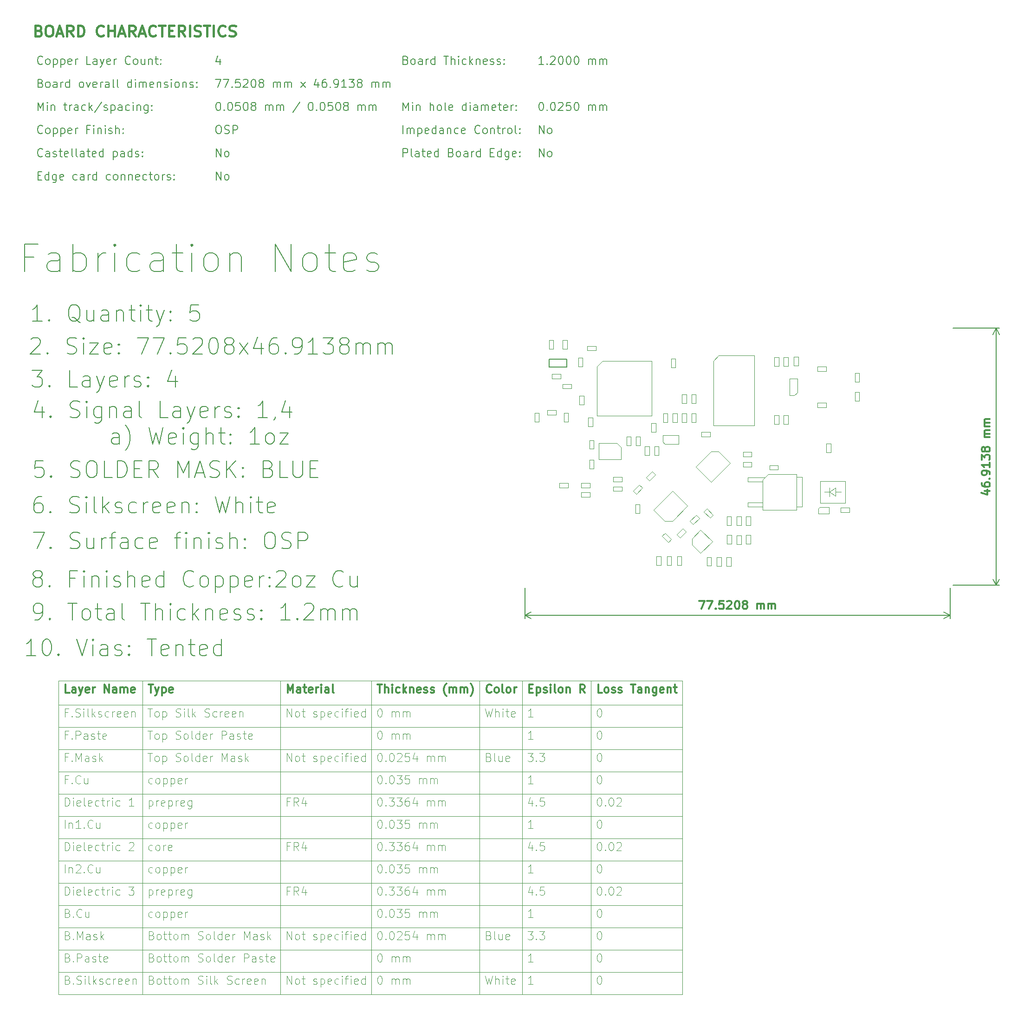
<source format=gbr>
%TF.GenerationSoftware,KiCad,Pcbnew,(6.0.11)*%
%TF.CreationDate,2023-05-09T17:29:38+10:00*%
%TF.ProjectId,LV_MASTER_A_SAMPLE,4c565f4d-4153-4544-9552-5f415f53414d,1*%
%TF.SameCoordinates,Original*%
%TF.FileFunction,AssemblyDrawing,Top*%
%FSLAX46Y46*%
G04 Gerber Fmt 4.6, Leading zero omitted, Abs format (unit mm)*
G04 Created by KiCad (PCBNEW (6.0.11)) date 2023-05-09 17:29:38*
%MOMM*%
%LPD*%
G01*
G04 APERTURE LIST*
%ADD10C,0.100000*%
%ADD11C,0.300000*%
%ADD12C,0.200000*%
%ADD13C,0.400000*%
%ADD14C,0.150000*%
G04 APERTURE END LIST*
D10*
X122586428Y-186758571D02*
X122729285Y-186758571D01*
X122872142Y-186830000D01*
X122943571Y-186901428D01*
X123014999Y-187044285D01*
X123086428Y-187330000D01*
X123086428Y-187687142D01*
X123014999Y-187972857D01*
X122943571Y-188115714D01*
X122872142Y-188187142D01*
X122729285Y-188258571D01*
X122586428Y-188258571D01*
X122443571Y-188187142D01*
X122372142Y-188115714D01*
X122300713Y-187972857D01*
X122229285Y-187687142D01*
X122229285Y-187330000D01*
X122300713Y-187044285D01*
X122372142Y-186901428D01*
X122443571Y-186830000D01*
X122586428Y-186758571D01*
X122586428Y-178628571D02*
X122729285Y-178628571D01*
X122872142Y-178700000D01*
X122943571Y-178771428D01*
X123014999Y-178914285D01*
X123086428Y-179200000D01*
X123086428Y-179557142D01*
X123014999Y-179842857D01*
X122943571Y-179985714D01*
X122872142Y-180057142D01*
X122729285Y-180128571D01*
X122586428Y-180128571D01*
X122443571Y-180057142D01*
X122372142Y-179985714D01*
X122300713Y-179842857D01*
X122229285Y-179557142D01*
X122229285Y-179200000D01*
X122300713Y-178914285D01*
X122372142Y-178771428D01*
X122443571Y-178700000D01*
X122586428Y-178628571D01*
X122586428Y-174563571D02*
X122729285Y-174563571D01*
X122872142Y-174635000D01*
X122943571Y-174706428D01*
X123014999Y-174849285D01*
X123086428Y-175135000D01*
X123086428Y-175492142D01*
X123014999Y-175777857D01*
X122943571Y-175920714D01*
X122872142Y-175992142D01*
X122729285Y-176063571D01*
X122586428Y-176063571D01*
X122443571Y-175992142D01*
X122372142Y-175920714D01*
X122300713Y-175777857D01*
X122229285Y-175492142D01*
X122229285Y-175135000D01*
X122300713Y-174849285D01*
X122372142Y-174706428D01*
X122443571Y-174635000D01*
X122586428Y-174563571D01*
X123729285Y-175920714D02*
X123800713Y-175992142D01*
X123729285Y-176063571D01*
X123657856Y-175992142D01*
X123729285Y-175920714D01*
X123729285Y-176063571D01*
X124729285Y-174563571D02*
X124872142Y-174563571D01*
X125014999Y-174635000D01*
X125086428Y-174706428D01*
X125157856Y-174849285D01*
X125229285Y-175135000D01*
X125229285Y-175492142D01*
X125157856Y-175777857D01*
X125086428Y-175920714D01*
X125014999Y-175992142D01*
X124872142Y-176063571D01*
X124729285Y-176063571D01*
X124586428Y-175992142D01*
X124514999Y-175920714D01*
X124443571Y-175777857D01*
X124372142Y-175492142D01*
X124372142Y-175135000D01*
X124443571Y-174849285D01*
X124514999Y-174706428D01*
X124586428Y-174635000D01*
X124729285Y-174563571D01*
X125800713Y-174706428D02*
X125872142Y-174635000D01*
X126014999Y-174563571D01*
X126372142Y-174563571D01*
X126514999Y-174635000D01*
X126586428Y-174706428D01*
X126657856Y-174849285D01*
X126657856Y-174992142D01*
X126586428Y-175206428D01*
X125729285Y-176063571D01*
X126657856Y-176063571D01*
X122586428Y-170498571D02*
X122729285Y-170498571D01*
X122872142Y-170570000D01*
X122943571Y-170641428D01*
X123014999Y-170784285D01*
X123086428Y-171070000D01*
X123086428Y-171427142D01*
X123014999Y-171712857D01*
X122943571Y-171855714D01*
X122872142Y-171927142D01*
X122729285Y-171998571D01*
X122586428Y-171998571D01*
X122443571Y-171927142D01*
X122372142Y-171855714D01*
X122300713Y-171712857D01*
X122229285Y-171427142D01*
X122229285Y-171070000D01*
X122300713Y-170784285D01*
X122372142Y-170641428D01*
X122443571Y-170570000D01*
X122586428Y-170498571D01*
X122586428Y-166433571D02*
X122729285Y-166433571D01*
X122872142Y-166505000D01*
X122943571Y-166576428D01*
X123014999Y-166719285D01*
X123086428Y-167005000D01*
X123086428Y-167362142D01*
X123014999Y-167647857D01*
X122943571Y-167790714D01*
X122872142Y-167862142D01*
X122729285Y-167933571D01*
X122586428Y-167933571D01*
X122443571Y-167862142D01*
X122372142Y-167790714D01*
X122300713Y-167647857D01*
X122229285Y-167362142D01*
X122229285Y-167005000D01*
X122300713Y-166719285D01*
X122372142Y-166576428D01*
X122443571Y-166505000D01*
X122586428Y-166433571D01*
X123729285Y-167790714D02*
X123800713Y-167862142D01*
X123729285Y-167933571D01*
X123657856Y-167862142D01*
X123729285Y-167790714D01*
X123729285Y-167933571D01*
X124729285Y-166433571D02*
X124872142Y-166433571D01*
X125014999Y-166505000D01*
X125086428Y-166576428D01*
X125157856Y-166719285D01*
X125229285Y-167005000D01*
X125229285Y-167362142D01*
X125157856Y-167647857D01*
X125086428Y-167790714D01*
X125014999Y-167862142D01*
X124872142Y-167933571D01*
X124729285Y-167933571D01*
X124586428Y-167862142D01*
X124514999Y-167790714D01*
X124443571Y-167647857D01*
X124372142Y-167362142D01*
X124372142Y-167005000D01*
X124443571Y-166719285D01*
X124514999Y-166576428D01*
X124586428Y-166505000D01*
X124729285Y-166433571D01*
X125800713Y-166576428D02*
X125872142Y-166505000D01*
X126014999Y-166433571D01*
X126372142Y-166433571D01*
X126514999Y-166505000D01*
X126586428Y-166576428D01*
X126657856Y-166719285D01*
X126657856Y-166862142D01*
X126586428Y-167076428D01*
X125729285Y-167933571D01*
X126657856Y-167933571D01*
X122586428Y-162368571D02*
X122729285Y-162368571D01*
X122872142Y-162440000D01*
X122943571Y-162511428D01*
X123014999Y-162654285D01*
X123086428Y-162940000D01*
X123086428Y-163297142D01*
X123014999Y-163582857D01*
X122943571Y-163725714D01*
X122872142Y-163797142D01*
X122729285Y-163868571D01*
X122586428Y-163868571D01*
X122443571Y-163797142D01*
X122372142Y-163725714D01*
X122300713Y-163582857D01*
X122229285Y-163297142D01*
X122229285Y-162940000D01*
X122300713Y-162654285D01*
X122372142Y-162511428D01*
X122443571Y-162440000D01*
X122586428Y-162368571D01*
X122586428Y-158303571D02*
X122729285Y-158303571D01*
X122872142Y-158375000D01*
X122943571Y-158446428D01*
X123014999Y-158589285D01*
X123086428Y-158875000D01*
X123086428Y-159232142D01*
X123014999Y-159517857D01*
X122943571Y-159660714D01*
X122872142Y-159732142D01*
X122729285Y-159803571D01*
X122586428Y-159803571D01*
X122443571Y-159732142D01*
X122372142Y-159660714D01*
X122300713Y-159517857D01*
X122229285Y-159232142D01*
X122229285Y-158875000D01*
X122300713Y-158589285D01*
X122372142Y-158446428D01*
X122443571Y-158375000D01*
X122586428Y-158303571D01*
X123729285Y-159660714D02*
X123800713Y-159732142D01*
X123729285Y-159803571D01*
X123657856Y-159732142D01*
X123729285Y-159660714D01*
X123729285Y-159803571D01*
X124729285Y-158303571D02*
X124872142Y-158303571D01*
X125014999Y-158375000D01*
X125086428Y-158446428D01*
X125157856Y-158589285D01*
X125229285Y-158875000D01*
X125229285Y-159232142D01*
X125157856Y-159517857D01*
X125086428Y-159660714D01*
X125014999Y-159732142D01*
X124872142Y-159803571D01*
X124729285Y-159803571D01*
X124586428Y-159732142D01*
X124514999Y-159660714D01*
X124443571Y-159517857D01*
X124372142Y-159232142D01*
X124372142Y-158875000D01*
X124443571Y-158589285D01*
X124514999Y-158446428D01*
X124586428Y-158375000D01*
X124729285Y-158303571D01*
X125800713Y-158446428D02*
X125872142Y-158375000D01*
X126014999Y-158303571D01*
X126372142Y-158303571D01*
X126514999Y-158375000D01*
X126586428Y-158446428D01*
X126657856Y-158589285D01*
X126657856Y-158732142D01*
X126586428Y-158946428D01*
X125729285Y-159803571D01*
X126657856Y-159803571D01*
X122586428Y-154238571D02*
X122729285Y-154238571D01*
X122872142Y-154310000D01*
X122943571Y-154381428D01*
X123014999Y-154524285D01*
X123086428Y-154810000D01*
X123086428Y-155167142D01*
X123014999Y-155452857D01*
X122943571Y-155595714D01*
X122872142Y-155667142D01*
X122729285Y-155738571D01*
X122586428Y-155738571D01*
X122443571Y-155667142D01*
X122372142Y-155595714D01*
X122300713Y-155452857D01*
X122229285Y-155167142D01*
X122229285Y-154810000D01*
X122300713Y-154524285D01*
X122372142Y-154381428D01*
X122443571Y-154310000D01*
X122586428Y-154238571D01*
X122586428Y-150173571D02*
X122729285Y-150173571D01*
X122872142Y-150245000D01*
X122943571Y-150316428D01*
X123014999Y-150459285D01*
X123086428Y-150745000D01*
X123086428Y-151102142D01*
X123014999Y-151387857D01*
X122943571Y-151530714D01*
X122872142Y-151602142D01*
X122729285Y-151673571D01*
X122586428Y-151673571D01*
X122443571Y-151602142D01*
X122372142Y-151530714D01*
X122300713Y-151387857D01*
X122229285Y-151102142D01*
X122229285Y-150745000D01*
X122300713Y-150459285D01*
X122372142Y-150316428D01*
X122443571Y-150245000D01*
X122586428Y-150173571D01*
X122586428Y-146108571D02*
X122729285Y-146108571D01*
X122872142Y-146180000D01*
X122943571Y-146251428D01*
X123014999Y-146394285D01*
X123086428Y-146680000D01*
X123086428Y-147037142D01*
X123014999Y-147322857D01*
X122943571Y-147465714D01*
X122872142Y-147537142D01*
X122729285Y-147608571D01*
X122586428Y-147608571D01*
X122443571Y-147537142D01*
X122372142Y-147465714D01*
X122300713Y-147322857D01*
X122229285Y-147037142D01*
X122229285Y-146680000D01*
X122300713Y-146394285D01*
X122372142Y-146251428D01*
X122443571Y-146180000D01*
X122586428Y-146108571D01*
X122586428Y-142043571D02*
X122729285Y-142043571D01*
X122872142Y-142115000D01*
X122943571Y-142186428D01*
X123014999Y-142329285D01*
X123086428Y-142615000D01*
X123086428Y-142972142D01*
X123014999Y-143257857D01*
X122943571Y-143400714D01*
X122872142Y-143472142D01*
X122729285Y-143543571D01*
X122586428Y-143543571D01*
X122443571Y-143472142D01*
X122372142Y-143400714D01*
X122300713Y-143257857D01*
X122229285Y-142972142D01*
X122229285Y-142615000D01*
X122300713Y-142329285D01*
X122372142Y-142186428D01*
X122443571Y-142115000D01*
X122586428Y-142043571D01*
D11*
X123144999Y-139178571D02*
X122430713Y-139178571D01*
X122430713Y-137678571D01*
X123859285Y-139178571D02*
X123716428Y-139107142D01*
X123644999Y-139035714D01*
X123573571Y-138892857D01*
X123573571Y-138464285D01*
X123644999Y-138321428D01*
X123716428Y-138250000D01*
X123859285Y-138178571D01*
X124073571Y-138178571D01*
X124216428Y-138250000D01*
X124287856Y-138321428D01*
X124359285Y-138464285D01*
X124359285Y-138892857D01*
X124287856Y-139035714D01*
X124216428Y-139107142D01*
X124073571Y-139178571D01*
X123859285Y-139178571D01*
X124930713Y-139107142D02*
X125073571Y-139178571D01*
X125359285Y-139178571D01*
X125502142Y-139107142D01*
X125573571Y-138964285D01*
X125573571Y-138892857D01*
X125502142Y-138750000D01*
X125359285Y-138678571D01*
X125144999Y-138678571D01*
X125002142Y-138607142D01*
X124930713Y-138464285D01*
X124930713Y-138392857D01*
X125002142Y-138250000D01*
X125144999Y-138178571D01*
X125359285Y-138178571D01*
X125502142Y-138250000D01*
X126144999Y-139107142D02*
X126287856Y-139178571D01*
X126573571Y-139178571D01*
X126716428Y-139107142D01*
X126787856Y-138964285D01*
X126787856Y-138892857D01*
X126716428Y-138750000D01*
X126573571Y-138678571D01*
X126359285Y-138678571D01*
X126216428Y-138607142D01*
X126144999Y-138464285D01*
X126144999Y-138392857D01*
X126216428Y-138250000D01*
X126359285Y-138178571D01*
X126573571Y-138178571D01*
X126716428Y-138250000D01*
X128359285Y-137678571D02*
X129216428Y-137678571D01*
X128787856Y-139178571D02*
X128787856Y-137678571D01*
X130359285Y-139178571D02*
X130359285Y-138392857D01*
X130287856Y-138250000D01*
X130144999Y-138178571D01*
X129859285Y-138178571D01*
X129716428Y-138250000D01*
X130359285Y-139107142D02*
X130216428Y-139178571D01*
X129859285Y-139178571D01*
X129716428Y-139107142D01*
X129644999Y-138964285D01*
X129644999Y-138821428D01*
X129716428Y-138678571D01*
X129859285Y-138607142D01*
X130216428Y-138607142D01*
X130359285Y-138535714D01*
X131073571Y-138178571D02*
X131073571Y-139178571D01*
X131073571Y-138321428D02*
X131144999Y-138250000D01*
X131287856Y-138178571D01*
X131502142Y-138178571D01*
X131644999Y-138250000D01*
X131716428Y-138392857D01*
X131716428Y-139178571D01*
X133073571Y-138178571D02*
X133073571Y-139392857D01*
X133002142Y-139535714D01*
X132930713Y-139607142D01*
X132787856Y-139678571D01*
X132573571Y-139678571D01*
X132430713Y-139607142D01*
X133073571Y-139107142D02*
X132930713Y-139178571D01*
X132644999Y-139178571D01*
X132502142Y-139107142D01*
X132430713Y-139035714D01*
X132359285Y-138892857D01*
X132359285Y-138464285D01*
X132430713Y-138321428D01*
X132502142Y-138250000D01*
X132644999Y-138178571D01*
X132930713Y-138178571D01*
X133073571Y-138250000D01*
X134359285Y-139107142D02*
X134216428Y-139178571D01*
X133930713Y-139178571D01*
X133787856Y-139107142D01*
X133716428Y-138964285D01*
X133716428Y-138392857D01*
X133787856Y-138250000D01*
X133930713Y-138178571D01*
X134216428Y-138178571D01*
X134359285Y-138250000D01*
X134430713Y-138392857D01*
X134430713Y-138535714D01*
X133716428Y-138678571D01*
X135073571Y-138178571D02*
X135073571Y-139178571D01*
X135073571Y-138321428D02*
X135144999Y-138250000D01*
X135287856Y-138178571D01*
X135502142Y-138178571D01*
X135644999Y-138250000D01*
X135716428Y-138392857D01*
X135716428Y-139178571D01*
X136216428Y-138178571D02*
X136787856Y-138178571D01*
X136430713Y-137678571D02*
X136430713Y-138964285D01*
X136502142Y-139107142D01*
X136644999Y-139178571D01*
X136787856Y-139178571D01*
D10*
X110500714Y-192323571D02*
X109643571Y-192323571D01*
X110072142Y-192323571D02*
X110072142Y-190823571D01*
X109929285Y-191037857D01*
X109786428Y-191180714D01*
X109643571Y-191252142D01*
X109572142Y-182693571D02*
X110500714Y-182693571D01*
X110000714Y-183265000D01*
X110214999Y-183265000D01*
X110357857Y-183336428D01*
X110429285Y-183407857D01*
X110500714Y-183550714D01*
X110500714Y-183907857D01*
X110429285Y-184050714D01*
X110357857Y-184122142D01*
X110214999Y-184193571D01*
X109786428Y-184193571D01*
X109643571Y-184122142D01*
X109572142Y-184050714D01*
X111143571Y-184050714D02*
X111214999Y-184122142D01*
X111143571Y-184193571D01*
X111072142Y-184122142D01*
X111143571Y-184050714D01*
X111143571Y-184193571D01*
X111714999Y-182693571D02*
X112643571Y-182693571D01*
X112143571Y-183265000D01*
X112357857Y-183265000D01*
X112500714Y-183336428D01*
X112572142Y-183407857D01*
X112643571Y-183550714D01*
X112643571Y-183907857D01*
X112572142Y-184050714D01*
X112500714Y-184122142D01*
X112357857Y-184193571D01*
X111929285Y-184193571D01*
X111786428Y-184122142D01*
X111714999Y-184050714D01*
X110500714Y-180128571D02*
X109643571Y-180128571D01*
X110072142Y-180128571D02*
X110072142Y-178628571D01*
X109929285Y-178842857D01*
X109786428Y-178985714D01*
X109643571Y-179057142D01*
X110357857Y-166933571D02*
X110357857Y-167933571D01*
X110000714Y-166362142D02*
X109643571Y-167433571D01*
X110572142Y-167433571D01*
X111143571Y-167790714D02*
X111214999Y-167862142D01*
X111143571Y-167933571D01*
X111072142Y-167862142D01*
X111143571Y-167790714D01*
X111143571Y-167933571D01*
X112572142Y-166433571D02*
X111857857Y-166433571D01*
X111786428Y-167147857D01*
X111857857Y-167076428D01*
X112000714Y-167005000D01*
X112357857Y-167005000D01*
X112500714Y-167076428D01*
X112572142Y-167147857D01*
X112643571Y-167290714D01*
X112643571Y-167647857D01*
X112572142Y-167790714D01*
X112500714Y-167862142D01*
X112357857Y-167933571D01*
X112000714Y-167933571D01*
X111857857Y-167862142D01*
X111786428Y-167790714D01*
X110357857Y-158803571D02*
X110357857Y-159803571D01*
X110000714Y-158232142D02*
X109643571Y-159303571D01*
X110572142Y-159303571D01*
X111143571Y-159660714D02*
X111214999Y-159732142D01*
X111143571Y-159803571D01*
X111072142Y-159732142D01*
X111143571Y-159660714D01*
X111143571Y-159803571D01*
X112572142Y-158303571D02*
X111857857Y-158303571D01*
X111786428Y-159017857D01*
X111857857Y-158946428D01*
X112000714Y-158875000D01*
X112357857Y-158875000D01*
X112500714Y-158946428D01*
X112572142Y-159017857D01*
X112643571Y-159160714D01*
X112643571Y-159517857D01*
X112572142Y-159660714D01*
X112500714Y-159732142D01*
X112357857Y-159803571D01*
X112000714Y-159803571D01*
X111857857Y-159732142D01*
X111786428Y-159660714D01*
X110500714Y-155738571D02*
X109643571Y-155738571D01*
X110072142Y-155738571D02*
X110072142Y-154238571D01*
X109929285Y-154452857D01*
X109786428Y-154595714D01*
X109643571Y-154667142D01*
X109572142Y-150173571D02*
X110500714Y-150173571D01*
X110000714Y-150745000D01*
X110214999Y-150745000D01*
X110357857Y-150816428D01*
X110429285Y-150887857D01*
X110500714Y-151030714D01*
X110500714Y-151387857D01*
X110429285Y-151530714D01*
X110357857Y-151602142D01*
X110214999Y-151673571D01*
X109786428Y-151673571D01*
X109643571Y-151602142D01*
X109572142Y-151530714D01*
X111143571Y-151530714D02*
X111214999Y-151602142D01*
X111143571Y-151673571D01*
X111072142Y-151602142D01*
X111143571Y-151530714D01*
X111143571Y-151673571D01*
X111714999Y-150173571D02*
X112643571Y-150173571D01*
X112143571Y-150745000D01*
X112357857Y-150745000D01*
X112500714Y-150816428D01*
X112572142Y-150887857D01*
X112643571Y-151030714D01*
X112643571Y-151387857D01*
X112572142Y-151530714D01*
X112500714Y-151602142D01*
X112357857Y-151673571D01*
X111929285Y-151673571D01*
X111786428Y-151602142D01*
X111714999Y-151530714D01*
X110500714Y-147608571D02*
X109643571Y-147608571D01*
X110072142Y-147608571D02*
X110072142Y-146108571D01*
X109929285Y-146322857D01*
X109786428Y-146465714D01*
X109643571Y-146537142D01*
X110500714Y-143543571D02*
X109643571Y-143543571D01*
X110072142Y-143543571D02*
X110072142Y-142043571D01*
X109929285Y-142257857D01*
X109786428Y-142400714D01*
X109643571Y-142472142D01*
D11*
X109844999Y-138392857D02*
X110344999Y-138392857D01*
X110559285Y-139178571D02*
X109844999Y-139178571D01*
X109844999Y-137678571D01*
X110559285Y-137678571D01*
X111202142Y-138178571D02*
X111202142Y-139678571D01*
X111202142Y-138250000D02*
X111344999Y-138178571D01*
X111630714Y-138178571D01*
X111773571Y-138250000D01*
X111844999Y-138321428D01*
X111916428Y-138464285D01*
X111916428Y-138892857D01*
X111844999Y-139035714D01*
X111773571Y-139107142D01*
X111630714Y-139178571D01*
X111344999Y-139178571D01*
X111202142Y-139107142D01*
X112487857Y-139107142D02*
X112630714Y-139178571D01*
X112916428Y-139178571D01*
X113059285Y-139107142D01*
X113130714Y-138964285D01*
X113130714Y-138892857D01*
X113059285Y-138750000D01*
X112916428Y-138678571D01*
X112702142Y-138678571D01*
X112559285Y-138607142D01*
X112487857Y-138464285D01*
X112487857Y-138392857D01*
X112559285Y-138250000D01*
X112702142Y-138178571D01*
X112916428Y-138178571D01*
X113059285Y-138250000D01*
X113773571Y-139178571D02*
X113773571Y-138178571D01*
X113773571Y-137678571D02*
X113702142Y-137750000D01*
X113773571Y-137821428D01*
X113844999Y-137750000D01*
X113773571Y-137678571D01*
X113773571Y-137821428D01*
X114702142Y-139178571D02*
X114559285Y-139107142D01*
X114487857Y-138964285D01*
X114487857Y-137678571D01*
X115487857Y-139178571D02*
X115344999Y-139107142D01*
X115273571Y-139035714D01*
X115202142Y-138892857D01*
X115202142Y-138464285D01*
X115273571Y-138321428D01*
X115344999Y-138250000D01*
X115487857Y-138178571D01*
X115702142Y-138178571D01*
X115844999Y-138250000D01*
X115916428Y-138321428D01*
X115987857Y-138464285D01*
X115987857Y-138892857D01*
X115916428Y-139035714D01*
X115844999Y-139107142D01*
X115702142Y-139178571D01*
X115487857Y-139178571D01*
X116630714Y-138178571D02*
X116630714Y-139178571D01*
X116630714Y-138321428D02*
X116702142Y-138250000D01*
X116844999Y-138178571D01*
X117059285Y-138178571D01*
X117202142Y-138250000D01*
X117273571Y-138392857D01*
X117273571Y-139178571D01*
X119987857Y-139178571D02*
X119487857Y-138464285D01*
X119130714Y-139178571D02*
X119130714Y-137678571D01*
X119702142Y-137678571D01*
X119844999Y-137750000D01*
X119916428Y-137821428D01*
X119987857Y-137964285D01*
X119987857Y-138178571D01*
X119916428Y-138321428D01*
X119844999Y-138392857D01*
X119702142Y-138464285D01*
X119130714Y-138464285D01*
D10*
X101843571Y-190823571D02*
X102200714Y-192323571D01*
X102486428Y-191252142D01*
X102772143Y-192323571D01*
X103129286Y-190823571D01*
X103700714Y-192323571D02*
X103700714Y-190823571D01*
X104343571Y-192323571D02*
X104343571Y-191537857D01*
X104272143Y-191395000D01*
X104129286Y-191323571D01*
X103915000Y-191323571D01*
X103772143Y-191395000D01*
X103700714Y-191466428D01*
X105057857Y-192323571D02*
X105057857Y-191323571D01*
X105057857Y-190823571D02*
X104986428Y-190895000D01*
X105057857Y-190966428D01*
X105129286Y-190895000D01*
X105057857Y-190823571D01*
X105057857Y-190966428D01*
X105557857Y-191323571D02*
X106129286Y-191323571D01*
X105772143Y-190823571D02*
X105772143Y-192109285D01*
X105843571Y-192252142D01*
X105986428Y-192323571D01*
X106129286Y-192323571D01*
X107200714Y-192252142D02*
X107057857Y-192323571D01*
X106772143Y-192323571D01*
X106629286Y-192252142D01*
X106557857Y-192109285D01*
X106557857Y-191537857D01*
X106629286Y-191395000D01*
X106772143Y-191323571D01*
X107057857Y-191323571D01*
X107200714Y-191395000D01*
X107272143Y-191537857D01*
X107272143Y-191680714D01*
X106557857Y-191823571D01*
X102486428Y-150887857D02*
X102700714Y-150959285D01*
X102772143Y-151030714D01*
X102843571Y-151173571D01*
X102843571Y-151387857D01*
X102772143Y-151530714D01*
X102700714Y-151602142D01*
X102557857Y-151673571D01*
X101986428Y-151673571D01*
X101986428Y-150173571D01*
X102486428Y-150173571D01*
X102629286Y-150245000D01*
X102700714Y-150316428D01*
X102772143Y-150459285D01*
X102772143Y-150602142D01*
X102700714Y-150745000D01*
X102629286Y-150816428D01*
X102486428Y-150887857D01*
X101986428Y-150887857D01*
X103700714Y-151673571D02*
X103557857Y-151602142D01*
X103486428Y-151459285D01*
X103486428Y-150173571D01*
X104915000Y-150673571D02*
X104915000Y-151673571D01*
X104272143Y-150673571D02*
X104272143Y-151459285D01*
X104343571Y-151602142D01*
X104486428Y-151673571D01*
X104700714Y-151673571D01*
X104843571Y-151602142D01*
X104915000Y-151530714D01*
X106200714Y-151602142D02*
X106057857Y-151673571D01*
X105772143Y-151673571D01*
X105629286Y-151602142D01*
X105557857Y-151459285D01*
X105557857Y-150887857D01*
X105629286Y-150745000D01*
X105772143Y-150673571D01*
X106057857Y-150673571D01*
X106200714Y-150745000D01*
X106272143Y-150887857D01*
X106272143Y-151030714D01*
X105557857Y-151173571D01*
X101843571Y-142043571D02*
X102200714Y-143543571D01*
X102486428Y-142472142D01*
X102772143Y-143543571D01*
X103129286Y-142043571D01*
X103700714Y-143543571D02*
X103700714Y-142043571D01*
X104343571Y-143543571D02*
X104343571Y-142757857D01*
X104272143Y-142615000D01*
X104129286Y-142543571D01*
X103915000Y-142543571D01*
X103772143Y-142615000D01*
X103700714Y-142686428D01*
X105057857Y-143543571D02*
X105057857Y-142543571D01*
X105057857Y-142043571D02*
X104986428Y-142115000D01*
X105057857Y-142186428D01*
X105129286Y-142115000D01*
X105057857Y-142043571D01*
X105057857Y-142186428D01*
X105557857Y-142543571D02*
X106129286Y-142543571D01*
X105772143Y-142043571D02*
X105772143Y-143329285D01*
X105843571Y-143472142D01*
X105986428Y-143543571D01*
X106129286Y-143543571D01*
X107200714Y-143472142D02*
X107057857Y-143543571D01*
X106772143Y-143543571D01*
X106629286Y-143472142D01*
X106557857Y-143329285D01*
X106557857Y-142757857D01*
X106629286Y-142615000D01*
X106772143Y-142543571D01*
X107057857Y-142543571D01*
X107200714Y-142615000D01*
X107272143Y-142757857D01*
X107272143Y-142900714D01*
X106557857Y-143043571D01*
D11*
X102973571Y-139035714D02*
X102902143Y-139107142D01*
X102687857Y-139178571D01*
X102545000Y-139178571D01*
X102330714Y-139107142D01*
X102187857Y-138964285D01*
X102116428Y-138821428D01*
X102045000Y-138535714D01*
X102045000Y-138321428D01*
X102116428Y-138035714D01*
X102187857Y-137892857D01*
X102330714Y-137750000D01*
X102545000Y-137678571D01*
X102687857Y-137678571D01*
X102902143Y-137750000D01*
X102973571Y-137821428D01*
X103830714Y-139178571D02*
X103687857Y-139107142D01*
X103616428Y-139035714D01*
X103545000Y-138892857D01*
X103545000Y-138464285D01*
X103616428Y-138321428D01*
X103687857Y-138250000D01*
X103830714Y-138178571D01*
X104045000Y-138178571D01*
X104187857Y-138250000D01*
X104259286Y-138321428D01*
X104330714Y-138464285D01*
X104330714Y-138892857D01*
X104259286Y-139035714D01*
X104187857Y-139107142D01*
X104045000Y-139178571D01*
X103830714Y-139178571D01*
X105187857Y-139178571D02*
X105045000Y-139107142D01*
X104973571Y-138964285D01*
X104973571Y-137678571D01*
X105973571Y-139178571D02*
X105830714Y-139107142D01*
X105759286Y-139035714D01*
X105687857Y-138892857D01*
X105687857Y-138464285D01*
X105759286Y-138321428D01*
X105830714Y-138250000D01*
X105973571Y-138178571D01*
X106187857Y-138178571D01*
X106330714Y-138250000D01*
X106402143Y-138321428D01*
X106473571Y-138464285D01*
X106473571Y-138892857D01*
X106402143Y-139035714D01*
X106330714Y-139107142D01*
X106187857Y-139178571D01*
X105973571Y-139178571D01*
X107116428Y-139178571D02*
X107116428Y-138178571D01*
X107116428Y-138464285D02*
X107187857Y-138321428D01*
X107259286Y-138250000D01*
X107402143Y-138178571D01*
X107545000Y-138178571D01*
D10*
X82543572Y-190823571D02*
X82686429Y-190823571D01*
X82829286Y-190895000D01*
X82900715Y-190966428D01*
X82972143Y-191109285D01*
X83043572Y-191395000D01*
X83043572Y-191752142D01*
X82972143Y-192037857D01*
X82900715Y-192180714D01*
X82829286Y-192252142D01*
X82686429Y-192323571D01*
X82543572Y-192323571D01*
X82400715Y-192252142D01*
X82329286Y-192180714D01*
X82257857Y-192037857D01*
X82186429Y-191752142D01*
X82186429Y-191395000D01*
X82257857Y-191109285D01*
X82329286Y-190966428D01*
X82400715Y-190895000D01*
X82543572Y-190823571D01*
X84829286Y-192323571D02*
X84829286Y-191323571D01*
X84829286Y-191466428D02*
X84900715Y-191395000D01*
X85043572Y-191323571D01*
X85257857Y-191323571D01*
X85400715Y-191395000D01*
X85472143Y-191537857D01*
X85472143Y-192323571D01*
X85472143Y-191537857D02*
X85543572Y-191395000D01*
X85686429Y-191323571D01*
X85900715Y-191323571D01*
X86043572Y-191395000D01*
X86115000Y-191537857D01*
X86115000Y-192323571D01*
X86829286Y-192323571D02*
X86829286Y-191323571D01*
X86829286Y-191466428D02*
X86900715Y-191395000D01*
X87043572Y-191323571D01*
X87257857Y-191323571D01*
X87400715Y-191395000D01*
X87472143Y-191537857D01*
X87472143Y-192323571D01*
X87472143Y-191537857D02*
X87543572Y-191395000D01*
X87686429Y-191323571D01*
X87900715Y-191323571D01*
X88043572Y-191395000D01*
X88115000Y-191537857D01*
X88115000Y-192323571D01*
X82543572Y-186758571D02*
X82686429Y-186758571D01*
X82829286Y-186830000D01*
X82900715Y-186901428D01*
X82972143Y-187044285D01*
X83043572Y-187330000D01*
X83043572Y-187687142D01*
X82972143Y-187972857D01*
X82900715Y-188115714D01*
X82829286Y-188187142D01*
X82686429Y-188258571D01*
X82543572Y-188258571D01*
X82400715Y-188187142D01*
X82329286Y-188115714D01*
X82257857Y-187972857D01*
X82186429Y-187687142D01*
X82186429Y-187330000D01*
X82257857Y-187044285D01*
X82329286Y-186901428D01*
X82400715Y-186830000D01*
X82543572Y-186758571D01*
X84829286Y-188258571D02*
X84829286Y-187258571D01*
X84829286Y-187401428D02*
X84900715Y-187330000D01*
X85043572Y-187258571D01*
X85257857Y-187258571D01*
X85400715Y-187330000D01*
X85472143Y-187472857D01*
X85472143Y-188258571D01*
X85472143Y-187472857D02*
X85543572Y-187330000D01*
X85686429Y-187258571D01*
X85900715Y-187258571D01*
X86043572Y-187330000D01*
X86115000Y-187472857D01*
X86115000Y-188258571D01*
X86829286Y-188258571D02*
X86829286Y-187258571D01*
X86829286Y-187401428D02*
X86900715Y-187330000D01*
X87043572Y-187258571D01*
X87257857Y-187258571D01*
X87400715Y-187330000D01*
X87472143Y-187472857D01*
X87472143Y-188258571D01*
X87472143Y-187472857D02*
X87543572Y-187330000D01*
X87686429Y-187258571D01*
X87900715Y-187258571D01*
X88043572Y-187330000D01*
X88115000Y-187472857D01*
X88115000Y-188258571D01*
X82543572Y-170498571D02*
X82686429Y-170498571D01*
X82829286Y-170570000D01*
X82900715Y-170641428D01*
X82972143Y-170784285D01*
X83043572Y-171070000D01*
X83043572Y-171427142D01*
X82972143Y-171712857D01*
X82900715Y-171855714D01*
X82829286Y-171927142D01*
X82686429Y-171998571D01*
X82543572Y-171998571D01*
X82400715Y-171927142D01*
X82329286Y-171855714D01*
X82257857Y-171712857D01*
X82186429Y-171427142D01*
X82186429Y-171070000D01*
X82257857Y-170784285D01*
X82329286Y-170641428D01*
X82400715Y-170570000D01*
X82543572Y-170498571D01*
X83686429Y-171855714D02*
X83757857Y-171927142D01*
X83686429Y-171998571D01*
X83615000Y-171927142D01*
X83686429Y-171855714D01*
X83686429Y-171998571D01*
X84686429Y-170498571D02*
X84829286Y-170498571D01*
X84972143Y-170570000D01*
X85043572Y-170641428D01*
X85115000Y-170784285D01*
X85186429Y-171070000D01*
X85186429Y-171427142D01*
X85115000Y-171712857D01*
X85043572Y-171855714D01*
X84972143Y-171927142D01*
X84829286Y-171998571D01*
X84686429Y-171998571D01*
X84543572Y-171927142D01*
X84472143Y-171855714D01*
X84400715Y-171712857D01*
X84329286Y-171427142D01*
X84329286Y-171070000D01*
X84400715Y-170784285D01*
X84472143Y-170641428D01*
X84543572Y-170570000D01*
X84686429Y-170498571D01*
X85686429Y-170498571D02*
X86615000Y-170498571D01*
X86115000Y-171070000D01*
X86329286Y-171070000D01*
X86472143Y-171141428D01*
X86543572Y-171212857D01*
X86615000Y-171355714D01*
X86615000Y-171712857D01*
X86543572Y-171855714D01*
X86472143Y-171927142D01*
X86329286Y-171998571D01*
X85900715Y-171998571D01*
X85757857Y-171927142D01*
X85686429Y-171855714D01*
X87972143Y-170498571D02*
X87257857Y-170498571D01*
X87186429Y-171212857D01*
X87257857Y-171141428D01*
X87400715Y-171070000D01*
X87757857Y-171070000D01*
X87900715Y-171141428D01*
X87972143Y-171212857D01*
X88043572Y-171355714D01*
X88043572Y-171712857D01*
X87972143Y-171855714D01*
X87900715Y-171927142D01*
X87757857Y-171998571D01*
X87400715Y-171998571D01*
X87257857Y-171927142D01*
X87186429Y-171855714D01*
X89829286Y-171998571D02*
X89829286Y-170998571D01*
X89829286Y-171141428D02*
X89900715Y-171070000D01*
X90043572Y-170998571D01*
X90257857Y-170998571D01*
X90400715Y-171070000D01*
X90472143Y-171212857D01*
X90472143Y-171998571D01*
X90472143Y-171212857D02*
X90543572Y-171070000D01*
X90686429Y-170998571D01*
X90900715Y-170998571D01*
X91043572Y-171070000D01*
X91115000Y-171212857D01*
X91115000Y-171998571D01*
X91829286Y-171998571D02*
X91829286Y-170998571D01*
X91829286Y-171141428D02*
X91900715Y-171070000D01*
X92043572Y-170998571D01*
X92257857Y-170998571D01*
X92400715Y-171070000D01*
X92472143Y-171212857D01*
X92472143Y-171998571D01*
X92472143Y-171212857D02*
X92543572Y-171070000D01*
X92686429Y-170998571D01*
X92900715Y-170998571D01*
X93043572Y-171070000D01*
X93115000Y-171212857D01*
X93115000Y-171998571D01*
X82543572Y-166433571D02*
X82686429Y-166433571D01*
X82829286Y-166505000D01*
X82900715Y-166576428D01*
X82972143Y-166719285D01*
X83043572Y-167005000D01*
X83043572Y-167362142D01*
X82972143Y-167647857D01*
X82900715Y-167790714D01*
X82829286Y-167862142D01*
X82686429Y-167933571D01*
X82543572Y-167933571D01*
X82400715Y-167862142D01*
X82329286Y-167790714D01*
X82257857Y-167647857D01*
X82186429Y-167362142D01*
X82186429Y-167005000D01*
X82257857Y-166719285D01*
X82329286Y-166576428D01*
X82400715Y-166505000D01*
X82543572Y-166433571D01*
X83686429Y-167790714D02*
X83757857Y-167862142D01*
X83686429Y-167933571D01*
X83615000Y-167862142D01*
X83686429Y-167790714D01*
X83686429Y-167933571D01*
X84257857Y-166433571D02*
X85186429Y-166433571D01*
X84686429Y-167005000D01*
X84900715Y-167005000D01*
X85043572Y-167076428D01*
X85115000Y-167147857D01*
X85186429Y-167290714D01*
X85186429Y-167647857D01*
X85115000Y-167790714D01*
X85043572Y-167862142D01*
X84900715Y-167933571D01*
X84472143Y-167933571D01*
X84329286Y-167862142D01*
X84257857Y-167790714D01*
X85686429Y-166433571D02*
X86615000Y-166433571D01*
X86115000Y-167005000D01*
X86329286Y-167005000D01*
X86472143Y-167076428D01*
X86543572Y-167147857D01*
X86615000Y-167290714D01*
X86615000Y-167647857D01*
X86543572Y-167790714D01*
X86472143Y-167862142D01*
X86329286Y-167933571D01*
X85900715Y-167933571D01*
X85757857Y-167862142D01*
X85686429Y-167790714D01*
X87900715Y-166433571D02*
X87615000Y-166433571D01*
X87472143Y-166505000D01*
X87400715Y-166576428D01*
X87257857Y-166790714D01*
X87186429Y-167076428D01*
X87186429Y-167647857D01*
X87257857Y-167790714D01*
X87329286Y-167862142D01*
X87472143Y-167933571D01*
X87757857Y-167933571D01*
X87900715Y-167862142D01*
X87972143Y-167790714D01*
X88043572Y-167647857D01*
X88043572Y-167290714D01*
X87972143Y-167147857D01*
X87900715Y-167076428D01*
X87757857Y-167005000D01*
X87472143Y-167005000D01*
X87329286Y-167076428D01*
X87257857Y-167147857D01*
X87186429Y-167290714D01*
X89329286Y-166933571D02*
X89329286Y-167933571D01*
X88972143Y-166362142D02*
X88615000Y-167433571D01*
X89543572Y-167433571D01*
X91257857Y-167933571D02*
X91257857Y-166933571D01*
X91257857Y-167076428D02*
X91329286Y-167005000D01*
X91472143Y-166933571D01*
X91686429Y-166933571D01*
X91829286Y-167005000D01*
X91900715Y-167147857D01*
X91900715Y-167933571D01*
X91900715Y-167147857D02*
X91972143Y-167005000D01*
X92115000Y-166933571D01*
X92329286Y-166933571D01*
X92472143Y-167005000D01*
X92543572Y-167147857D01*
X92543572Y-167933571D01*
X93257857Y-167933571D02*
X93257857Y-166933571D01*
X93257857Y-167076428D02*
X93329286Y-167005000D01*
X93472143Y-166933571D01*
X93686429Y-166933571D01*
X93829286Y-167005000D01*
X93900715Y-167147857D01*
X93900715Y-167933571D01*
X93900715Y-167147857D02*
X93972143Y-167005000D01*
X94115000Y-166933571D01*
X94329286Y-166933571D01*
X94472143Y-167005000D01*
X94543572Y-167147857D01*
X94543572Y-167933571D01*
X82543572Y-162368571D02*
X82686429Y-162368571D01*
X82829286Y-162440000D01*
X82900715Y-162511428D01*
X82972143Y-162654285D01*
X83043572Y-162940000D01*
X83043572Y-163297142D01*
X82972143Y-163582857D01*
X82900715Y-163725714D01*
X82829286Y-163797142D01*
X82686429Y-163868571D01*
X82543572Y-163868571D01*
X82400715Y-163797142D01*
X82329286Y-163725714D01*
X82257857Y-163582857D01*
X82186429Y-163297142D01*
X82186429Y-162940000D01*
X82257857Y-162654285D01*
X82329286Y-162511428D01*
X82400715Y-162440000D01*
X82543572Y-162368571D01*
X83686429Y-163725714D02*
X83757857Y-163797142D01*
X83686429Y-163868571D01*
X83615000Y-163797142D01*
X83686429Y-163725714D01*
X83686429Y-163868571D01*
X84686429Y-162368571D02*
X84829286Y-162368571D01*
X84972143Y-162440000D01*
X85043572Y-162511428D01*
X85115000Y-162654285D01*
X85186429Y-162940000D01*
X85186429Y-163297142D01*
X85115000Y-163582857D01*
X85043572Y-163725714D01*
X84972143Y-163797142D01*
X84829286Y-163868571D01*
X84686429Y-163868571D01*
X84543572Y-163797142D01*
X84472143Y-163725714D01*
X84400715Y-163582857D01*
X84329286Y-163297142D01*
X84329286Y-162940000D01*
X84400715Y-162654285D01*
X84472143Y-162511428D01*
X84543572Y-162440000D01*
X84686429Y-162368571D01*
X85686429Y-162368571D02*
X86615000Y-162368571D01*
X86115000Y-162940000D01*
X86329286Y-162940000D01*
X86472143Y-163011428D01*
X86543572Y-163082857D01*
X86615000Y-163225714D01*
X86615000Y-163582857D01*
X86543572Y-163725714D01*
X86472143Y-163797142D01*
X86329286Y-163868571D01*
X85900715Y-163868571D01*
X85757857Y-163797142D01*
X85686429Y-163725714D01*
X87972143Y-162368571D02*
X87257857Y-162368571D01*
X87186429Y-163082857D01*
X87257857Y-163011428D01*
X87400715Y-162940000D01*
X87757857Y-162940000D01*
X87900715Y-163011428D01*
X87972143Y-163082857D01*
X88043572Y-163225714D01*
X88043572Y-163582857D01*
X87972143Y-163725714D01*
X87900715Y-163797142D01*
X87757857Y-163868571D01*
X87400715Y-163868571D01*
X87257857Y-163797142D01*
X87186429Y-163725714D01*
X89829286Y-163868571D02*
X89829286Y-162868571D01*
X89829286Y-163011428D02*
X89900715Y-162940000D01*
X90043572Y-162868571D01*
X90257857Y-162868571D01*
X90400715Y-162940000D01*
X90472143Y-163082857D01*
X90472143Y-163868571D01*
X90472143Y-163082857D02*
X90543572Y-162940000D01*
X90686429Y-162868571D01*
X90900715Y-162868571D01*
X91043572Y-162940000D01*
X91115000Y-163082857D01*
X91115000Y-163868571D01*
X91829286Y-163868571D02*
X91829286Y-162868571D01*
X91829286Y-163011428D02*
X91900715Y-162940000D01*
X92043572Y-162868571D01*
X92257857Y-162868571D01*
X92400715Y-162940000D01*
X92472143Y-163082857D01*
X92472143Y-163868571D01*
X92472143Y-163082857D02*
X92543572Y-162940000D01*
X92686429Y-162868571D01*
X92900715Y-162868571D01*
X93043572Y-162940000D01*
X93115000Y-163082857D01*
X93115000Y-163868571D01*
X122586428Y-182693571D02*
X122729285Y-182693571D01*
X122872142Y-182765000D01*
X122943571Y-182836428D01*
X123014999Y-182979285D01*
X123086428Y-183265000D01*
X123086428Y-183622142D01*
X123014999Y-183907857D01*
X122943571Y-184050714D01*
X122872142Y-184122142D01*
X122729285Y-184193571D01*
X122586428Y-184193571D01*
X122443571Y-184122142D01*
X122372142Y-184050714D01*
X122300713Y-183907857D01*
X122229285Y-183622142D01*
X122229285Y-183265000D01*
X122300713Y-182979285D01*
X122372142Y-182836428D01*
X122443571Y-182765000D01*
X122586428Y-182693571D01*
X82543572Y-158303571D02*
X82686429Y-158303571D01*
X82829286Y-158375000D01*
X82900715Y-158446428D01*
X82972143Y-158589285D01*
X83043572Y-158875000D01*
X83043572Y-159232142D01*
X82972143Y-159517857D01*
X82900715Y-159660714D01*
X82829286Y-159732142D01*
X82686429Y-159803571D01*
X82543572Y-159803571D01*
X82400715Y-159732142D01*
X82329286Y-159660714D01*
X82257857Y-159517857D01*
X82186429Y-159232142D01*
X82186429Y-158875000D01*
X82257857Y-158589285D01*
X82329286Y-158446428D01*
X82400715Y-158375000D01*
X82543572Y-158303571D01*
X83686429Y-159660714D02*
X83757857Y-159732142D01*
X83686429Y-159803571D01*
X83615000Y-159732142D01*
X83686429Y-159660714D01*
X83686429Y-159803571D01*
X84257857Y-158303571D02*
X85186429Y-158303571D01*
X84686429Y-158875000D01*
X84900715Y-158875000D01*
X85043572Y-158946428D01*
X85115000Y-159017857D01*
X85186429Y-159160714D01*
X85186429Y-159517857D01*
X85115000Y-159660714D01*
X85043572Y-159732142D01*
X84900715Y-159803571D01*
X84472143Y-159803571D01*
X84329286Y-159732142D01*
X84257857Y-159660714D01*
X85686429Y-158303571D02*
X86615000Y-158303571D01*
X86115000Y-158875000D01*
X86329286Y-158875000D01*
X86472143Y-158946428D01*
X86543572Y-159017857D01*
X86615000Y-159160714D01*
X86615000Y-159517857D01*
X86543572Y-159660714D01*
X86472143Y-159732142D01*
X86329286Y-159803571D01*
X85900715Y-159803571D01*
X85757857Y-159732142D01*
X85686429Y-159660714D01*
X87900715Y-158303571D02*
X87615000Y-158303571D01*
X87472143Y-158375000D01*
X87400715Y-158446428D01*
X87257857Y-158660714D01*
X87186429Y-158946428D01*
X87186429Y-159517857D01*
X87257857Y-159660714D01*
X87329286Y-159732142D01*
X87472143Y-159803571D01*
X87757857Y-159803571D01*
X87900715Y-159732142D01*
X87972143Y-159660714D01*
X88043572Y-159517857D01*
X88043572Y-159160714D01*
X87972143Y-159017857D01*
X87900715Y-158946428D01*
X87757857Y-158875000D01*
X87472143Y-158875000D01*
X87329286Y-158946428D01*
X87257857Y-159017857D01*
X87186429Y-159160714D01*
X89329286Y-158803571D02*
X89329286Y-159803571D01*
X88972143Y-158232142D02*
X88615000Y-159303571D01*
X89543572Y-159303571D01*
X91257857Y-159803571D02*
X91257857Y-158803571D01*
X91257857Y-158946428D02*
X91329286Y-158875000D01*
X91472143Y-158803571D01*
X91686429Y-158803571D01*
X91829286Y-158875000D01*
X91900715Y-159017857D01*
X91900715Y-159803571D01*
X91900715Y-159017857D02*
X91972143Y-158875000D01*
X92115000Y-158803571D01*
X92329286Y-158803571D01*
X92472143Y-158875000D01*
X92543572Y-159017857D01*
X92543572Y-159803571D01*
X93257857Y-159803571D02*
X93257857Y-158803571D01*
X93257857Y-158946428D02*
X93329286Y-158875000D01*
X93472143Y-158803571D01*
X93686429Y-158803571D01*
X93829286Y-158875000D01*
X93900715Y-159017857D01*
X93900715Y-159803571D01*
X93900715Y-159017857D02*
X93972143Y-158875000D01*
X94115000Y-158803571D01*
X94329286Y-158803571D01*
X94472143Y-158875000D01*
X94543572Y-159017857D01*
X94543572Y-159803571D01*
X82543572Y-154238571D02*
X82686429Y-154238571D01*
X82829286Y-154310000D01*
X82900715Y-154381428D01*
X82972143Y-154524285D01*
X83043572Y-154810000D01*
X83043572Y-155167142D01*
X82972143Y-155452857D01*
X82900715Y-155595714D01*
X82829286Y-155667142D01*
X82686429Y-155738571D01*
X82543572Y-155738571D01*
X82400715Y-155667142D01*
X82329286Y-155595714D01*
X82257857Y-155452857D01*
X82186429Y-155167142D01*
X82186429Y-154810000D01*
X82257857Y-154524285D01*
X82329286Y-154381428D01*
X82400715Y-154310000D01*
X82543572Y-154238571D01*
X83686429Y-155595714D02*
X83757857Y-155667142D01*
X83686429Y-155738571D01*
X83615000Y-155667142D01*
X83686429Y-155595714D01*
X83686429Y-155738571D01*
X84686429Y-154238571D02*
X84829286Y-154238571D01*
X84972143Y-154310000D01*
X85043572Y-154381428D01*
X85115000Y-154524285D01*
X85186429Y-154810000D01*
X85186429Y-155167142D01*
X85115000Y-155452857D01*
X85043572Y-155595714D01*
X84972143Y-155667142D01*
X84829286Y-155738571D01*
X84686429Y-155738571D01*
X84543572Y-155667142D01*
X84472143Y-155595714D01*
X84400715Y-155452857D01*
X84329286Y-155167142D01*
X84329286Y-154810000D01*
X84400715Y-154524285D01*
X84472143Y-154381428D01*
X84543572Y-154310000D01*
X84686429Y-154238571D01*
X85686429Y-154238571D02*
X86615000Y-154238571D01*
X86115000Y-154810000D01*
X86329286Y-154810000D01*
X86472143Y-154881428D01*
X86543572Y-154952857D01*
X86615000Y-155095714D01*
X86615000Y-155452857D01*
X86543572Y-155595714D01*
X86472143Y-155667142D01*
X86329286Y-155738571D01*
X85900715Y-155738571D01*
X85757857Y-155667142D01*
X85686429Y-155595714D01*
X87972143Y-154238571D02*
X87257857Y-154238571D01*
X87186429Y-154952857D01*
X87257857Y-154881428D01*
X87400715Y-154810000D01*
X87757857Y-154810000D01*
X87900715Y-154881428D01*
X87972143Y-154952857D01*
X88043572Y-155095714D01*
X88043572Y-155452857D01*
X87972143Y-155595714D01*
X87900715Y-155667142D01*
X87757857Y-155738571D01*
X87400715Y-155738571D01*
X87257857Y-155667142D01*
X87186429Y-155595714D01*
X89829286Y-155738571D02*
X89829286Y-154738571D01*
X89829286Y-154881428D02*
X89900715Y-154810000D01*
X90043572Y-154738571D01*
X90257857Y-154738571D01*
X90400715Y-154810000D01*
X90472143Y-154952857D01*
X90472143Y-155738571D01*
X90472143Y-154952857D02*
X90543572Y-154810000D01*
X90686429Y-154738571D01*
X90900715Y-154738571D01*
X91043572Y-154810000D01*
X91115000Y-154952857D01*
X91115000Y-155738571D01*
X91829286Y-155738571D02*
X91829286Y-154738571D01*
X91829286Y-154881428D02*
X91900715Y-154810000D01*
X92043572Y-154738571D01*
X92257857Y-154738571D01*
X92400715Y-154810000D01*
X92472143Y-154952857D01*
X92472143Y-155738571D01*
X92472143Y-154952857D02*
X92543572Y-154810000D01*
X92686429Y-154738571D01*
X92900715Y-154738571D01*
X93043572Y-154810000D01*
X93115000Y-154952857D01*
X93115000Y-155738571D01*
X82543572Y-150173571D02*
X82686429Y-150173571D01*
X82829286Y-150245000D01*
X82900715Y-150316428D01*
X82972143Y-150459285D01*
X83043572Y-150745000D01*
X83043572Y-151102142D01*
X82972143Y-151387857D01*
X82900715Y-151530714D01*
X82829286Y-151602142D01*
X82686429Y-151673571D01*
X82543572Y-151673571D01*
X82400715Y-151602142D01*
X82329286Y-151530714D01*
X82257857Y-151387857D01*
X82186429Y-151102142D01*
X82186429Y-150745000D01*
X82257857Y-150459285D01*
X82329286Y-150316428D01*
X82400715Y-150245000D01*
X82543572Y-150173571D01*
X83686429Y-151530714D02*
X83757857Y-151602142D01*
X83686429Y-151673571D01*
X83615000Y-151602142D01*
X83686429Y-151530714D01*
X83686429Y-151673571D01*
X84686429Y-150173571D02*
X84829286Y-150173571D01*
X84972143Y-150245000D01*
X85043572Y-150316428D01*
X85115000Y-150459285D01*
X85186429Y-150745000D01*
X85186429Y-151102142D01*
X85115000Y-151387857D01*
X85043572Y-151530714D01*
X84972143Y-151602142D01*
X84829286Y-151673571D01*
X84686429Y-151673571D01*
X84543572Y-151602142D01*
X84472143Y-151530714D01*
X84400715Y-151387857D01*
X84329286Y-151102142D01*
X84329286Y-150745000D01*
X84400715Y-150459285D01*
X84472143Y-150316428D01*
X84543572Y-150245000D01*
X84686429Y-150173571D01*
X85757857Y-150316428D02*
X85829286Y-150245000D01*
X85972143Y-150173571D01*
X86329286Y-150173571D01*
X86472143Y-150245000D01*
X86543572Y-150316428D01*
X86615000Y-150459285D01*
X86615000Y-150602142D01*
X86543572Y-150816428D01*
X85686429Y-151673571D01*
X86615000Y-151673571D01*
X87972143Y-150173571D02*
X87257857Y-150173571D01*
X87186429Y-150887857D01*
X87257857Y-150816428D01*
X87400715Y-150745000D01*
X87757857Y-150745000D01*
X87900715Y-150816428D01*
X87972143Y-150887857D01*
X88043572Y-151030714D01*
X88043572Y-151387857D01*
X87972143Y-151530714D01*
X87900715Y-151602142D01*
X87757857Y-151673571D01*
X87400715Y-151673571D01*
X87257857Y-151602142D01*
X87186429Y-151530714D01*
X89329286Y-150673571D02*
X89329286Y-151673571D01*
X88972143Y-150102142D02*
X88615000Y-151173571D01*
X89543572Y-151173571D01*
X91257857Y-151673571D02*
X91257857Y-150673571D01*
X91257857Y-150816428D02*
X91329286Y-150745000D01*
X91472143Y-150673571D01*
X91686429Y-150673571D01*
X91829286Y-150745000D01*
X91900715Y-150887857D01*
X91900715Y-151673571D01*
X91900715Y-150887857D02*
X91972143Y-150745000D01*
X92115000Y-150673571D01*
X92329286Y-150673571D01*
X92472143Y-150745000D01*
X92543572Y-150887857D01*
X92543572Y-151673571D01*
X93257857Y-151673571D02*
X93257857Y-150673571D01*
X93257857Y-150816428D02*
X93329286Y-150745000D01*
X93472143Y-150673571D01*
X93686429Y-150673571D01*
X93829286Y-150745000D01*
X93900715Y-150887857D01*
X93900715Y-151673571D01*
X93900715Y-150887857D02*
X93972143Y-150745000D01*
X94115000Y-150673571D01*
X94329286Y-150673571D01*
X94472143Y-150745000D01*
X94543572Y-150887857D01*
X94543572Y-151673571D01*
X82543572Y-146108571D02*
X82686429Y-146108571D01*
X82829286Y-146180000D01*
X82900715Y-146251428D01*
X82972143Y-146394285D01*
X83043572Y-146680000D01*
X83043572Y-147037142D01*
X82972143Y-147322857D01*
X82900715Y-147465714D01*
X82829286Y-147537142D01*
X82686429Y-147608571D01*
X82543572Y-147608571D01*
X82400715Y-147537142D01*
X82329286Y-147465714D01*
X82257857Y-147322857D01*
X82186429Y-147037142D01*
X82186429Y-146680000D01*
X82257857Y-146394285D01*
X82329286Y-146251428D01*
X82400715Y-146180000D01*
X82543572Y-146108571D01*
X84829286Y-147608571D02*
X84829286Y-146608571D01*
X84829286Y-146751428D02*
X84900715Y-146680000D01*
X85043572Y-146608571D01*
X85257857Y-146608571D01*
X85400715Y-146680000D01*
X85472143Y-146822857D01*
X85472143Y-147608571D01*
X85472143Y-146822857D02*
X85543572Y-146680000D01*
X85686429Y-146608571D01*
X85900715Y-146608571D01*
X86043572Y-146680000D01*
X86115000Y-146822857D01*
X86115000Y-147608571D01*
X86829286Y-147608571D02*
X86829286Y-146608571D01*
X86829286Y-146751428D02*
X86900715Y-146680000D01*
X87043572Y-146608571D01*
X87257857Y-146608571D01*
X87400715Y-146680000D01*
X87472143Y-146822857D01*
X87472143Y-147608571D01*
X87472143Y-146822857D02*
X87543572Y-146680000D01*
X87686429Y-146608571D01*
X87900715Y-146608571D01*
X88043572Y-146680000D01*
X88115000Y-146822857D01*
X88115000Y-147608571D01*
X82543572Y-142043571D02*
X82686429Y-142043571D01*
X82829286Y-142115000D01*
X82900715Y-142186428D01*
X82972143Y-142329285D01*
X83043572Y-142615000D01*
X83043572Y-142972142D01*
X82972143Y-143257857D01*
X82900715Y-143400714D01*
X82829286Y-143472142D01*
X82686429Y-143543571D01*
X82543572Y-143543571D01*
X82400715Y-143472142D01*
X82329286Y-143400714D01*
X82257857Y-143257857D01*
X82186429Y-142972142D01*
X82186429Y-142615000D01*
X82257857Y-142329285D01*
X82329286Y-142186428D01*
X82400715Y-142115000D01*
X82543572Y-142043571D01*
X84829286Y-143543571D02*
X84829286Y-142543571D01*
X84829286Y-142686428D02*
X84900715Y-142615000D01*
X85043572Y-142543571D01*
X85257857Y-142543571D01*
X85400715Y-142615000D01*
X85472143Y-142757857D01*
X85472143Y-143543571D01*
X85472143Y-142757857D02*
X85543572Y-142615000D01*
X85686429Y-142543571D01*
X85900715Y-142543571D01*
X86043572Y-142615000D01*
X86115000Y-142757857D01*
X86115000Y-143543571D01*
X86829286Y-143543571D02*
X86829286Y-142543571D01*
X86829286Y-142686428D02*
X86900715Y-142615000D01*
X87043572Y-142543571D01*
X87257857Y-142543571D01*
X87400715Y-142615000D01*
X87472143Y-142757857D01*
X87472143Y-143543571D01*
X87472143Y-142757857D02*
X87543572Y-142615000D01*
X87686429Y-142543571D01*
X87900715Y-142543571D01*
X88043572Y-142615000D01*
X88115000Y-142757857D01*
X88115000Y-143543571D01*
D11*
X82173572Y-137678571D02*
X83030715Y-137678571D01*
X82602143Y-139178571D02*
X82602143Y-137678571D01*
X83530715Y-139178571D02*
X83530715Y-137678571D01*
X84173572Y-139178571D02*
X84173572Y-138392857D01*
X84102143Y-138250000D01*
X83959286Y-138178571D01*
X83745000Y-138178571D01*
X83602143Y-138250000D01*
X83530715Y-138321428D01*
X84887857Y-139178571D02*
X84887857Y-138178571D01*
X84887857Y-137678571D02*
X84816429Y-137750000D01*
X84887857Y-137821428D01*
X84959286Y-137750000D01*
X84887857Y-137678571D01*
X84887857Y-137821428D01*
X86245000Y-139107142D02*
X86102143Y-139178571D01*
X85816429Y-139178571D01*
X85673572Y-139107142D01*
X85602143Y-139035714D01*
X85530715Y-138892857D01*
X85530715Y-138464285D01*
X85602143Y-138321428D01*
X85673572Y-138250000D01*
X85816429Y-138178571D01*
X86102143Y-138178571D01*
X86245000Y-138250000D01*
X86887857Y-139178571D02*
X86887857Y-137678571D01*
X87030715Y-138607142D02*
X87459286Y-139178571D01*
X87459286Y-138178571D02*
X86887857Y-138750000D01*
X88102143Y-138178571D02*
X88102143Y-139178571D01*
X88102143Y-138321428D02*
X88173572Y-138250000D01*
X88316429Y-138178571D01*
X88530715Y-138178571D01*
X88673572Y-138250000D01*
X88745000Y-138392857D01*
X88745000Y-139178571D01*
X90030715Y-139107142D02*
X89887857Y-139178571D01*
X89602143Y-139178571D01*
X89459286Y-139107142D01*
X89387857Y-138964285D01*
X89387857Y-138392857D01*
X89459286Y-138250000D01*
X89602143Y-138178571D01*
X89887857Y-138178571D01*
X90030715Y-138250000D01*
X90102143Y-138392857D01*
X90102143Y-138535714D01*
X89387857Y-138678571D01*
X90673572Y-139107142D02*
X90816429Y-139178571D01*
X91102143Y-139178571D01*
X91245000Y-139107142D01*
X91316429Y-138964285D01*
X91316429Y-138892857D01*
X91245000Y-138750000D01*
X91102143Y-138678571D01*
X90887857Y-138678571D01*
X90745000Y-138607142D01*
X90673572Y-138464285D01*
X90673572Y-138392857D01*
X90745000Y-138250000D01*
X90887857Y-138178571D01*
X91102143Y-138178571D01*
X91245000Y-138250000D01*
X91887857Y-139107142D02*
X92030715Y-139178571D01*
X92316429Y-139178571D01*
X92459286Y-139107142D01*
X92530715Y-138964285D01*
X92530715Y-138892857D01*
X92459286Y-138750000D01*
X92316429Y-138678571D01*
X92102143Y-138678571D01*
X91959286Y-138607142D01*
X91887857Y-138464285D01*
X91887857Y-138392857D01*
X91959286Y-138250000D01*
X92102143Y-138178571D01*
X92316429Y-138178571D01*
X92459286Y-138250000D01*
X94745000Y-139750000D02*
X94673572Y-139678571D01*
X94530715Y-139464285D01*
X94459286Y-139321428D01*
X94387857Y-139107142D01*
X94316429Y-138750000D01*
X94316429Y-138464285D01*
X94387857Y-138107142D01*
X94459286Y-137892857D01*
X94530715Y-137750000D01*
X94673572Y-137535714D01*
X94745000Y-137464285D01*
X95316429Y-139178571D02*
X95316429Y-138178571D01*
X95316429Y-138321428D02*
X95387857Y-138250000D01*
X95530715Y-138178571D01*
X95745000Y-138178571D01*
X95887857Y-138250000D01*
X95959286Y-138392857D01*
X95959286Y-139178571D01*
X95959286Y-138392857D02*
X96030715Y-138250000D01*
X96173572Y-138178571D01*
X96387857Y-138178571D01*
X96530715Y-138250000D01*
X96602143Y-138392857D01*
X96602143Y-139178571D01*
X97316429Y-139178571D02*
X97316429Y-138178571D01*
X97316429Y-138321428D02*
X97387857Y-138250000D01*
X97530715Y-138178571D01*
X97745000Y-138178571D01*
X97887857Y-138250000D01*
X97959286Y-138392857D01*
X97959286Y-139178571D01*
X97959286Y-138392857D02*
X98030715Y-138250000D01*
X98173572Y-138178571D01*
X98387857Y-138178571D01*
X98530715Y-138250000D01*
X98602143Y-138392857D01*
X98602143Y-139178571D01*
X99173572Y-139750000D02*
X99245000Y-139678571D01*
X99387857Y-139464285D01*
X99459286Y-139321428D01*
X99530715Y-139107142D01*
X99602143Y-138750000D01*
X99602143Y-138464285D01*
X99530715Y-138107142D01*
X99459286Y-137892857D01*
X99387857Y-137750000D01*
X99245000Y-137535714D01*
X99173572Y-137464285D01*
D10*
X66157857Y-167147857D02*
X65657857Y-167147857D01*
X65657857Y-167933571D02*
X65657857Y-166433571D01*
X66372143Y-166433571D01*
X67800715Y-167933571D02*
X67300715Y-167219285D01*
X66943572Y-167933571D02*
X66943572Y-166433571D01*
X67515000Y-166433571D01*
X67657857Y-166505000D01*
X67729286Y-166576428D01*
X67800715Y-166719285D01*
X67800715Y-166933571D01*
X67729286Y-167076428D01*
X67657857Y-167147857D01*
X67515000Y-167219285D01*
X66943572Y-167219285D01*
X69086429Y-166933571D02*
X69086429Y-167933571D01*
X68729286Y-166362142D02*
X68372143Y-167433571D01*
X69300715Y-167433571D01*
X65657857Y-143543571D02*
X65657857Y-142043571D01*
X66515000Y-143543571D01*
X66515000Y-142043571D01*
X67443572Y-143543571D02*
X67300715Y-143472142D01*
X67229286Y-143400714D01*
X67157857Y-143257857D01*
X67157857Y-142829285D01*
X67229286Y-142686428D01*
X67300715Y-142615000D01*
X67443572Y-142543571D01*
X67657857Y-142543571D01*
X67800715Y-142615000D01*
X67872143Y-142686428D01*
X67943572Y-142829285D01*
X67943572Y-143257857D01*
X67872143Y-143400714D01*
X67800715Y-143472142D01*
X67657857Y-143543571D01*
X67443572Y-143543571D01*
X68372143Y-142543571D02*
X68943572Y-142543571D01*
X68586429Y-142043571D02*
X68586429Y-143329285D01*
X68657857Y-143472142D01*
X68800715Y-143543571D01*
X68943572Y-143543571D01*
X70515000Y-143472142D02*
X70657857Y-143543571D01*
X70943572Y-143543571D01*
X71086429Y-143472142D01*
X71157857Y-143329285D01*
X71157857Y-143257857D01*
X71086429Y-143115000D01*
X70943572Y-143043571D01*
X70729286Y-143043571D01*
X70586429Y-142972142D01*
X70515000Y-142829285D01*
X70515000Y-142757857D01*
X70586429Y-142615000D01*
X70729286Y-142543571D01*
X70943572Y-142543571D01*
X71086429Y-142615000D01*
X71800715Y-142543571D02*
X71800715Y-144043571D01*
X71800715Y-142615000D02*
X71943572Y-142543571D01*
X72229286Y-142543571D01*
X72372143Y-142615000D01*
X72443572Y-142686428D01*
X72515000Y-142829285D01*
X72515000Y-143257857D01*
X72443572Y-143400714D01*
X72372143Y-143472142D01*
X72229286Y-143543571D01*
X71943572Y-143543571D01*
X71800715Y-143472142D01*
X73729286Y-143472142D02*
X73586429Y-143543571D01*
X73300715Y-143543571D01*
X73157857Y-143472142D01*
X73086429Y-143329285D01*
X73086429Y-142757857D01*
X73157857Y-142615000D01*
X73300715Y-142543571D01*
X73586429Y-142543571D01*
X73729286Y-142615000D01*
X73800715Y-142757857D01*
X73800715Y-142900714D01*
X73086429Y-143043571D01*
X75086429Y-143472142D02*
X74943572Y-143543571D01*
X74657857Y-143543571D01*
X74515000Y-143472142D01*
X74443572Y-143400714D01*
X74372143Y-143257857D01*
X74372143Y-142829285D01*
X74443572Y-142686428D01*
X74515000Y-142615000D01*
X74657857Y-142543571D01*
X74943572Y-142543571D01*
X75086429Y-142615000D01*
X75729286Y-143543571D02*
X75729286Y-142543571D01*
X75729286Y-142043571D02*
X75657857Y-142115000D01*
X75729286Y-142186428D01*
X75800715Y-142115000D01*
X75729286Y-142043571D01*
X75729286Y-142186428D01*
X76229286Y-142543571D02*
X76800715Y-142543571D01*
X76443572Y-143543571D02*
X76443572Y-142257857D01*
X76515000Y-142115000D01*
X76657857Y-142043571D01*
X76800715Y-142043571D01*
X77300715Y-143543571D02*
X77300715Y-142543571D01*
X77300715Y-142043571D02*
X77229286Y-142115000D01*
X77300715Y-142186428D01*
X77372143Y-142115000D01*
X77300715Y-142043571D01*
X77300715Y-142186428D01*
X78586429Y-143472142D02*
X78443572Y-143543571D01*
X78157857Y-143543571D01*
X78015000Y-143472142D01*
X77943572Y-143329285D01*
X77943572Y-142757857D01*
X78015000Y-142615000D01*
X78157857Y-142543571D01*
X78443572Y-142543571D01*
X78586429Y-142615000D01*
X78657857Y-142757857D01*
X78657857Y-142900714D01*
X77943572Y-143043571D01*
X79943572Y-143543571D02*
X79943572Y-142043571D01*
X79943572Y-143472142D02*
X79800715Y-143543571D01*
X79515000Y-143543571D01*
X79372143Y-143472142D01*
X79300715Y-143400714D01*
X79229286Y-143257857D01*
X79229286Y-142829285D01*
X79300715Y-142686428D01*
X79372143Y-142615000D01*
X79515000Y-142543571D01*
X79800715Y-142543571D01*
X79943572Y-142615000D01*
X65657857Y-192323571D02*
X65657857Y-190823571D01*
X66515000Y-192323571D01*
X66515000Y-190823571D01*
X67443572Y-192323571D02*
X67300715Y-192252142D01*
X67229286Y-192180714D01*
X67157857Y-192037857D01*
X67157857Y-191609285D01*
X67229286Y-191466428D01*
X67300715Y-191395000D01*
X67443572Y-191323571D01*
X67657857Y-191323571D01*
X67800715Y-191395000D01*
X67872143Y-191466428D01*
X67943572Y-191609285D01*
X67943572Y-192037857D01*
X67872143Y-192180714D01*
X67800715Y-192252142D01*
X67657857Y-192323571D01*
X67443572Y-192323571D01*
X68372143Y-191323571D02*
X68943572Y-191323571D01*
X68586429Y-190823571D02*
X68586429Y-192109285D01*
X68657857Y-192252142D01*
X68800715Y-192323571D01*
X68943572Y-192323571D01*
X70515000Y-192252142D02*
X70657857Y-192323571D01*
X70943572Y-192323571D01*
X71086429Y-192252142D01*
X71157857Y-192109285D01*
X71157857Y-192037857D01*
X71086429Y-191895000D01*
X70943572Y-191823571D01*
X70729286Y-191823571D01*
X70586429Y-191752142D01*
X70515000Y-191609285D01*
X70515000Y-191537857D01*
X70586429Y-191395000D01*
X70729286Y-191323571D01*
X70943572Y-191323571D01*
X71086429Y-191395000D01*
X71800715Y-191323571D02*
X71800715Y-192823571D01*
X71800715Y-191395000D02*
X71943572Y-191323571D01*
X72229286Y-191323571D01*
X72372143Y-191395000D01*
X72443572Y-191466428D01*
X72515000Y-191609285D01*
X72515000Y-192037857D01*
X72443572Y-192180714D01*
X72372143Y-192252142D01*
X72229286Y-192323571D01*
X71943572Y-192323571D01*
X71800715Y-192252142D01*
X73729286Y-192252142D02*
X73586429Y-192323571D01*
X73300715Y-192323571D01*
X73157857Y-192252142D01*
X73086429Y-192109285D01*
X73086429Y-191537857D01*
X73157857Y-191395000D01*
X73300715Y-191323571D01*
X73586429Y-191323571D01*
X73729286Y-191395000D01*
X73800715Y-191537857D01*
X73800715Y-191680714D01*
X73086429Y-191823571D01*
X75086429Y-192252142D02*
X74943572Y-192323571D01*
X74657857Y-192323571D01*
X74515000Y-192252142D01*
X74443572Y-192180714D01*
X74372143Y-192037857D01*
X74372143Y-191609285D01*
X74443572Y-191466428D01*
X74515000Y-191395000D01*
X74657857Y-191323571D01*
X74943572Y-191323571D01*
X75086429Y-191395000D01*
X75729286Y-192323571D02*
X75729286Y-191323571D01*
X75729286Y-190823571D02*
X75657857Y-190895000D01*
X75729286Y-190966428D01*
X75800715Y-190895000D01*
X75729286Y-190823571D01*
X75729286Y-190966428D01*
X76229286Y-191323571D02*
X76800715Y-191323571D01*
X76443572Y-192323571D02*
X76443572Y-191037857D01*
X76515000Y-190895000D01*
X76657857Y-190823571D01*
X76800715Y-190823571D01*
X77300715Y-192323571D02*
X77300715Y-191323571D01*
X77300715Y-190823571D02*
X77229286Y-190895000D01*
X77300715Y-190966428D01*
X77372143Y-190895000D01*
X77300715Y-190823571D01*
X77300715Y-190966428D01*
X78586429Y-192252142D02*
X78443572Y-192323571D01*
X78157857Y-192323571D01*
X78015000Y-192252142D01*
X77943572Y-192109285D01*
X77943572Y-191537857D01*
X78015000Y-191395000D01*
X78157857Y-191323571D01*
X78443572Y-191323571D01*
X78586429Y-191395000D01*
X78657857Y-191537857D01*
X78657857Y-191680714D01*
X77943572Y-191823571D01*
X79943572Y-192323571D02*
X79943572Y-190823571D01*
X79943572Y-192252142D02*
X79800715Y-192323571D01*
X79515000Y-192323571D01*
X79372143Y-192252142D01*
X79300715Y-192180714D01*
X79229286Y-192037857D01*
X79229286Y-191609285D01*
X79300715Y-191466428D01*
X79372143Y-191395000D01*
X79515000Y-191323571D01*
X79800715Y-191323571D01*
X79943572Y-191395000D01*
X110500714Y-171998571D02*
X109643571Y-171998571D01*
X110072142Y-171998571D02*
X110072142Y-170498571D01*
X109929285Y-170712857D01*
X109786428Y-170855714D01*
X109643571Y-170927142D01*
D11*
X65787857Y-139178571D02*
X65787857Y-137678571D01*
X66287857Y-138750000D01*
X66787857Y-137678571D01*
X66787857Y-139178571D01*
X68145000Y-139178571D02*
X68145000Y-138392857D01*
X68073572Y-138250000D01*
X67930715Y-138178571D01*
X67645000Y-138178571D01*
X67502143Y-138250000D01*
X68145000Y-139107142D02*
X68002143Y-139178571D01*
X67645000Y-139178571D01*
X67502143Y-139107142D01*
X67430715Y-138964285D01*
X67430715Y-138821428D01*
X67502143Y-138678571D01*
X67645000Y-138607142D01*
X68002143Y-138607142D01*
X68145000Y-138535714D01*
X68645000Y-138178571D02*
X69216429Y-138178571D01*
X68859286Y-137678571D02*
X68859286Y-138964285D01*
X68930715Y-139107142D01*
X69073572Y-139178571D01*
X69216429Y-139178571D01*
X70287857Y-139107142D02*
X70145000Y-139178571D01*
X69859286Y-139178571D01*
X69716429Y-139107142D01*
X69645000Y-138964285D01*
X69645000Y-138392857D01*
X69716429Y-138250000D01*
X69859286Y-138178571D01*
X70145000Y-138178571D01*
X70287857Y-138250000D01*
X70359286Y-138392857D01*
X70359286Y-138535714D01*
X69645000Y-138678571D01*
X71002143Y-139178571D02*
X71002143Y-138178571D01*
X71002143Y-138464285D02*
X71073572Y-138321428D01*
X71145000Y-138250000D01*
X71287857Y-138178571D01*
X71430715Y-138178571D01*
X71930715Y-139178571D02*
X71930715Y-138178571D01*
X71930715Y-137678571D02*
X71859286Y-137750000D01*
X71930715Y-137821428D01*
X72002143Y-137750000D01*
X71930715Y-137678571D01*
X71930715Y-137821428D01*
X73287857Y-139178571D02*
X73287857Y-138392857D01*
X73216429Y-138250000D01*
X73073572Y-138178571D01*
X72787857Y-138178571D01*
X72645000Y-138250000D01*
X73287857Y-139107142D02*
X73145000Y-139178571D01*
X72787857Y-139178571D01*
X72645000Y-139107142D01*
X72573572Y-138964285D01*
X72573572Y-138821428D01*
X72645000Y-138678571D01*
X72787857Y-138607142D01*
X73145000Y-138607142D01*
X73287857Y-138535714D01*
X74216429Y-139178571D02*
X74073572Y-139107142D01*
X74002143Y-138964285D01*
X74002143Y-137678571D01*
D10*
X41129286Y-180057142D02*
X40986428Y-180128571D01*
X40700714Y-180128571D01*
X40557857Y-180057142D01*
X40486428Y-179985714D01*
X40415000Y-179842857D01*
X40415000Y-179414285D01*
X40486428Y-179271428D01*
X40557857Y-179200000D01*
X40700714Y-179128571D01*
X40986428Y-179128571D01*
X41129286Y-179200000D01*
X41986428Y-180128571D02*
X41843571Y-180057142D01*
X41772143Y-179985714D01*
X41700714Y-179842857D01*
X41700714Y-179414285D01*
X41772143Y-179271428D01*
X41843571Y-179200000D01*
X41986428Y-179128571D01*
X42200714Y-179128571D01*
X42343571Y-179200000D01*
X42415000Y-179271428D01*
X42486428Y-179414285D01*
X42486428Y-179842857D01*
X42415000Y-179985714D01*
X42343571Y-180057142D01*
X42200714Y-180128571D01*
X41986428Y-180128571D01*
X43129286Y-179128571D02*
X43129286Y-180628571D01*
X43129286Y-179200000D02*
X43272143Y-179128571D01*
X43557857Y-179128571D01*
X43700714Y-179200000D01*
X43772143Y-179271428D01*
X43843571Y-179414285D01*
X43843571Y-179842857D01*
X43772143Y-179985714D01*
X43700714Y-180057142D01*
X43557857Y-180128571D01*
X43272143Y-180128571D01*
X43129286Y-180057142D01*
X44486428Y-179128571D02*
X44486428Y-180628571D01*
X44486428Y-179200000D02*
X44629286Y-179128571D01*
X44915000Y-179128571D01*
X45057857Y-179200000D01*
X45129286Y-179271428D01*
X45200714Y-179414285D01*
X45200714Y-179842857D01*
X45129286Y-179985714D01*
X45057857Y-180057142D01*
X44915000Y-180128571D01*
X44629286Y-180128571D01*
X44486428Y-180057142D01*
X46415000Y-180057142D02*
X46272143Y-180128571D01*
X45986428Y-180128571D01*
X45843571Y-180057142D01*
X45772143Y-179914285D01*
X45772143Y-179342857D01*
X45843571Y-179200000D01*
X45986428Y-179128571D01*
X46272143Y-179128571D01*
X46415000Y-179200000D01*
X46486428Y-179342857D01*
X46486428Y-179485714D01*
X45772143Y-179628571D01*
X47129286Y-180128571D02*
X47129286Y-179128571D01*
X47129286Y-179414285D02*
X47200714Y-179271428D01*
X47272143Y-179200000D01*
X47415000Y-179128571D01*
X47557857Y-179128571D01*
X41129286Y-171927142D02*
X40986428Y-171998571D01*
X40700714Y-171998571D01*
X40557857Y-171927142D01*
X40486428Y-171855714D01*
X40415000Y-171712857D01*
X40415000Y-171284285D01*
X40486428Y-171141428D01*
X40557857Y-171070000D01*
X40700714Y-170998571D01*
X40986428Y-170998571D01*
X41129286Y-171070000D01*
X41986428Y-171998571D02*
X41843571Y-171927142D01*
X41772143Y-171855714D01*
X41700714Y-171712857D01*
X41700714Y-171284285D01*
X41772143Y-171141428D01*
X41843571Y-171070000D01*
X41986428Y-170998571D01*
X42200714Y-170998571D01*
X42343571Y-171070000D01*
X42415000Y-171141428D01*
X42486428Y-171284285D01*
X42486428Y-171712857D01*
X42415000Y-171855714D01*
X42343571Y-171927142D01*
X42200714Y-171998571D01*
X41986428Y-171998571D01*
X43129286Y-170998571D02*
X43129286Y-172498571D01*
X43129286Y-171070000D02*
X43272143Y-170998571D01*
X43557857Y-170998571D01*
X43700714Y-171070000D01*
X43772143Y-171141428D01*
X43843571Y-171284285D01*
X43843571Y-171712857D01*
X43772143Y-171855714D01*
X43700714Y-171927142D01*
X43557857Y-171998571D01*
X43272143Y-171998571D01*
X43129286Y-171927142D01*
X44486428Y-170998571D02*
X44486428Y-172498571D01*
X44486428Y-171070000D02*
X44629286Y-170998571D01*
X44915000Y-170998571D01*
X45057857Y-171070000D01*
X45129286Y-171141428D01*
X45200714Y-171284285D01*
X45200714Y-171712857D01*
X45129286Y-171855714D01*
X45057857Y-171927142D01*
X44915000Y-171998571D01*
X44629286Y-171998571D01*
X44486428Y-171927142D01*
X46415000Y-171927142D02*
X46272143Y-171998571D01*
X45986428Y-171998571D01*
X45843571Y-171927142D01*
X45772143Y-171784285D01*
X45772143Y-171212857D01*
X45843571Y-171070000D01*
X45986428Y-170998571D01*
X46272143Y-170998571D01*
X46415000Y-171070000D01*
X46486428Y-171212857D01*
X46486428Y-171355714D01*
X45772143Y-171498571D01*
X47129286Y-171998571D02*
X47129286Y-170998571D01*
X47129286Y-171284285D02*
X47200714Y-171141428D01*
X47272143Y-171070000D01*
X47415000Y-170998571D01*
X47557857Y-170998571D01*
X82543572Y-178628571D02*
X82686429Y-178628571D01*
X82829286Y-178700000D01*
X82900715Y-178771428D01*
X82972143Y-178914285D01*
X83043572Y-179200000D01*
X83043572Y-179557142D01*
X82972143Y-179842857D01*
X82900715Y-179985714D01*
X82829286Y-180057142D01*
X82686429Y-180128571D01*
X82543572Y-180128571D01*
X82400715Y-180057142D01*
X82329286Y-179985714D01*
X82257857Y-179842857D01*
X82186429Y-179557142D01*
X82186429Y-179200000D01*
X82257857Y-178914285D01*
X82329286Y-178771428D01*
X82400715Y-178700000D01*
X82543572Y-178628571D01*
X83686429Y-179985714D02*
X83757857Y-180057142D01*
X83686429Y-180128571D01*
X83615000Y-180057142D01*
X83686429Y-179985714D01*
X83686429Y-180128571D01*
X84686429Y-178628571D02*
X84829286Y-178628571D01*
X84972143Y-178700000D01*
X85043572Y-178771428D01*
X85115000Y-178914285D01*
X85186429Y-179200000D01*
X85186429Y-179557142D01*
X85115000Y-179842857D01*
X85043572Y-179985714D01*
X84972143Y-180057142D01*
X84829286Y-180128571D01*
X84686429Y-180128571D01*
X84543572Y-180057142D01*
X84472143Y-179985714D01*
X84400715Y-179842857D01*
X84329286Y-179557142D01*
X84329286Y-179200000D01*
X84400715Y-178914285D01*
X84472143Y-178771428D01*
X84543572Y-178700000D01*
X84686429Y-178628571D01*
X85686429Y-178628571D02*
X86615000Y-178628571D01*
X86115000Y-179200000D01*
X86329286Y-179200000D01*
X86472143Y-179271428D01*
X86543572Y-179342857D01*
X86615000Y-179485714D01*
X86615000Y-179842857D01*
X86543572Y-179985714D01*
X86472143Y-180057142D01*
X86329286Y-180128571D01*
X85900715Y-180128571D01*
X85757857Y-180057142D01*
X85686429Y-179985714D01*
X87972143Y-178628571D02*
X87257857Y-178628571D01*
X87186429Y-179342857D01*
X87257857Y-179271428D01*
X87400715Y-179200000D01*
X87757857Y-179200000D01*
X87900715Y-179271428D01*
X87972143Y-179342857D01*
X88043572Y-179485714D01*
X88043572Y-179842857D01*
X87972143Y-179985714D01*
X87900715Y-180057142D01*
X87757857Y-180128571D01*
X87400715Y-180128571D01*
X87257857Y-180057142D01*
X87186429Y-179985714D01*
X89829286Y-180128571D02*
X89829286Y-179128571D01*
X89829286Y-179271428D02*
X89900715Y-179200000D01*
X90043572Y-179128571D01*
X90257857Y-179128571D01*
X90400715Y-179200000D01*
X90472143Y-179342857D01*
X90472143Y-180128571D01*
X90472143Y-179342857D02*
X90543572Y-179200000D01*
X90686429Y-179128571D01*
X90900715Y-179128571D01*
X91043572Y-179200000D01*
X91115000Y-179342857D01*
X91115000Y-180128571D01*
X91829286Y-180128571D02*
X91829286Y-179128571D01*
X91829286Y-179271428D02*
X91900715Y-179200000D01*
X92043572Y-179128571D01*
X92257857Y-179128571D01*
X92400715Y-179200000D01*
X92472143Y-179342857D01*
X92472143Y-180128571D01*
X92472143Y-179342857D02*
X92543572Y-179200000D01*
X92686429Y-179128571D01*
X92900715Y-179128571D01*
X93043572Y-179200000D01*
X93115000Y-179342857D01*
X93115000Y-180128571D01*
X41129286Y-155667142D02*
X40986428Y-155738571D01*
X40700714Y-155738571D01*
X40557857Y-155667142D01*
X40486428Y-155595714D01*
X40415000Y-155452857D01*
X40415000Y-155024285D01*
X40486428Y-154881428D01*
X40557857Y-154810000D01*
X40700714Y-154738571D01*
X40986428Y-154738571D01*
X41129286Y-154810000D01*
X41986428Y-155738571D02*
X41843571Y-155667142D01*
X41772143Y-155595714D01*
X41700714Y-155452857D01*
X41700714Y-155024285D01*
X41772143Y-154881428D01*
X41843571Y-154810000D01*
X41986428Y-154738571D01*
X42200714Y-154738571D01*
X42343571Y-154810000D01*
X42415000Y-154881428D01*
X42486428Y-155024285D01*
X42486428Y-155452857D01*
X42415000Y-155595714D01*
X42343571Y-155667142D01*
X42200714Y-155738571D01*
X41986428Y-155738571D01*
X43129286Y-154738571D02*
X43129286Y-156238571D01*
X43129286Y-154810000D02*
X43272143Y-154738571D01*
X43557857Y-154738571D01*
X43700714Y-154810000D01*
X43772143Y-154881428D01*
X43843571Y-155024285D01*
X43843571Y-155452857D01*
X43772143Y-155595714D01*
X43700714Y-155667142D01*
X43557857Y-155738571D01*
X43272143Y-155738571D01*
X43129286Y-155667142D01*
X44486428Y-154738571D02*
X44486428Y-156238571D01*
X44486428Y-154810000D02*
X44629286Y-154738571D01*
X44915000Y-154738571D01*
X45057857Y-154810000D01*
X45129286Y-154881428D01*
X45200714Y-155024285D01*
X45200714Y-155452857D01*
X45129286Y-155595714D01*
X45057857Y-155667142D01*
X44915000Y-155738571D01*
X44629286Y-155738571D01*
X44486428Y-155667142D01*
X46415000Y-155667142D02*
X46272143Y-155738571D01*
X45986428Y-155738571D01*
X45843571Y-155667142D01*
X45772143Y-155524285D01*
X45772143Y-154952857D01*
X45843571Y-154810000D01*
X45986428Y-154738571D01*
X46272143Y-154738571D01*
X46415000Y-154810000D01*
X46486428Y-154952857D01*
X46486428Y-155095714D01*
X45772143Y-155238571D01*
X47129286Y-155738571D02*
X47129286Y-154738571D01*
X47129286Y-155024285D02*
X47200714Y-154881428D01*
X47272143Y-154810000D01*
X47415000Y-154738571D01*
X47557857Y-154738571D01*
X40272143Y-142043571D02*
X41129286Y-142043571D01*
X40700714Y-143543571D02*
X40700714Y-142043571D01*
X41843571Y-143543571D02*
X41700714Y-143472142D01*
X41629286Y-143400714D01*
X41557857Y-143257857D01*
X41557857Y-142829285D01*
X41629286Y-142686428D01*
X41700714Y-142615000D01*
X41843571Y-142543571D01*
X42057857Y-142543571D01*
X42200714Y-142615000D01*
X42272143Y-142686428D01*
X42343571Y-142829285D01*
X42343571Y-143257857D01*
X42272143Y-143400714D01*
X42200714Y-143472142D01*
X42057857Y-143543571D01*
X41843571Y-143543571D01*
X42986428Y-142543571D02*
X42986428Y-144043571D01*
X42986428Y-142615000D02*
X43129286Y-142543571D01*
X43415000Y-142543571D01*
X43557857Y-142615000D01*
X43629286Y-142686428D01*
X43700714Y-142829285D01*
X43700714Y-143257857D01*
X43629286Y-143400714D01*
X43557857Y-143472142D01*
X43415000Y-143543571D01*
X43129286Y-143543571D01*
X42986428Y-143472142D01*
X45415000Y-143472142D02*
X45629286Y-143543571D01*
X45986428Y-143543571D01*
X46129286Y-143472142D01*
X46200714Y-143400714D01*
X46272143Y-143257857D01*
X46272143Y-143115000D01*
X46200714Y-142972142D01*
X46129286Y-142900714D01*
X45986428Y-142829285D01*
X45700714Y-142757857D01*
X45557857Y-142686428D01*
X45486428Y-142615000D01*
X45415000Y-142472142D01*
X45415000Y-142329285D01*
X45486428Y-142186428D01*
X45557857Y-142115000D01*
X45700714Y-142043571D01*
X46057857Y-142043571D01*
X46272143Y-142115000D01*
X46915000Y-143543571D02*
X46915000Y-142543571D01*
X46915000Y-142043571D02*
X46843571Y-142115000D01*
X46915000Y-142186428D01*
X46986428Y-142115000D01*
X46915000Y-142043571D01*
X46915000Y-142186428D01*
X47843571Y-143543571D02*
X47700714Y-143472142D01*
X47629286Y-143329285D01*
X47629286Y-142043571D01*
X48415000Y-143543571D02*
X48415000Y-142043571D01*
X48557857Y-142972142D02*
X48986428Y-143543571D01*
X48986428Y-142543571D02*
X48415000Y-143115000D01*
X50700714Y-143472142D02*
X50915000Y-143543571D01*
X51272143Y-143543571D01*
X51415000Y-143472142D01*
X51486428Y-143400714D01*
X51557857Y-143257857D01*
X51557857Y-143115000D01*
X51486428Y-142972142D01*
X51415000Y-142900714D01*
X51272143Y-142829285D01*
X50986428Y-142757857D01*
X50843571Y-142686428D01*
X50772143Y-142615000D01*
X50700714Y-142472142D01*
X50700714Y-142329285D01*
X50772143Y-142186428D01*
X50843571Y-142115000D01*
X50986428Y-142043571D01*
X51343571Y-142043571D01*
X51557857Y-142115000D01*
X52843571Y-143472142D02*
X52700714Y-143543571D01*
X52415000Y-143543571D01*
X52272143Y-143472142D01*
X52200714Y-143400714D01*
X52129286Y-143257857D01*
X52129286Y-142829285D01*
X52200714Y-142686428D01*
X52272143Y-142615000D01*
X52415000Y-142543571D01*
X52700714Y-142543571D01*
X52843571Y-142615000D01*
X53486428Y-143543571D02*
X53486428Y-142543571D01*
X53486428Y-142829285D02*
X53557857Y-142686428D01*
X53629286Y-142615000D01*
X53772143Y-142543571D01*
X53915000Y-142543571D01*
X54986428Y-143472142D02*
X54843571Y-143543571D01*
X54557857Y-143543571D01*
X54415000Y-143472142D01*
X54343571Y-143329285D01*
X54343571Y-142757857D01*
X54415000Y-142615000D01*
X54557857Y-142543571D01*
X54843571Y-142543571D01*
X54986428Y-142615000D01*
X55057857Y-142757857D01*
X55057857Y-142900714D01*
X54343571Y-143043571D01*
X56272143Y-143472142D02*
X56129286Y-143543571D01*
X55843571Y-143543571D01*
X55700714Y-143472142D01*
X55629286Y-143329285D01*
X55629286Y-142757857D01*
X55700714Y-142615000D01*
X55843571Y-142543571D01*
X56129286Y-142543571D01*
X56272143Y-142615000D01*
X56343571Y-142757857D01*
X56343571Y-142900714D01*
X55629286Y-143043571D01*
X56986428Y-142543571D02*
X56986428Y-143543571D01*
X56986428Y-142686428D02*
X57057857Y-142615000D01*
X57200714Y-142543571D01*
X57415000Y-142543571D01*
X57557857Y-142615000D01*
X57629286Y-142757857D01*
X57629286Y-143543571D01*
X40272143Y-146108571D02*
X41129286Y-146108571D01*
X40700714Y-147608571D02*
X40700714Y-146108571D01*
X41843571Y-147608571D02*
X41700714Y-147537142D01*
X41629286Y-147465714D01*
X41557857Y-147322857D01*
X41557857Y-146894285D01*
X41629286Y-146751428D01*
X41700714Y-146680000D01*
X41843571Y-146608571D01*
X42057857Y-146608571D01*
X42200714Y-146680000D01*
X42272143Y-146751428D01*
X42343571Y-146894285D01*
X42343571Y-147322857D01*
X42272143Y-147465714D01*
X42200714Y-147537142D01*
X42057857Y-147608571D01*
X41843571Y-147608571D01*
X42986428Y-146608571D02*
X42986428Y-148108571D01*
X42986428Y-146680000D02*
X43129286Y-146608571D01*
X43415000Y-146608571D01*
X43557857Y-146680000D01*
X43629286Y-146751428D01*
X43700714Y-146894285D01*
X43700714Y-147322857D01*
X43629286Y-147465714D01*
X43557857Y-147537142D01*
X43415000Y-147608571D01*
X43129286Y-147608571D01*
X42986428Y-147537142D01*
X45415000Y-147537142D02*
X45629286Y-147608571D01*
X45986428Y-147608571D01*
X46129286Y-147537142D01*
X46200714Y-147465714D01*
X46272143Y-147322857D01*
X46272143Y-147180000D01*
X46200714Y-147037142D01*
X46129286Y-146965714D01*
X45986428Y-146894285D01*
X45700714Y-146822857D01*
X45557857Y-146751428D01*
X45486428Y-146680000D01*
X45415000Y-146537142D01*
X45415000Y-146394285D01*
X45486428Y-146251428D01*
X45557857Y-146180000D01*
X45700714Y-146108571D01*
X46057857Y-146108571D01*
X46272143Y-146180000D01*
X47129286Y-147608571D02*
X46986428Y-147537142D01*
X46915000Y-147465714D01*
X46843571Y-147322857D01*
X46843571Y-146894285D01*
X46915000Y-146751428D01*
X46986428Y-146680000D01*
X47129286Y-146608571D01*
X47343571Y-146608571D01*
X47486428Y-146680000D01*
X47557857Y-146751428D01*
X47629286Y-146894285D01*
X47629286Y-147322857D01*
X47557857Y-147465714D01*
X47486428Y-147537142D01*
X47343571Y-147608571D01*
X47129286Y-147608571D01*
X48486428Y-147608571D02*
X48343571Y-147537142D01*
X48272143Y-147394285D01*
X48272143Y-146108571D01*
X49700714Y-147608571D02*
X49700714Y-146108571D01*
X49700714Y-147537142D02*
X49557857Y-147608571D01*
X49272143Y-147608571D01*
X49129286Y-147537142D01*
X49057857Y-147465714D01*
X48986428Y-147322857D01*
X48986428Y-146894285D01*
X49057857Y-146751428D01*
X49129286Y-146680000D01*
X49272143Y-146608571D01*
X49557857Y-146608571D01*
X49700714Y-146680000D01*
X50986428Y-147537142D02*
X50843571Y-147608571D01*
X50557857Y-147608571D01*
X50415000Y-147537142D01*
X50343571Y-147394285D01*
X50343571Y-146822857D01*
X50415000Y-146680000D01*
X50557857Y-146608571D01*
X50843571Y-146608571D01*
X50986428Y-146680000D01*
X51057857Y-146822857D01*
X51057857Y-146965714D01*
X50343571Y-147108571D01*
X51700714Y-147608571D02*
X51700714Y-146608571D01*
X51700714Y-146894285D02*
X51772143Y-146751428D01*
X51843571Y-146680000D01*
X51986428Y-146608571D01*
X52129286Y-146608571D01*
X53772143Y-147608571D02*
X53772143Y-146108571D01*
X54343571Y-146108571D01*
X54486428Y-146180000D01*
X54557857Y-146251428D01*
X54629286Y-146394285D01*
X54629286Y-146608571D01*
X54557857Y-146751428D01*
X54486428Y-146822857D01*
X54343571Y-146894285D01*
X53772143Y-146894285D01*
X55915000Y-147608571D02*
X55915000Y-146822857D01*
X55843571Y-146680000D01*
X55700714Y-146608571D01*
X55415000Y-146608571D01*
X55272143Y-146680000D01*
X55915000Y-147537142D02*
X55772143Y-147608571D01*
X55415000Y-147608571D01*
X55272143Y-147537142D01*
X55200714Y-147394285D01*
X55200714Y-147251428D01*
X55272143Y-147108571D01*
X55415000Y-147037142D01*
X55772143Y-147037142D01*
X55915000Y-146965714D01*
X56557857Y-147537142D02*
X56700714Y-147608571D01*
X56986428Y-147608571D01*
X57129286Y-147537142D01*
X57200714Y-147394285D01*
X57200714Y-147322857D01*
X57129286Y-147180000D01*
X56986428Y-147108571D01*
X56772143Y-147108571D01*
X56629286Y-147037142D01*
X56557857Y-146894285D01*
X56557857Y-146822857D01*
X56629286Y-146680000D01*
X56772143Y-146608571D01*
X56986428Y-146608571D01*
X57129286Y-146680000D01*
X57629286Y-146608571D02*
X58200714Y-146608571D01*
X57843571Y-146108571D02*
X57843571Y-147394285D01*
X57915000Y-147537142D01*
X58057857Y-147608571D01*
X58200714Y-147608571D01*
X59272143Y-147537142D02*
X59129286Y-147608571D01*
X58843571Y-147608571D01*
X58700714Y-147537142D01*
X58629286Y-147394285D01*
X58629286Y-146822857D01*
X58700714Y-146680000D01*
X58843571Y-146608571D01*
X59129286Y-146608571D01*
X59272143Y-146680000D01*
X59343571Y-146822857D01*
X59343571Y-146965714D01*
X58629286Y-147108571D01*
X25672142Y-191537857D02*
X25886428Y-191609285D01*
X25957857Y-191680714D01*
X26029285Y-191823571D01*
X26029285Y-192037857D01*
X25957857Y-192180714D01*
X25886428Y-192252142D01*
X25743571Y-192323571D01*
X25172142Y-192323571D01*
X25172142Y-190823571D01*
X25672142Y-190823571D01*
X25815000Y-190895000D01*
X25886428Y-190966428D01*
X25957857Y-191109285D01*
X25957857Y-191252142D01*
X25886428Y-191395000D01*
X25815000Y-191466428D01*
X25672142Y-191537857D01*
X25172142Y-191537857D01*
X26672142Y-192180714D02*
X26743571Y-192252142D01*
X26672142Y-192323571D01*
X26600714Y-192252142D01*
X26672142Y-192180714D01*
X26672142Y-192323571D01*
X27315000Y-192252142D02*
X27529285Y-192323571D01*
X27886428Y-192323571D01*
X28029285Y-192252142D01*
X28100714Y-192180714D01*
X28172142Y-192037857D01*
X28172142Y-191895000D01*
X28100714Y-191752142D01*
X28029285Y-191680714D01*
X27886428Y-191609285D01*
X27600714Y-191537857D01*
X27457857Y-191466428D01*
X27386428Y-191395000D01*
X27315000Y-191252142D01*
X27315000Y-191109285D01*
X27386428Y-190966428D01*
X27457857Y-190895000D01*
X27600714Y-190823571D01*
X27957857Y-190823571D01*
X28172142Y-190895000D01*
X28815000Y-192323571D02*
X28815000Y-191323571D01*
X28815000Y-190823571D02*
X28743571Y-190895000D01*
X28815000Y-190966428D01*
X28886428Y-190895000D01*
X28815000Y-190823571D01*
X28815000Y-190966428D01*
X29743571Y-192323571D02*
X29600714Y-192252142D01*
X29529285Y-192109285D01*
X29529285Y-190823571D01*
X30315000Y-192323571D02*
X30315000Y-190823571D01*
X30457857Y-191752142D02*
X30886428Y-192323571D01*
X30886428Y-191323571D02*
X30315000Y-191895000D01*
X31457857Y-192252142D02*
X31600714Y-192323571D01*
X31886428Y-192323571D01*
X32029285Y-192252142D01*
X32100714Y-192109285D01*
X32100714Y-192037857D01*
X32029285Y-191895000D01*
X31886428Y-191823571D01*
X31672142Y-191823571D01*
X31529285Y-191752142D01*
X31457857Y-191609285D01*
X31457857Y-191537857D01*
X31529285Y-191395000D01*
X31672142Y-191323571D01*
X31886428Y-191323571D01*
X32029285Y-191395000D01*
X33386428Y-192252142D02*
X33243571Y-192323571D01*
X32957857Y-192323571D01*
X32815000Y-192252142D01*
X32743571Y-192180714D01*
X32672142Y-192037857D01*
X32672142Y-191609285D01*
X32743571Y-191466428D01*
X32815000Y-191395000D01*
X32957857Y-191323571D01*
X33243571Y-191323571D01*
X33386428Y-191395000D01*
X34029285Y-192323571D02*
X34029285Y-191323571D01*
X34029285Y-191609285D02*
X34100714Y-191466428D01*
X34172142Y-191395000D01*
X34315000Y-191323571D01*
X34457857Y-191323571D01*
X35529285Y-192252142D02*
X35386428Y-192323571D01*
X35100714Y-192323571D01*
X34957857Y-192252142D01*
X34886428Y-192109285D01*
X34886428Y-191537857D01*
X34957857Y-191395000D01*
X35100714Y-191323571D01*
X35386428Y-191323571D01*
X35529285Y-191395000D01*
X35600714Y-191537857D01*
X35600714Y-191680714D01*
X34886428Y-191823571D01*
X36815000Y-192252142D02*
X36672142Y-192323571D01*
X36386428Y-192323571D01*
X36243571Y-192252142D01*
X36172142Y-192109285D01*
X36172142Y-191537857D01*
X36243571Y-191395000D01*
X36386428Y-191323571D01*
X36672142Y-191323571D01*
X36815000Y-191395000D01*
X36886428Y-191537857D01*
X36886428Y-191680714D01*
X36172142Y-191823571D01*
X37529285Y-191323571D02*
X37529285Y-192323571D01*
X37529285Y-191466428D02*
X37600714Y-191395000D01*
X37743571Y-191323571D01*
X37957857Y-191323571D01*
X38100714Y-191395000D01*
X38172142Y-191537857D01*
X38172142Y-192323571D01*
X25672142Y-187472857D02*
X25886428Y-187544285D01*
X25957857Y-187615714D01*
X26029285Y-187758571D01*
X26029285Y-187972857D01*
X25957857Y-188115714D01*
X25886428Y-188187142D01*
X25743571Y-188258571D01*
X25172142Y-188258571D01*
X25172142Y-186758571D01*
X25672142Y-186758571D01*
X25815000Y-186830000D01*
X25886428Y-186901428D01*
X25957857Y-187044285D01*
X25957857Y-187187142D01*
X25886428Y-187330000D01*
X25815000Y-187401428D01*
X25672142Y-187472857D01*
X25172142Y-187472857D01*
X26672142Y-188115714D02*
X26743571Y-188187142D01*
X26672142Y-188258571D01*
X26600714Y-188187142D01*
X26672142Y-188115714D01*
X26672142Y-188258571D01*
X27386428Y-188258571D02*
X27386428Y-186758571D01*
X27957857Y-186758571D01*
X28100714Y-186830000D01*
X28172142Y-186901428D01*
X28243571Y-187044285D01*
X28243571Y-187258571D01*
X28172142Y-187401428D01*
X28100714Y-187472857D01*
X27957857Y-187544285D01*
X27386428Y-187544285D01*
X29529285Y-188258571D02*
X29529285Y-187472857D01*
X29457857Y-187330000D01*
X29315000Y-187258571D01*
X29029285Y-187258571D01*
X28886428Y-187330000D01*
X29529285Y-188187142D02*
X29386428Y-188258571D01*
X29029285Y-188258571D01*
X28886428Y-188187142D01*
X28815000Y-188044285D01*
X28815000Y-187901428D01*
X28886428Y-187758571D01*
X29029285Y-187687142D01*
X29386428Y-187687142D01*
X29529285Y-187615714D01*
X30172142Y-188187142D02*
X30315000Y-188258571D01*
X30600714Y-188258571D01*
X30743571Y-188187142D01*
X30815000Y-188044285D01*
X30815000Y-187972857D01*
X30743571Y-187830000D01*
X30600714Y-187758571D01*
X30386428Y-187758571D01*
X30243571Y-187687142D01*
X30172142Y-187544285D01*
X30172142Y-187472857D01*
X30243571Y-187330000D01*
X30386428Y-187258571D01*
X30600714Y-187258571D01*
X30743571Y-187330000D01*
X31243571Y-187258571D02*
X31815000Y-187258571D01*
X31457857Y-186758571D02*
X31457857Y-188044285D01*
X31529285Y-188187142D01*
X31672142Y-188258571D01*
X31815000Y-188258571D01*
X32886428Y-188187142D02*
X32743571Y-188258571D01*
X32457857Y-188258571D01*
X32315000Y-188187142D01*
X32243571Y-188044285D01*
X32243571Y-187472857D01*
X32315000Y-187330000D01*
X32457857Y-187258571D01*
X32743571Y-187258571D01*
X32886428Y-187330000D01*
X32957857Y-187472857D01*
X32957857Y-187615714D01*
X32243571Y-187758571D01*
X66157857Y-159017857D02*
X65657857Y-159017857D01*
X65657857Y-159803571D02*
X65657857Y-158303571D01*
X66372143Y-158303571D01*
X67800715Y-159803571D02*
X67300715Y-159089285D01*
X66943572Y-159803571D02*
X66943572Y-158303571D01*
X67515000Y-158303571D01*
X67657857Y-158375000D01*
X67729286Y-158446428D01*
X67800715Y-158589285D01*
X67800715Y-158803571D01*
X67729286Y-158946428D01*
X67657857Y-159017857D01*
X67515000Y-159089285D01*
X66943572Y-159089285D01*
X69086429Y-158803571D02*
X69086429Y-159803571D01*
X68729286Y-158232142D02*
X68372143Y-159303571D01*
X69300715Y-159303571D01*
X25672142Y-179342857D02*
X25886428Y-179414285D01*
X25957857Y-179485714D01*
X26029285Y-179628571D01*
X26029285Y-179842857D01*
X25957857Y-179985714D01*
X25886428Y-180057142D01*
X25743571Y-180128571D01*
X25172142Y-180128571D01*
X25172142Y-178628571D01*
X25672142Y-178628571D01*
X25815000Y-178700000D01*
X25886428Y-178771428D01*
X25957857Y-178914285D01*
X25957857Y-179057142D01*
X25886428Y-179200000D01*
X25815000Y-179271428D01*
X25672142Y-179342857D01*
X25172142Y-179342857D01*
X26672142Y-179985714D02*
X26743571Y-180057142D01*
X26672142Y-180128571D01*
X26600714Y-180057142D01*
X26672142Y-179985714D01*
X26672142Y-180128571D01*
X28243571Y-179985714D02*
X28172142Y-180057142D01*
X27957857Y-180128571D01*
X27815000Y-180128571D01*
X27600714Y-180057142D01*
X27457857Y-179914285D01*
X27386428Y-179771428D01*
X27315000Y-179485714D01*
X27315000Y-179271428D01*
X27386428Y-178985714D01*
X27457857Y-178842857D01*
X27600714Y-178700000D01*
X27815000Y-178628571D01*
X27957857Y-178628571D01*
X28172142Y-178700000D01*
X28243571Y-178771428D01*
X29529285Y-179128571D02*
X29529285Y-180128571D01*
X28886428Y-179128571D02*
X28886428Y-179914285D01*
X28957857Y-180057142D01*
X29100714Y-180128571D01*
X29315000Y-180128571D01*
X29457857Y-180057142D01*
X29529285Y-179985714D01*
D11*
X40402143Y-137678571D02*
X41259286Y-137678571D01*
X40830714Y-139178571D02*
X40830714Y-137678571D01*
X41616428Y-138178571D02*
X41973571Y-139178571D01*
X42330714Y-138178571D02*
X41973571Y-139178571D01*
X41830714Y-139535714D01*
X41759286Y-139607142D01*
X41616428Y-139678571D01*
X42902143Y-138178571D02*
X42902143Y-139678571D01*
X42902143Y-138250000D02*
X43045000Y-138178571D01*
X43330714Y-138178571D01*
X43473571Y-138250000D01*
X43545000Y-138321428D01*
X43616428Y-138464285D01*
X43616428Y-138892857D01*
X43545000Y-139035714D01*
X43473571Y-139107142D01*
X43330714Y-139178571D01*
X43045000Y-139178571D01*
X42902143Y-139107142D01*
X44830714Y-139107142D02*
X44687857Y-139178571D01*
X44402143Y-139178571D01*
X44259286Y-139107142D01*
X44187857Y-138964285D01*
X44187857Y-138392857D01*
X44259286Y-138250000D01*
X44402143Y-138178571D01*
X44687857Y-138178571D01*
X44830714Y-138250000D01*
X44902143Y-138392857D01*
X44902143Y-138535714D01*
X44187857Y-138678571D01*
D10*
X25172142Y-163868571D02*
X25172142Y-162368571D01*
X25886428Y-162868571D02*
X25886428Y-163868571D01*
X25886428Y-163011428D02*
X25957857Y-162940000D01*
X26100714Y-162868571D01*
X26315000Y-162868571D01*
X26457857Y-162940000D01*
X26529285Y-163082857D01*
X26529285Y-163868571D01*
X28029285Y-163868571D02*
X27172142Y-163868571D01*
X27600714Y-163868571D02*
X27600714Y-162368571D01*
X27457857Y-162582857D01*
X27315000Y-162725714D01*
X27172142Y-162797142D01*
X28672142Y-163725714D02*
X28743571Y-163797142D01*
X28672142Y-163868571D01*
X28600714Y-163797142D01*
X28672142Y-163725714D01*
X28672142Y-163868571D01*
X30243571Y-163725714D02*
X30172142Y-163797142D01*
X29957857Y-163868571D01*
X29815000Y-163868571D01*
X29600714Y-163797142D01*
X29457857Y-163654285D01*
X29386428Y-163511428D01*
X29315000Y-163225714D01*
X29315000Y-163011428D01*
X29386428Y-162725714D01*
X29457857Y-162582857D01*
X29600714Y-162440000D01*
X29815000Y-162368571D01*
X29957857Y-162368571D01*
X30172142Y-162440000D01*
X30243571Y-162511428D01*
X31529285Y-162868571D02*
X31529285Y-163868571D01*
X30886428Y-162868571D02*
X30886428Y-163654285D01*
X30957857Y-163797142D01*
X31100714Y-163868571D01*
X31315000Y-163868571D01*
X31457857Y-163797142D01*
X31529285Y-163725714D01*
X25172142Y-159803571D02*
X25172142Y-158303571D01*
X25529285Y-158303571D01*
X25743571Y-158375000D01*
X25886428Y-158517857D01*
X25957857Y-158660714D01*
X26029285Y-158946428D01*
X26029285Y-159160714D01*
X25957857Y-159446428D01*
X25886428Y-159589285D01*
X25743571Y-159732142D01*
X25529285Y-159803571D01*
X25172142Y-159803571D01*
X26672142Y-159803571D02*
X26672142Y-158803571D01*
X26672142Y-158303571D02*
X26600714Y-158375000D01*
X26672142Y-158446428D01*
X26743571Y-158375000D01*
X26672142Y-158303571D01*
X26672142Y-158446428D01*
X27957857Y-159732142D02*
X27815000Y-159803571D01*
X27529285Y-159803571D01*
X27386428Y-159732142D01*
X27315000Y-159589285D01*
X27315000Y-159017857D01*
X27386428Y-158875000D01*
X27529285Y-158803571D01*
X27815000Y-158803571D01*
X27957857Y-158875000D01*
X28029285Y-159017857D01*
X28029285Y-159160714D01*
X27315000Y-159303571D01*
X28886428Y-159803571D02*
X28743571Y-159732142D01*
X28672142Y-159589285D01*
X28672142Y-158303571D01*
X30029285Y-159732142D02*
X29886428Y-159803571D01*
X29600714Y-159803571D01*
X29457857Y-159732142D01*
X29386428Y-159589285D01*
X29386428Y-159017857D01*
X29457857Y-158875000D01*
X29600714Y-158803571D01*
X29886428Y-158803571D01*
X30029285Y-158875000D01*
X30100714Y-159017857D01*
X30100714Y-159160714D01*
X29386428Y-159303571D01*
X31386428Y-159732142D02*
X31243571Y-159803571D01*
X30957857Y-159803571D01*
X30815000Y-159732142D01*
X30743571Y-159660714D01*
X30672142Y-159517857D01*
X30672142Y-159089285D01*
X30743571Y-158946428D01*
X30815000Y-158875000D01*
X30957857Y-158803571D01*
X31243571Y-158803571D01*
X31386428Y-158875000D01*
X31815000Y-158803571D02*
X32386428Y-158803571D01*
X32029285Y-158303571D02*
X32029285Y-159589285D01*
X32100714Y-159732142D01*
X32243571Y-159803571D01*
X32386428Y-159803571D01*
X32886428Y-159803571D02*
X32886428Y-158803571D01*
X32886428Y-159089285D02*
X32957857Y-158946428D01*
X33029285Y-158875000D01*
X33172142Y-158803571D01*
X33315000Y-158803571D01*
X33815000Y-159803571D02*
X33815000Y-158803571D01*
X33815000Y-158303571D02*
X33743571Y-158375000D01*
X33815000Y-158446428D01*
X33886428Y-158375000D01*
X33815000Y-158303571D01*
X33815000Y-158446428D01*
X35172142Y-159732142D02*
X35029285Y-159803571D01*
X34743571Y-159803571D01*
X34600714Y-159732142D01*
X34529285Y-159660714D01*
X34457857Y-159517857D01*
X34457857Y-159089285D01*
X34529285Y-158946428D01*
X34600714Y-158875000D01*
X34743571Y-158803571D01*
X35029285Y-158803571D01*
X35172142Y-158875000D01*
X37743571Y-159803571D02*
X36886428Y-159803571D01*
X37315000Y-159803571D02*
X37315000Y-158303571D01*
X37172142Y-158517857D01*
X37029285Y-158660714D01*
X36886428Y-158732142D01*
X25672142Y-154952857D02*
X25172142Y-154952857D01*
X25172142Y-155738571D02*
X25172142Y-154238571D01*
X25886428Y-154238571D01*
X26457857Y-155595714D02*
X26529285Y-155667142D01*
X26457857Y-155738571D01*
X26386428Y-155667142D01*
X26457857Y-155595714D01*
X26457857Y-155738571D01*
X28029285Y-155595714D02*
X27957857Y-155667142D01*
X27743571Y-155738571D01*
X27600714Y-155738571D01*
X27386428Y-155667142D01*
X27243571Y-155524285D01*
X27172142Y-155381428D01*
X27100714Y-155095714D01*
X27100714Y-154881428D01*
X27172142Y-154595714D01*
X27243571Y-154452857D01*
X27386428Y-154310000D01*
X27600714Y-154238571D01*
X27743571Y-154238571D01*
X27957857Y-154310000D01*
X28029285Y-154381428D01*
X29315000Y-154738571D02*
X29315000Y-155738571D01*
X28672142Y-154738571D02*
X28672142Y-155524285D01*
X28743571Y-155667142D01*
X28886428Y-155738571D01*
X29100714Y-155738571D01*
X29243571Y-155667142D01*
X29315000Y-155595714D01*
X40986428Y-183407857D02*
X41200714Y-183479285D01*
X41272143Y-183550714D01*
X41343571Y-183693571D01*
X41343571Y-183907857D01*
X41272143Y-184050714D01*
X41200714Y-184122142D01*
X41057857Y-184193571D01*
X40486428Y-184193571D01*
X40486428Y-182693571D01*
X40986428Y-182693571D01*
X41129286Y-182765000D01*
X41200714Y-182836428D01*
X41272143Y-182979285D01*
X41272143Y-183122142D01*
X41200714Y-183265000D01*
X41129286Y-183336428D01*
X40986428Y-183407857D01*
X40486428Y-183407857D01*
X42200714Y-184193571D02*
X42057857Y-184122142D01*
X41986428Y-184050714D01*
X41915000Y-183907857D01*
X41915000Y-183479285D01*
X41986428Y-183336428D01*
X42057857Y-183265000D01*
X42200714Y-183193571D01*
X42415000Y-183193571D01*
X42557857Y-183265000D01*
X42629286Y-183336428D01*
X42700714Y-183479285D01*
X42700714Y-183907857D01*
X42629286Y-184050714D01*
X42557857Y-184122142D01*
X42415000Y-184193571D01*
X42200714Y-184193571D01*
X43129286Y-183193571D02*
X43700714Y-183193571D01*
X43343571Y-182693571D02*
X43343571Y-183979285D01*
X43415000Y-184122142D01*
X43557857Y-184193571D01*
X43700714Y-184193571D01*
X43986428Y-183193571D02*
X44557857Y-183193571D01*
X44200714Y-182693571D02*
X44200714Y-183979285D01*
X44272143Y-184122142D01*
X44415000Y-184193571D01*
X44557857Y-184193571D01*
X45272143Y-184193571D02*
X45129286Y-184122142D01*
X45057857Y-184050714D01*
X44986428Y-183907857D01*
X44986428Y-183479285D01*
X45057857Y-183336428D01*
X45129286Y-183265000D01*
X45272143Y-183193571D01*
X45486428Y-183193571D01*
X45629286Y-183265000D01*
X45700714Y-183336428D01*
X45772143Y-183479285D01*
X45772143Y-183907857D01*
X45700714Y-184050714D01*
X45629286Y-184122142D01*
X45486428Y-184193571D01*
X45272143Y-184193571D01*
X46415000Y-184193571D02*
X46415000Y-183193571D01*
X46415000Y-183336428D02*
X46486428Y-183265000D01*
X46629286Y-183193571D01*
X46843571Y-183193571D01*
X46986428Y-183265000D01*
X47057857Y-183407857D01*
X47057857Y-184193571D01*
X47057857Y-183407857D02*
X47129286Y-183265000D01*
X47272143Y-183193571D01*
X47486428Y-183193571D01*
X47629286Y-183265000D01*
X47700714Y-183407857D01*
X47700714Y-184193571D01*
X49486428Y-184122142D02*
X49700714Y-184193571D01*
X50057857Y-184193571D01*
X50200714Y-184122142D01*
X50272143Y-184050714D01*
X50343571Y-183907857D01*
X50343571Y-183765000D01*
X50272143Y-183622142D01*
X50200714Y-183550714D01*
X50057857Y-183479285D01*
X49772143Y-183407857D01*
X49629286Y-183336428D01*
X49557857Y-183265000D01*
X49486428Y-183122142D01*
X49486428Y-182979285D01*
X49557857Y-182836428D01*
X49629286Y-182765000D01*
X49772143Y-182693571D01*
X50129286Y-182693571D01*
X50343571Y-182765000D01*
X51200714Y-184193571D02*
X51057857Y-184122142D01*
X50986428Y-184050714D01*
X50915000Y-183907857D01*
X50915000Y-183479285D01*
X50986428Y-183336428D01*
X51057857Y-183265000D01*
X51200714Y-183193571D01*
X51415000Y-183193571D01*
X51557857Y-183265000D01*
X51629286Y-183336428D01*
X51700714Y-183479285D01*
X51700714Y-183907857D01*
X51629286Y-184050714D01*
X51557857Y-184122142D01*
X51415000Y-184193571D01*
X51200714Y-184193571D01*
X52557857Y-184193571D02*
X52415000Y-184122142D01*
X52343571Y-183979285D01*
X52343571Y-182693571D01*
X53772143Y-184193571D02*
X53772143Y-182693571D01*
X53772143Y-184122142D02*
X53629286Y-184193571D01*
X53343571Y-184193571D01*
X53200714Y-184122142D01*
X53129286Y-184050714D01*
X53057857Y-183907857D01*
X53057857Y-183479285D01*
X53129286Y-183336428D01*
X53200714Y-183265000D01*
X53343571Y-183193571D01*
X53629286Y-183193571D01*
X53772143Y-183265000D01*
X55057857Y-184122142D02*
X54915000Y-184193571D01*
X54629286Y-184193571D01*
X54486428Y-184122142D01*
X54415000Y-183979285D01*
X54415000Y-183407857D01*
X54486428Y-183265000D01*
X54629286Y-183193571D01*
X54915000Y-183193571D01*
X55057857Y-183265000D01*
X55129286Y-183407857D01*
X55129286Y-183550714D01*
X54415000Y-183693571D01*
X55772143Y-184193571D02*
X55772143Y-183193571D01*
X55772143Y-183479285D02*
X55843571Y-183336428D01*
X55915000Y-183265000D01*
X56057857Y-183193571D01*
X56200714Y-183193571D01*
X57843571Y-184193571D02*
X57843571Y-182693571D01*
X58343571Y-183765000D01*
X58843571Y-182693571D01*
X58843571Y-184193571D01*
X60200714Y-184193571D02*
X60200714Y-183407857D01*
X60129286Y-183265000D01*
X59986428Y-183193571D01*
X59700714Y-183193571D01*
X59557857Y-183265000D01*
X60200714Y-184122142D02*
X60057857Y-184193571D01*
X59700714Y-184193571D01*
X59557857Y-184122142D01*
X59486428Y-183979285D01*
X59486428Y-183836428D01*
X59557857Y-183693571D01*
X59700714Y-183622142D01*
X60057857Y-183622142D01*
X60200714Y-183550714D01*
X60843571Y-184122142D02*
X60986428Y-184193571D01*
X61272143Y-184193571D01*
X61415000Y-184122142D01*
X61486428Y-183979285D01*
X61486428Y-183907857D01*
X61415000Y-183765000D01*
X61272143Y-183693571D01*
X61057857Y-183693571D01*
X60915000Y-183622142D01*
X60843571Y-183479285D01*
X60843571Y-183407857D01*
X60915000Y-183265000D01*
X61057857Y-183193571D01*
X61272143Y-183193571D01*
X61415000Y-183265000D01*
X62129286Y-184193571D02*
X62129286Y-182693571D01*
X62272143Y-183622142D02*
X62700714Y-184193571D01*
X62700714Y-183193571D02*
X62129286Y-183765000D01*
X25672142Y-150887857D02*
X25172142Y-150887857D01*
X25172142Y-151673571D02*
X25172142Y-150173571D01*
X25886428Y-150173571D01*
X26457857Y-151530714D02*
X26529285Y-151602142D01*
X26457857Y-151673571D01*
X26386428Y-151602142D01*
X26457857Y-151530714D01*
X26457857Y-151673571D01*
X27172142Y-151673571D02*
X27172142Y-150173571D01*
X27672142Y-151245000D01*
X28172142Y-150173571D01*
X28172142Y-151673571D01*
X29529285Y-151673571D02*
X29529285Y-150887857D01*
X29457857Y-150745000D01*
X29315000Y-150673571D01*
X29029285Y-150673571D01*
X28886428Y-150745000D01*
X29529285Y-151602142D02*
X29386428Y-151673571D01*
X29029285Y-151673571D01*
X28886428Y-151602142D01*
X28815000Y-151459285D01*
X28815000Y-151316428D01*
X28886428Y-151173571D01*
X29029285Y-151102142D01*
X29386428Y-151102142D01*
X29529285Y-151030714D01*
X30172142Y-151602142D02*
X30315000Y-151673571D01*
X30600714Y-151673571D01*
X30743571Y-151602142D01*
X30815000Y-151459285D01*
X30815000Y-151387857D01*
X30743571Y-151245000D01*
X30600714Y-151173571D01*
X30386428Y-151173571D01*
X30243571Y-151102142D01*
X30172142Y-150959285D01*
X30172142Y-150887857D01*
X30243571Y-150745000D01*
X30386428Y-150673571D01*
X30600714Y-150673571D01*
X30743571Y-150745000D01*
X31457857Y-151673571D02*
X31457857Y-150173571D01*
X31600714Y-151102142D02*
X32029285Y-151673571D01*
X32029285Y-150673571D02*
X31457857Y-151245000D01*
X25172142Y-171998571D02*
X25172142Y-170498571D01*
X25886428Y-170998571D02*
X25886428Y-171998571D01*
X25886428Y-171141428D02*
X25957857Y-171070000D01*
X26100714Y-170998571D01*
X26315000Y-170998571D01*
X26457857Y-171070000D01*
X26529285Y-171212857D01*
X26529285Y-171998571D01*
X27172142Y-170641428D02*
X27243571Y-170570000D01*
X27386428Y-170498571D01*
X27743571Y-170498571D01*
X27886428Y-170570000D01*
X27957857Y-170641428D01*
X28029285Y-170784285D01*
X28029285Y-170927142D01*
X27957857Y-171141428D01*
X27100714Y-171998571D01*
X28029285Y-171998571D01*
X28672142Y-171855714D02*
X28743571Y-171927142D01*
X28672142Y-171998571D01*
X28600714Y-171927142D01*
X28672142Y-171855714D01*
X28672142Y-171998571D01*
X30243571Y-171855714D02*
X30172142Y-171927142D01*
X29957857Y-171998571D01*
X29815000Y-171998571D01*
X29600714Y-171927142D01*
X29457857Y-171784285D01*
X29386428Y-171641428D01*
X29315000Y-171355714D01*
X29315000Y-171141428D01*
X29386428Y-170855714D01*
X29457857Y-170712857D01*
X29600714Y-170570000D01*
X29815000Y-170498571D01*
X29957857Y-170498571D01*
X30172142Y-170570000D01*
X30243571Y-170641428D01*
X31529285Y-170998571D02*
X31529285Y-171998571D01*
X30886428Y-170998571D02*
X30886428Y-171784285D01*
X30957857Y-171927142D01*
X31100714Y-171998571D01*
X31315000Y-171998571D01*
X31457857Y-171927142D01*
X31529285Y-171855714D01*
X137785714Y-137000000D02*
X137785714Y-194210000D01*
X121128571Y-137000000D02*
X121128571Y-194210000D01*
D11*
X26016428Y-139178571D02*
X25302142Y-139178571D01*
X25302142Y-137678571D01*
X27159285Y-139178571D02*
X27159285Y-138392857D01*
X27087857Y-138250000D01*
X26945000Y-138178571D01*
X26659285Y-138178571D01*
X26516428Y-138250000D01*
X27159285Y-139107142D02*
X27016428Y-139178571D01*
X26659285Y-139178571D01*
X26516428Y-139107142D01*
X26445000Y-138964285D01*
X26445000Y-138821428D01*
X26516428Y-138678571D01*
X26659285Y-138607142D01*
X27016428Y-138607142D01*
X27159285Y-138535714D01*
X27730714Y-138178571D02*
X28087857Y-139178571D01*
X28445000Y-138178571D02*
X28087857Y-139178571D01*
X27945000Y-139535714D01*
X27873571Y-139607142D01*
X27730714Y-139678571D01*
X29587857Y-139107142D02*
X29445000Y-139178571D01*
X29159285Y-139178571D01*
X29016428Y-139107142D01*
X28945000Y-138964285D01*
X28945000Y-138392857D01*
X29016428Y-138250000D01*
X29159285Y-138178571D01*
X29445000Y-138178571D01*
X29587857Y-138250000D01*
X29659285Y-138392857D01*
X29659285Y-138535714D01*
X28945000Y-138678571D01*
X30302142Y-139178571D02*
X30302142Y-138178571D01*
X30302142Y-138464285D02*
X30373571Y-138321428D01*
X30445000Y-138250000D01*
X30587857Y-138178571D01*
X30730714Y-138178571D01*
X32373571Y-139178571D02*
X32373571Y-137678571D01*
X33230714Y-139178571D01*
X33230714Y-137678571D01*
X34587857Y-139178571D02*
X34587857Y-138392857D01*
X34516428Y-138250000D01*
X34373571Y-138178571D01*
X34087857Y-138178571D01*
X33945000Y-138250000D01*
X34587857Y-139107142D02*
X34445000Y-139178571D01*
X34087857Y-139178571D01*
X33945000Y-139107142D01*
X33873571Y-138964285D01*
X33873571Y-138821428D01*
X33945000Y-138678571D01*
X34087857Y-138607142D01*
X34445000Y-138607142D01*
X34587857Y-138535714D01*
X35302142Y-139178571D02*
X35302142Y-138178571D01*
X35302142Y-138321428D02*
X35373571Y-138250000D01*
X35516428Y-138178571D01*
X35730714Y-138178571D01*
X35873571Y-138250000D01*
X35945000Y-138392857D01*
X35945000Y-139178571D01*
X35945000Y-138392857D02*
X36016428Y-138250000D01*
X36159285Y-138178571D01*
X36373571Y-138178571D01*
X36516428Y-138250000D01*
X36587857Y-138392857D01*
X36587857Y-139178571D01*
X37873571Y-139107142D02*
X37730714Y-139178571D01*
X37445000Y-139178571D01*
X37302142Y-139107142D01*
X37230714Y-138964285D01*
X37230714Y-138392857D01*
X37302142Y-138250000D01*
X37445000Y-138178571D01*
X37730714Y-138178571D01*
X37873571Y-138250000D01*
X37945000Y-138392857D01*
X37945000Y-138535714D01*
X37230714Y-138678571D01*
D10*
X81085715Y-137000000D02*
X81085715Y-194210000D01*
X64485715Y-137000000D02*
X64485715Y-194210000D01*
X25672142Y-142757857D02*
X25172142Y-142757857D01*
X25172142Y-143543571D02*
X25172142Y-142043571D01*
X25886428Y-142043571D01*
X26457857Y-143400714D02*
X26529285Y-143472142D01*
X26457857Y-143543571D01*
X26386428Y-143472142D01*
X26457857Y-143400714D01*
X26457857Y-143543571D01*
X27100714Y-143472142D02*
X27315000Y-143543571D01*
X27672142Y-143543571D01*
X27815000Y-143472142D01*
X27886428Y-143400714D01*
X27957857Y-143257857D01*
X27957857Y-143115000D01*
X27886428Y-142972142D01*
X27815000Y-142900714D01*
X27672142Y-142829285D01*
X27386428Y-142757857D01*
X27243571Y-142686428D01*
X27172142Y-142615000D01*
X27100714Y-142472142D01*
X27100714Y-142329285D01*
X27172142Y-142186428D01*
X27243571Y-142115000D01*
X27386428Y-142043571D01*
X27743571Y-142043571D01*
X27957857Y-142115000D01*
X28600714Y-143543571D02*
X28600714Y-142543571D01*
X28600714Y-142043571D02*
X28529285Y-142115000D01*
X28600714Y-142186428D01*
X28672142Y-142115000D01*
X28600714Y-142043571D01*
X28600714Y-142186428D01*
X29529285Y-143543571D02*
X29386428Y-143472142D01*
X29315000Y-143329285D01*
X29315000Y-142043571D01*
X30100714Y-143543571D02*
X30100714Y-142043571D01*
X30243571Y-142972142D02*
X30672142Y-143543571D01*
X30672142Y-142543571D02*
X30100714Y-143115000D01*
X31243571Y-143472142D02*
X31386428Y-143543571D01*
X31672142Y-143543571D01*
X31815000Y-143472142D01*
X31886428Y-143329285D01*
X31886428Y-143257857D01*
X31815000Y-143115000D01*
X31672142Y-143043571D01*
X31457857Y-143043571D01*
X31315000Y-142972142D01*
X31243571Y-142829285D01*
X31243571Y-142757857D01*
X31315000Y-142615000D01*
X31457857Y-142543571D01*
X31672142Y-142543571D01*
X31815000Y-142615000D01*
X33172142Y-143472142D02*
X33029285Y-143543571D01*
X32743571Y-143543571D01*
X32600714Y-143472142D01*
X32529285Y-143400714D01*
X32457857Y-143257857D01*
X32457857Y-142829285D01*
X32529285Y-142686428D01*
X32600714Y-142615000D01*
X32743571Y-142543571D01*
X33029285Y-142543571D01*
X33172142Y-142615000D01*
X33815000Y-143543571D02*
X33815000Y-142543571D01*
X33815000Y-142829285D02*
X33886428Y-142686428D01*
X33957857Y-142615000D01*
X34100714Y-142543571D01*
X34243571Y-142543571D01*
X35315000Y-143472142D02*
X35172142Y-143543571D01*
X34886428Y-143543571D01*
X34743571Y-143472142D01*
X34672142Y-143329285D01*
X34672142Y-142757857D01*
X34743571Y-142615000D01*
X34886428Y-142543571D01*
X35172142Y-142543571D01*
X35315000Y-142615000D01*
X35386428Y-142757857D01*
X35386428Y-142900714D01*
X34672142Y-143043571D01*
X36600714Y-143472142D02*
X36457857Y-143543571D01*
X36172142Y-143543571D01*
X36029285Y-143472142D01*
X35957857Y-143329285D01*
X35957857Y-142757857D01*
X36029285Y-142615000D01*
X36172142Y-142543571D01*
X36457857Y-142543571D01*
X36600714Y-142615000D01*
X36672142Y-142757857D01*
X36672142Y-142900714D01*
X35957857Y-143043571D01*
X37315000Y-142543571D02*
X37315000Y-143543571D01*
X37315000Y-142686428D02*
X37386428Y-142615000D01*
X37529285Y-142543571D01*
X37743571Y-142543571D01*
X37886428Y-142615000D01*
X37957857Y-142757857D01*
X37957857Y-143543571D01*
X39314286Y-137000000D02*
X39314286Y-194210000D01*
X82543572Y-174563571D02*
X82686429Y-174563571D01*
X82829286Y-174635000D01*
X82900715Y-174706428D01*
X82972143Y-174849285D01*
X83043572Y-175135000D01*
X83043572Y-175492142D01*
X82972143Y-175777857D01*
X82900715Y-175920714D01*
X82829286Y-175992142D01*
X82686429Y-176063571D01*
X82543572Y-176063571D01*
X82400715Y-175992142D01*
X82329286Y-175920714D01*
X82257857Y-175777857D01*
X82186429Y-175492142D01*
X82186429Y-175135000D01*
X82257857Y-174849285D01*
X82329286Y-174706428D01*
X82400715Y-174635000D01*
X82543572Y-174563571D01*
X83686429Y-175920714D02*
X83757857Y-175992142D01*
X83686429Y-176063571D01*
X83615000Y-175992142D01*
X83686429Y-175920714D01*
X83686429Y-176063571D01*
X84257857Y-174563571D02*
X85186429Y-174563571D01*
X84686429Y-175135000D01*
X84900715Y-175135000D01*
X85043572Y-175206428D01*
X85115000Y-175277857D01*
X85186429Y-175420714D01*
X85186429Y-175777857D01*
X85115000Y-175920714D01*
X85043572Y-175992142D01*
X84900715Y-176063571D01*
X84472143Y-176063571D01*
X84329286Y-175992142D01*
X84257857Y-175920714D01*
X85686429Y-174563571D02*
X86615000Y-174563571D01*
X86115000Y-175135000D01*
X86329286Y-175135000D01*
X86472143Y-175206428D01*
X86543572Y-175277857D01*
X86615000Y-175420714D01*
X86615000Y-175777857D01*
X86543572Y-175920714D01*
X86472143Y-175992142D01*
X86329286Y-176063571D01*
X85900715Y-176063571D01*
X85757857Y-175992142D01*
X85686429Y-175920714D01*
X87900715Y-174563571D02*
X87615000Y-174563571D01*
X87472143Y-174635000D01*
X87400715Y-174706428D01*
X87257857Y-174920714D01*
X87186429Y-175206428D01*
X87186429Y-175777857D01*
X87257857Y-175920714D01*
X87329286Y-175992142D01*
X87472143Y-176063571D01*
X87757857Y-176063571D01*
X87900715Y-175992142D01*
X87972143Y-175920714D01*
X88043572Y-175777857D01*
X88043572Y-175420714D01*
X87972143Y-175277857D01*
X87900715Y-175206428D01*
X87757857Y-175135000D01*
X87472143Y-175135000D01*
X87329286Y-175206428D01*
X87257857Y-175277857D01*
X87186429Y-175420714D01*
X89329286Y-175063571D02*
X89329286Y-176063571D01*
X88972143Y-174492142D02*
X88615000Y-175563571D01*
X89543572Y-175563571D01*
X91257857Y-176063571D02*
X91257857Y-175063571D01*
X91257857Y-175206428D02*
X91329286Y-175135000D01*
X91472143Y-175063571D01*
X91686429Y-175063571D01*
X91829286Y-175135000D01*
X91900715Y-175277857D01*
X91900715Y-176063571D01*
X91900715Y-175277857D02*
X91972143Y-175135000D01*
X92115000Y-175063571D01*
X92329286Y-175063571D01*
X92472143Y-175135000D01*
X92543572Y-175277857D01*
X92543572Y-176063571D01*
X93257857Y-176063571D02*
X93257857Y-175063571D01*
X93257857Y-175206428D02*
X93329286Y-175135000D01*
X93472143Y-175063571D01*
X93686429Y-175063571D01*
X93829286Y-175135000D01*
X93900715Y-175277857D01*
X93900715Y-176063571D01*
X93900715Y-175277857D02*
X93972143Y-175135000D01*
X94115000Y-175063571D01*
X94329286Y-175063571D01*
X94472143Y-175135000D01*
X94543572Y-175277857D01*
X94543572Y-176063571D01*
X24000000Y-137000000D02*
X24000000Y-194210000D01*
X100814286Y-137000000D02*
X100814286Y-194210000D01*
X24000000Y-194210000D02*
X137785714Y-194210000D01*
X24000000Y-190145000D02*
X137785714Y-190145000D01*
X24000000Y-186080000D02*
X137785714Y-186080000D01*
X122586428Y-190823571D02*
X122729285Y-190823571D01*
X122872142Y-190895000D01*
X122943571Y-190966428D01*
X123014999Y-191109285D01*
X123086428Y-191395000D01*
X123086428Y-191752142D01*
X123014999Y-192037857D01*
X122943571Y-192180714D01*
X122872142Y-192252142D01*
X122729285Y-192323571D01*
X122586428Y-192323571D01*
X122443571Y-192252142D01*
X122372142Y-192180714D01*
X122300713Y-192037857D01*
X122229285Y-191752142D01*
X122229285Y-191395000D01*
X122300713Y-191109285D01*
X122372142Y-190966428D01*
X122443571Y-190895000D01*
X122586428Y-190823571D01*
X108542857Y-137000000D02*
X108542857Y-194210000D01*
X110500714Y-188258571D02*
X109643571Y-188258571D01*
X110072142Y-188258571D02*
X110072142Y-186758571D01*
X109929285Y-186972857D01*
X109786428Y-187115714D01*
X109643571Y-187187142D01*
X40486428Y-175063571D02*
X40486428Y-176563571D01*
X40486428Y-175135000D02*
X40629286Y-175063571D01*
X40915000Y-175063571D01*
X41057857Y-175135000D01*
X41129286Y-175206428D01*
X41200714Y-175349285D01*
X41200714Y-175777857D01*
X41129286Y-175920714D01*
X41057857Y-175992142D01*
X40915000Y-176063571D01*
X40629286Y-176063571D01*
X40486428Y-175992142D01*
X41843571Y-176063571D02*
X41843571Y-175063571D01*
X41843571Y-175349285D02*
X41915000Y-175206428D01*
X41986428Y-175135000D01*
X42129286Y-175063571D01*
X42272143Y-175063571D01*
X43343571Y-175992142D02*
X43200714Y-176063571D01*
X42915000Y-176063571D01*
X42772143Y-175992142D01*
X42700714Y-175849285D01*
X42700714Y-175277857D01*
X42772143Y-175135000D01*
X42915000Y-175063571D01*
X43200714Y-175063571D01*
X43343571Y-175135000D01*
X43415000Y-175277857D01*
X43415000Y-175420714D01*
X42700714Y-175563571D01*
X44057857Y-175063571D02*
X44057857Y-176563571D01*
X44057857Y-175135000D02*
X44200714Y-175063571D01*
X44486428Y-175063571D01*
X44629286Y-175135000D01*
X44700714Y-175206428D01*
X44772143Y-175349285D01*
X44772143Y-175777857D01*
X44700714Y-175920714D01*
X44629286Y-175992142D01*
X44486428Y-176063571D01*
X44200714Y-176063571D01*
X44057857Y-175992142D01*
X45415000Y-176063571D02*
X45415000Y-175063571D01*
X45415000Y-175349285D02*
X45486428Y-175206428D01*
X45557857Y-175135000D01*
X45700714Y-175063571D01*
X45843571Y-175063571D01*
X46915000Y-175992142D02*
X46772143Y-176063571D01*
X46486428Y-176063571D01*
X46343571Y-175992142D01*
X46272143Y-175849285D01*
X46272143Y-175277857D01*
X46343571Y-175135000D01*
X46486428Y-175063571D01*
X46772143Y-175063571D01*
X46915000Y-175135000D01*
X46986428Y-175277857D01*
X46986428Y-175420714D01*
X46272143Y-175563571D01*
X48272143Y-175063571D02*
X48272143Y-176277857D01*
X48200714Y-176420714D01*
X48129286Y-176492142D01*
X47986428Y-176563571D01*
X47772143Y-176563571D01*
X47629286Y-176492142D01*
X48272143Y-175992142D02*
X48129286Y-176063571D01*
X47843571Y-176063571D01*
X47700714Y-175992142D01*
X47629286Y-175920714D01*
X47557857Y-175777857D01*
X47557857Y-175349285D01*
X47629286Y-175206428D01*
X47700714Y-175135000D01*
X47843571Y-175063571D01*
X48129286Y-175063571D01*
X48272143Y-175135000D01*
X25672142Y-183407857D02*
X25886428Y-183479285D01*
X25957857Y-183550714D01*
X26029285Y-183693571D01*
X26029285Y-183907857D01*
X25957857Y-184050714D01*
X25886428Y-184122142D01*
X25743571Y-184193571D01*
X25172142Y-184193571D01*
X25172142Y-182693571D01*
X25672142Y-182693571D01*
X25815000Y-182765000D01*
X25886428Y-182836428D01*
X25957857Y-182979285D01*
X25957857Y-183122142D01*
X25886428Y-183265000D01*
X25815000Y-183336428D01*
X25672142Y-183407857D01*
X25172142Y-183407857D01*
X26672142Y-184050714D02*
X26743571Y-184122142D01*
X26672142Y-184193571D01*
X26600714Y-184122142D01*
X26672142Y-184050714D01*
X26672142Y-184193571D01*
X27386428Y-184193571D02*
X27386428Y-182693571D01*
X27886428Y-183765000D01*
X28386428Y-182693571D01*
X28386428Y-184193571D01*
X29743571Y-184193571D02*
X29743571Y-183407857D01*
X29672142Y-183265000D01*
X29529285Y-183193571D01*
X29243571Y-183193571D01*
X29100714Y-183265000D01*
X29743571Y-184122142D02*
X29600714Y-184193571D01*
X29243571Y-184193571D01*
X29100714Y-184122142D01*
X29029285Y-183979285D01*
X29029285Y-183836428D01*
X29100714Y-183693571D01*
X29243571Y-183622142D01*
X29600714Y-183622142D01*
X29743571Y-183550714D01*
X30386428Y-184122142D02*
X30529285Y-184193571D01*
X30815000Y-184193571D01*
X30957857Y-184122142D01*
X31029285Y-183979285D01*
X31029285Y-183907857D01*
X30957857Y-183765000D01*
X30815000Y-183693571D01*
X30600714Y-183693571D01*
X30457857Y-183622142D01*
X30386428Y-183479285D01*
X30386428Y-183407857D01*
X30457857Y-183265000D01*
X30600714Y-183193571D01*
X30815000Y-183193571D01*
X30957857Y-183265000D01*
X31672142Y-184193571D02*
X31672142Y-182693571D01*
X31815000Y-183622142D02*
X32243571Y-184193571D01*
X32243571Y-183193571D02*
X31672142Y-183765000D01*
X41129286Y-163797142D02*
X40986428Y-163868571D01*
X40700714Y-163868571D01*
X40557857Y-163797142D01*
X40486428Y-163725714D01*
X40415000Y-163582857D01*
X40415000Y-163154285D01*
X40486428Y-163011428D01*
X40557857Y-162940000D01*
X40700714Y-162868571D01*
X40986428Y-162868571D01*
X41129286Y-162940000D01*
X41986428Y-163868571D02*
X41843571Y-163797142D01*
X41772143Y-163725714D01*
X41700714Y-163582857D01*
X41700714Y-163154285D01*
X41772143Y-163011428D01*
X41843571Y-162940000D01*
X41986428Y-162868571D01*
X42200714Y-162868571D01*
X42343571Y-162940000D01*
X42415000Y-163011428D01*
X42486428Y-163154285D01*
X42486428Y-163582857D01*
X42415000Y-163725714D01*
X42343571Y-163797142D01*
X42200714Y-163868571D01*
X41986428Y-163868571D01*
X43129286Y-162868571D02*
X43129286Y-164368571D01*
X43129286Y-162940000D02*
X43272143Y-162868571D01*
X43557857Y-162868571D01*
X43700714Y-162940000D01*
X43772143Y-163011428D01*
X43843571Y-163154285D01*
X43843571Y-163582857D01*
X43772143Y-163725714D01*
X43700714Y-163797142D01*
X43557857Y-163868571D01*
X43272143Y-163868571D01*
X43129286Y-163797142D01*
X44486428Y-162868571D02*
X44486428Y-164368571D01*
X44486428Y-162940000D02*
X44629286Y-162868571D01*
X44915000Y-162868571D01*
X45057857Y-162940000D01*
X45129286Y-163011428D01*
X45200714Y-163154285D01*
X45200714Y-163582857D01*
X45129286Y-163725714D01*
X45057857Y-163797142D01*
X44915000Y-163868571D01*
X44629286Y-163868571D01*
X44486428Y-163797142D01*
X46415000Y-163797142D02*
X46272143Y-163868571D01*
X45986428Y-163868571D01*
X45843571Y-163797142D01*
X45772143Y-163654285D01*
X45772143Y-163082857D01*
X45843571Y-162940000D01*
X45986428Y-162868571D01*
X46272143Y-162868571D01*
X46415000Y-162940000D01*
X46486428Y-163082857D01*
X46486428Y-163225714D01*
X45772143Y-163368571D01*
X47129286Y-163868571D02*
X47129286Y-162868571D01*
X47129286Y-163154285D02*
X47200714Y-163011428D01*
X47272143Y-162940000D01*
X47415000Y-162868571D01*
X47557857Y-162868571D01*
X24000000Y-182015000D02*
X137785714Y-182015000D01*
X82543572Y-182693571D02*
X82686429Y-182693571D01*
X82829286Y-182765000D01*
X82900715Y-182836428D01*
X82972143Y-182979285D01*
X83043572Y-183265000D01*
X83043572Y-183622142D01*
X82972143Y-183907857D01*
X82900715Y-184050714D01*
X82829286Y-184122142D01*
X82686429Y-184193571D01*
X82543572Y-184193571D01*
X82400715Y-184122142D01*
X82329286Y-184050714D01*
X82257857Y-183907857D01*
X82186429Y-183622142D01*
X82186429Y-183265000D01*
X82257857Y-182979285D01*
X82329286Y-182836428D01*
X82400715Y-182765000D01*
X82543572Y-182693571D01*
X83686429Y-184050714D02*
X83757857Y-184122142D01*
X83686429Y-184193571D01*
X83615000Y-184122142D01*
X83686429Y-184050714D01*
X83686429Y-184193571D01*
X84686429Y-182693571D02*
X84829286Y-182693571D01*
X84972143Y-182765000D01*
X85043572Y-182836428D01*
X85115000Y-182979285D01*
X85186429Y-183265000D01*
X85186429Y-183622142D01*
X85115000Y-183907857D01*
X85043572Y-184050714D01*
X84972143Y-184122142D01*
X84829286Y-184193571D01*
X84686429Y-184193571D01*
X84543572Y-184122142D01*
X84472143Y-184050714D01*
X84400715Y-183907857D01*
X84329286Y-183622142D01*
X84329286Y-183265000D01*
X84400715Y-182979285D01*
X84472143Y-182836428D01*
X84543572Y-182765000D01*
X84686429Y-182693571D01*
X85757857Y-182836428D02*
X85829286Y-182765000D01*
X85972143Y-182693571D01*
X86329286Y-182693571D01*
X86472143Y-182765000D01*
X86543572Y-182836428D01*
X86615000Y-182979285D01*
X86615000Y-183122142D01*
X86543572Y-183336428D01*
X85686429Y-184193571D01*
X86615000Y-184193571D01*
X87972143Y-182693571D02*
X87257857Y-182693571D01*
X87186429Y-183407857D01*
X87257857Y-183336428D01*
X87400715Y-183265000D01*
X87757857Y-183265000D01*
X87900715Y-183336428D01*
X87972143Y-183407857D01*
X88043572Y-183550714D01*
X88043572Y-183907857D01*
X87972143Y-184050714D01*
X87900715Y-184122142D01*
X87757857Y-184193571D01*
X87400715Y-184193571D01*
X87257857Y-184122142D01*
X87186429Y-184050714D01*
X89329286Y-183193571D02*
X89329286Y-184193571D01*
X88972143Y-182622142D02*
X88615000Y-183693571D01*
X89543572Y-183693571D01*
X91257857Y-184193571D02*
X91257857Y-183193571D01*
X91257857Y-183336428D02*
X91329286Y-183265000D01*
X91472143Y-183193571D01*
X91686429Y-183193571D01*
X91829286Y-183265000D01*
X91900715Y-183407857D01*
X91900715Y-184193571D01*
X91900715Y-183407857D02*
X91972143Y-183265000D01*
X92115000Y-183193571D01*
X92329286Y-183193571D01*
X92472143Y-183265000D01*
X92543572Y-183407857D01*
X92543572Y-184193571D01*
X93257857Y-184193571D02*
X93257857Y-183193571D01*
X93257857Y-183336428D02*
X93329286Y-183265000D01*
X93472143Y-183193571D01*
X93686429Y-183193571D01*
X93829286Y-183265000D01*
X93900715Y-183407857D01*
X93900715Y-184193571D01*
X93900715Y-183407857D02*
X93972143Y-183265000D01*
X94115000Y-183193571D01*
X94329286Y-183193571D01*
X94472143Y-183265000D01*
X94543572Y-183407857D01*
X94543572Y-184193571D01*
X66157857Y-175277857D02*
X65657857Y-175277857D01*
X65657857Y-176063571D02*
X65657857Y-174563571D01*
X66372143Y-174563571D01*
X67800715Y-176063571D02*
X67300715Y-175349285D01*
X66943572Y-176063571D02*
X66943572Y-174563571D01*
X67515000Y-174563571D01*
X67657857Y-174635000D01*
X67729286Y-174706428D01*
X67800715Y-174849285D01*
X67800715Y-175063571D01*
X67729286Y-175206428D01*
X67657857Y-175277857D01*
X67515000Y-175349285D01*
X66943572Y-175349285D01*
X69086429Y-175063571D02*
X69086429Y-176063571D01*
X68729286Y-174492142D02*
X68372143Y-175563571D01*
X69300715Y-175563571D01*
X24000000Y-177950000D02*
X137785714Y-177950000D01*
X110357857Y-175063571D02*
X110357857Y-176063571D01*
X110000714Y-174492142D02*
X109643571Y-175563571D01*
X110572142Y-175563571D01*
X111143571Y-175920714D02*
X111214999Y-175992142D01*
X111143571Y-176063571D01*
X111072142Y-175992142D01*
X111143571Y-175920714D01*
X111143571Y-176063571D01*
X112572142Y-174563571D02*
X111857857Y-174563571D01*
X111786428Y-175277857D01*
X111857857Y-175206428D01*
X112000714Y-175135000D01*
X112357857Y-175135000D01*
X112500714Y-175206428D01*
X112572142Y-175277857D01*
X112643571Y-175420714D01*
X112643571Y-175777857D01*
X112572142Y-175920714D01*
X112500714Y-175992142D01*
X112357857Y-176063571D01*
X112000714Y-176063571D01*
X111857857Y-175992142D01*
X111786428Y-175920714D01*
X41129286Y-167862142D02*
X40986428Y-167933571D01*
X40700714Y-167933571D01*
X40557857Y-167862142D01*
X40486428Y-167790714D01*
X40415000Y-167647857D01*
X40415000Y-167219285D01*
X40486428Y-167076428D01*
X40557857Y-167005000D01*
X40700714Y-166933571D01*
X40986428Y-166933571D01*
X41129286Y-167005000D01*
X41986428Y-167933571D02*
X41843571Y-167862142D01*
X41772143Y-167790714D01*
X41700714Y-167647857D01*
X41700714Y-167219285D01*
X41772143Y-167076428D01*
X41843571Y-167005000D01*
X41986428Y-166933571D01*
X42200714Y-166933571D01*
X42343571Y-167005000D01*
X42415000Y-167076428D01*
X42486428Y-167219285D01*
X42486428Y-167647857D01*
X42415000Y-167790714D01*
X42343571Y-167862142D01*
X42200714Y-167933571D01*
X41986428Y-167933571D01*
X43129286Y-167933571D02*
X43129286Y-166933571D01*
X43129286Y-167219285D02*
X43200714Y-167076428D01*
X43272143Y-167005000D01*
X43415000Y-166933571D01*
X43557857Y-166933571D01*
X44629286Y-167862142D02*
X44486428Y-167933571D01*
X44200714Y-167933571D01*
X44057857Y-167862142D01*
X43986428Y-167719285D01*
X43986428Y-167147857D01*
X44057857Y-167005000D01*
X44200714Y-166933571D01*
X44486428Y-166933571D01*
X44629286Y-167005000D01*
X44700714Y-167147857D01*
X44700714Y-167290714D01*
X43986428Y-167433571D01*
X24000000Y-173885000D02*
X137785714Y-173885000D01*
X102486428Y-183407857D02*
X102700714Y-183479285D01*
X102772143Y-183550714D01*
X102843571Y-183693571D01*
X102843571Y-183907857D01*
X102772143Y-184050714D01*
X102700714Y-184122142D01*
X102557857Y-184193571D01*
X101986428Y-184193571D01*
X101986428Y-182693571D01*
X102486428Y-182693571D01*
X102629286Y-182765000D01*
X102700714Y-182836428D01*
X102772143Y-182979285D01*
X102772143Y-183122142D01*
X102700714Y-183265000D01*
X102629286Y-183336428D01*
X102486428Y-183407857D01*
X101986428Y-183407857D01*
X103700714Y-184193571D02*
X103557857Y-184122142D01*
X103486428Y-183979285D01*
X103486428Y-182693571D01*
X104915000Y-183193571D02*
X104915000Y-184193571D01*
X104272143Y-183193571D02*
X104272143Y-183979285D01*
X104343571Y-184122142D01*
X104486428Y-184193571D01*
X104700714Y-184193571D01*
X104843571Y-184122142D01*
X104915000Y-184050714D01*
X106200714Y-184122142D02*
X106057857Y-184193571D01*
X105772143Y-184193571D01*
X105629286Y-184122142D01*
X105557857Y-183979285D01*
X105557857Y-183407857D01*
X105629286Y-183265000D01*
X105772143Y-183193571D01*
X106057857Y-183193571D01*
X106200714Y-183265000D01*
X106272143Y-183407857D01*
X106272143Y-183550714D01*
X105557857Y-183693571D01*
X25672142Y-146822857D02*
X25172142Y-146822857D01*
X25172142Y-147608571D02*
X25172142Y-146108571D01*
X25886428Y-146108571D01*
X26457857Y-147465714D02*
X26529285Y-147537142D01*
X26457857Y-147608571D01*
X26386428Y-147537142D01*
X26457857Y-147465714D01*
X26457857Y-147608571D01*
X27172142Y-147608571D02*
X27172142Y-146108571D01*
X27743571Y-146108571D01*
X27886428Y-146180000D01*
X27957857Y-146251428D01*
X28029285Y-146394285D01*
X28029285Y-146608571D01*
X27957857Y-146751428D01*
X27886428Y-146822857D01*
X27743571Y-146894285D01*
X27172142Y-146894285D01*
X29315000Y-147608571D02*
X29315000Y-146822857D01*
X29243571Y-146680000D01*
X29100714Y-146608571D01*
X28815000Y-146608571D01*
X28672142Y-146680000D01*
X29315000Y-147537142D02*
X29172142Y-147608571D01*
X28815000Y-147608571D01*
X28672142Y-147537142D01*
X28600714Y-147394285D01*
X28600714Y-147251428D01*
X28672142Y-147108571D01*
X28815000Y-147037142D01*
X29172142Y-147037142D01*
X29315000Y-146965714D01*
X29957857Y-147537142D02*
X30100714Y-147608571D01*
X30386428Y-147608571D01*
X30529285Y-147537142D01*
X30600714Y-147394285D01*
X30600714Y-147322857D01*
X30529285Y-147180000D01*
X30386428Y-147108571D01*
X30172142Y-147108571D01*
X30029285Y-147037142D01*
X29957857Y-146894285D01*
X29957857Y-146822857D01*
X30029285Y-146680000D01*
X30172142Y-146608571D01*
X30386428Y-146608571D01*
X30529285Y-146680000D01*
X31029285Y-146608571D02*
X31600714Y-146608571D01*
X31243571Y-146108571D02*
X31243571Y-147394285D01*
X31315000Y-147537142D01*
X31457857Y-147608571D01*
X31600714Y-147608571D01*
X32672142Y-147537142D02*
X32529285Y-147608571D01*
X32243571Y-147608571D01*
X32100714Y-147537142D01*
X32029285Y-147394285D01*
X32029285Y-146822857D01*
X32100714Y-146680000D01*
X32243571Y-146608571D01*
X32529285Y-146608571D01*
X32672142Y-146680000D01*
X32743571Y-146822857D01*
X32743571Y-146965714D01*
X32029285Y-147108571D01*
X40272143Y-150173571D02*
X41129286Y-150173571D01*
X40700714Y-151673571D02*
X40700714Y-150173571D01*
X41843571Y-151673571D02*
X41700714Y-151602142D01*
X41629286Y-151530714D01*
X41557857Y-151387857D01*
X41557857Y-150959285D01*
X41629286Y-150816428D01*
X41700714Y-150745000D01*
X41843571Y-150673571D01*
X42057857Y-150673571D01*
X42200714Y-150745000D01*
X42272143Y-150816428D01*
X42343571Y-150959285D01*
X42343571Y-151387857D01*
X42272143Y-151530714D01*
X42200714Y-151602142D01*
X42057857Y-151673571D01*
X41843571Y-151673571D01*
X42986428Y-150673571D02*
X42986428Y-152173571D01*
X42986428Y-150745000D02*
X43129286Y-150673571D01*
X43415000Y-150673571D01*
X43557857Y-150745000D01*
X43629286Y-150816428D01*
X43700714Y-150959285D01*
X43700714Y-151387857D01*
X43629286Y-151530714D01*
X43557857Y-151602142D01*
X43415000Y-151673571D01*
X43129286Y-151673571D01*
X42986428Y-151602142D01*
X45415000Y-151602142D02*
X45629286Y-151673571D01*
X45986428Y-151673571D01*
X46129286Y-151602142D01*
X46200714Y-151530714D01*
X46272143Y-151387857D01*
X46272143Y-151245000D01*
X46200714Y-151102142D01*
X46129286Y-151030714D01*
X45986428Y-150959285D01*
X45700714Y-150887857D01*
X45557857Y-150816428D01*
X45486428Y-150745000D01*
X45415000Y-150602142D01*
X45415000Y-150459285D01*
X45486428Y-150316428D01*
X45557857Y-150245000D01*
X45700714Y-150173571D01*
X46057857Y-150173571D01*
X46272143Y-150245000D01*
X47129286Y-151673571D02*
X46986428Y-151602142D01*
X46915000Y-151530714D01*
X46843571Y-151387857D01*
X46843571Y-150959285D01*
X46915000Y-150816428D01*
X46986428Y-150745000D01*
X47129286Y-150673571D01*
X47343571Y-150673571D01*
X47486428Y-150745000D01*
X47557857Y-150816428D01*
X47629286Y-150959285D01*
X47629286Y-151387857D01*
X47557857Y-151530714D01*
X47486428Y-151602142D01*
X47343571Y-151673571D01*
X47129286Y-151673571D01*
X48486428Y-151673571D02*
X48343571Y-151602142D01*
X48272143Y-151459285D01*
X48272143Y-150173571D01*
X49700714Y-151673571D02*
X49700714Y-150173571D01*
X49700714Y-151602142D02*
X49557857Y-151673571D01*
X49272143Y-151673571D01*
X49129286Y-151602142D01*
X49057857Y-151530714D01*
X48986428Y-151387857D01*
X48986428Y-150959285D01*
X49057857Y-150816428D01*
X49129286Y-150745000D01*
X49272143Y-150673571D01*
X49557857Y-150673571D01*
X49700714Y-150745000D01*
X50986428Y-151602142D02*
X50843571Y-151673571D01*
X50557857Y-151673571D01*
X50415000Y-151602142D01*
X50343571Y-151459285D01*
X50343571Y-150887857D01*
X50415000Y-150745000D01*
X50557857Y-150673571D01*
X50843571Y-150673571D01*
X50986428Y-150745000D01*
X51057857Y-150887857D01*
X51057857Y-151030714D01*
X50343571Y-151173571D01*
X51700714Y-151673571D02*
X51700714Y-150673571D01*
X51700714Y-150959285D02*
X51772143Y-150816428D01*
X51843571Y-150745000D01*
X51986428Y-150673571D01*
X52129286Y-150673571D01*
X53772143Y-151673571D02*
X53772143Y-150173571D01*
X54272143Y-151245000D01*
X54772143Y-150173571D01*
X54772143Y-151673571D01*
X56129286Y-151673571D02*
X56129286Y-150887857D01*
X56057857Y-150745000D01*
X55915000Y-150673571D01*
X55629286Y-150673571D01*
X55486428Y-150745000D01*
X56129286Y-151602142D02*
X55986428Y-151673571D01*
X55629286Y-151673571D01*
X55486428Y-151602142D01*
X55415000Y-151459285D01*
X55415000Y-151316428D01*
X55486428Y-151173571D01*
X55629286Y-151102142D01*
X55986428Y-151102142D01*
X56129286Y-151030714D01*
X56772143Y-151602142D02*
X56915000Y-151673571D01*
X57200714Y-151673571D01*
X57343571Y-151602142D01*
X57415000Y-151459285D01*
X57415000Y-151387857D01*
X57343571Y-151245000D01*
X57200714Y-151173571D01*
X56986428Y-151173571D01*
X56843571Y-151102142D01*
X56772143Y-150959285D01*
X56772143Y-150887857D01*
X56843571Y-150745000D01*
X56986428Y-150673571D01*
X57200714Y-150673571D01*
X57343571Y-150745000D01*
X58057857Y-151673571D02*
X58057857Y-150173571D01*
X58200714Y-151102142D02*
X58629286Y-151673571D01*
X58629286Y-150673571D02*
X58057857Y-151245000D01*
X24000000Y-169820000D02*
X137785714Y-169820000D01*
X40986428Y-191537857D02*
X41200714Y-191609285D01*
X41272143Y-191680714D01*
X41343571Y-191823571D01*
X41343571Y-192037857D01*
X41272143Y-192180714D01*
X41200714Y-192252142D01*
X41057857Y-192323571D01*
X40486428Y-192323571D01*
X40486428Y-190823571D01*
X40986428Y-190823571D01*
X41129286Y-190895000D01*
X41200714Y-190966428D01*
X41272143Y-191109285D01*
X41272143Y-191252142D01*
X41200714Y-191395000D01*
X41129286Y-191466428D01*
X40986428Y-191537857D01*
X40486428Y-191537857D01*
X42200714Y-192323571D02*
X42057857Y-192252142D01*
X41986428Y-192180714D01*
X41915000Y-192037857D01*
X41915000Y-191609285D01*
X41986428Y-191466428D01*
X42057857Y-191395000D01*
X42200714Y-191323571D01*
X42415000Y-191323571D01*
X42557857Y-191395000D01*
X42629286Y-191466428D01*
X42700714Y-191609285D01*
X42700714Y-192037857D01*
X42629286Y-192180714D01*
X42557857Y-192252142D01*
X42415000Y-192323571D01*
X42200714Y-192323571D01*
X43129286Y-191323571D02*
X43700714Y-191323571D01*
X43343571Y-190823571D02*
X43343571Y-192109285D01*
X43415000Y-192252142D01*
X43557857Y-192323571D01*
X43700714Y-192323571D01*
X43986428Y-191323571D02*
X44557857Y-191323571D01*
X44200714Y-190823571D02*
X44200714Y-192109285D01*
X44272143Y-192252142D01*
X44415000Y-192323571D01*
X44557857Y-192323571D01*
X45272143Y-192323571D02*
X45129286Y-192252142D01*
X45057857Y-192180714D01*
X44986428Y-192037857D01*
X44986428Y-191609285D01*
X45057857Y-191466428D01*
X45129286Y-191395000D01*
X45272143Y-191323571D01*
X45486428Y-191323571D01*
X45629286Y-191395000D01*
X45700714Y-191466428D01*
X45772143Y-191609285D01*
X45772143Y-192037857D01*
X45700714Y-192180714D01*
X45629286Y-192252142D01*
X45486428Y-192323571D01*
X45272143Y-192323571D01*
X46415000Y-192323571D02*
X46415000Y-191323571D01*
X46415000Y-191466428D02*
X46486428Y-191395000D01*
X46629286Y-191323571D01*
X46843571Y-191323571D01*
X46986428Y-191395000D01*
X47057857Y-191537857D01*
X47057857Y-192323571D01*
X47057857Y-191537857D02*
X47129286Y-191395000D01*
X47272143Y-191323571D01*
X47486428Y-191323571D01*
X47629286Y-191395000D01*
X47700714Y-191537857D01*
X47700714Y-192323571D01*
X49486428Y-192252142D02*
X49700714Y-192323571D01*
X50057857Y-192323571D01*
X50200714Y-192252142D01*
X50272143Y-192180714D01*
X50343571Y-192037857D01*
X50343571Y-191895000D01*
X50272143Y-191752142D01*
X50200714Y-191680714D01*
X50057857Y-191609285D01*
X49772143Y-191537857D01*
X49629286Y-191466428D01*
X49557857Y-191395000D01*
X49486428Y-191252142D01*
X49486428Y-191109285D01*
X49557857Y-190966428D01*
X49629286Y-190895000D01*
X49772143Y-190823571D01*
X50129286Y-190823571D01*
X50343571Y-190895000D01*
X50986428Y-192323571D02*
X50986428Y-191323571D01*
X50986428Y-190823571D02*
X50915000Y-190895000D01*
X50986428Y-190966428D01*
X51057857Y-190895000D01*
X50986428Y-190823571D01*
X50986428Y-190966428D01*
X51915000Y-192323571D02*
X51772143Y-192252142D01*
X51700714Y-192109285D01*
X51700714Y-190823571D01*
X52486428Y-192323571D02*
X52486428Y-190823571D01*
X52629286Y-191752142D02*
X53057857Y-192323571D01*
X53057857Y-191323571D02*
X52486428Y-191895000D01*
X54772143Y-192252142D02*
X54986428Y-192323571D01*
X55343571Y-192323571D01*
X55486428Y-192252142D01*
X55557857Y-192180714D01*
X55629286Y-192037857D01*
X55629286Y-191895000D01*
X55557857Y-191752142D01*
X55486428Y-191680714D01*
X55343571Y-191609285D01*
X55057857Y-191537857D01*
X54915000Y-191466428D01*
X54843571Y-191395000D01*
X54772143Y-191252142D01*
X54772143Y-191109285D01*
X54843571Y-190966428D01*
X54915000Y-190895000D01*
X55057857Y-190823571D01*
X55415000Y-190823571D01*
X55629286Y-190895000D01*
X56915000Y-192252142D02*
X56772143Y-192323571D01*
X56486428Y-192323571D01*
X56343571Y-192252142D01*
X56272143Y-192180714D01*
X56200714Y-192037857D01*
X56200714Y-191609285D01*
X56272143Y-191466428D01*
X56343571Y-191395000D01*
X56486428Y-191323571D01*
X56772143Y-191323571D01*
X56915000Y-191395000D01*
X57557857Y-192323571D02*
X57557857Y-191323571D01*
X57557857Y-191609285D02*
X57629286Y-191466428D01*
X57700714Y-191395000D01*
X57843571Y-191323571D01*
X57986428Y-191323571D01*
X59057857Y-192252142D02*
X58915000Y-192323571D01*
X58629286Y-192323571D01*
X58486428Y-192252142D01*
X58415000Y-192109285D01*
X58415000Y-191537857D01*
X58486428Y-191395000D01*
X58629286Y-191323571D01*
X58915000Y-191323571D01*
X59057857Y-191395000D01*
X59129286Y-191537857D01*
X59129286Y-191680714D01*
X58415000Y-191823571D01*
X60343571Y-192252142D02*
X60200714Y-192323571D01*
X59915000Y-192323571D01*
X59772143Y-192252142D01*
X59700714Y-192109285D01*
X59700714Y-191537857D01*
X59772143Y-191395000D01*
X59915000Y-191323571D01*
X60200714Y-191323571D01*
X60343571Y-191395000D01*
X60415000Y-191537857D01*
X60415000Y-191680714D01*
X59700714Y-191823571D01*
X61057857Y-191323571D02*
X61057857Y-192323571D01*
X61057857Y-191466428D02*
X61129286Y-191395000D01*
X61272143Y-191323571D01*
X61486428Y-191323571D01*
X61629286Y-191395000D01*
X61700714Y-191537857D01*
X61700714Y-192323571D01*
X110500714Y-163868571D02*
X109643571Y-163868571D01*
X110072142Y-163868571D02*
X110072142Y-162368571D01*
X109929285Y-162582857D01*
X109786428Y-162725714D01*
X109643571Y-162797142D01*
X24000000Y-165755000D02*
X137785714Y-165755000D01*
X40986428Y-187472857D02*
X41200714Y-187544285D01*
X41272143Y-187615714D01*
X41343571Y-187758571D01*
X41343571Y-187972857D01*
X41272143Y-188115714D01*
X41200714Y-188187142D01*
X41057857Y-188258571D01*
X40486428Y-188258571D01*
X40486428Y-186758571D01*
X40986428Y-186758571D01*
X41129286Y-186830000D01*
X41200714Y-186901428D01*
X41272143Y-187044285D01*
X41272143Y-187187142D01*
X41200714Y-187330000D01*
X41129286Y-187401428D01*
X40986428Y-187472857D01*
X40486428Y-187472857D01*
X42200714Y-188258571D02*
X42057857Y-188187142D01*
X41986428Y-188115714D01*
X41915000Y-187972857D01*
X41915000Y-187544285D01*
X41986428Y-187401428D01*
X42057857Y-187330000D01*
X42200714Y-187258571D01*
X42415000Y-187258571D01*
X42557857Y-187330000D01*
X42629286Y-187401428D01*
X42700714Y-187544285D01*
X42700714Y-187972857D01*
X42629286Y-188115714D01*
X42557857Y-188187142D01*
X42415000Y-188258571D01*
X42200714Y-188258571D01*
X43129286Y-187258571D02*
X43700714Y-187258571D01*
X43343571Y-186758571D02*
X43343571Y-188044285D01*
X43415000Y-188187142D01*
X43557857Y-188258571D01*
X43700714Y-188258571D01*
X43986428Y-187258571D02*
X44557857Y-187258571D01*
X44200714Y-186758571D02*
X44200714Y-188044285D01*
X44272143Y-188187142D01*
X44415000Y-188258571D01*
X44557857Y-188258571D01*
X45272143Y-188258571D02*
X45129286Y-188187142D01*
X45057857Y-188115714D01*
X44986428Y-187972857D01*
X44986428Y-187544285D01*
X45057857Y-187401428D01*
X45129286Y-187330000D01*
X45272143Y-187258571D01*
X45486428Y-187258571D01*
X45629286Y-187330000D01*
X45700714Y-187401428D01*
X45772143Y-187544285D01*
X45772143Y-187972857D01*
X45700714Y-188115714D01*
X45629286Y-188187142D01*
X45486428Y-188258571D01*
X45272143Y-188258571D01*
X46415000Y-188258571D02*
X46415000Y-187258571D01*
X46415000Y-187401428D02*
X46486428Y-187330000D01*
X46629286Y-187258571D01*
X46843571Y-187258571D01*
X46986428Y-187330000D01*
X47057857Y-187472857D01*
X47057857Y-188258571D01*
X47057857Y-187472857D02*
X47129286Y-187330000D01*
X47272143Y-187258571D01*
X47486428Y-187258571D01*
X47629286Y-187330000D01*
X47700714Y-187472857D01*
X47700714Y-188258571D01*
X49486428Y-188187142D02*
X49700714Y-188258571D01*
X50057857Y-188258571D01*
X50200714Y-188187142D01*
X50272143Y-188115714D01*
X50343571Y-187972857D01*
X50343571Y-187830000D01*
X50272143Y-187687142D01*
X50200714Y-187615714D01*
X50057857Y-187544285D01*
X49772143Y-187472857D01*
X49629286Y-187401428D01*
X49557857Y-187330000D01*
X49486428Y-187187142D01*
X49486428Y-187044285D01*
X49557857Y-186901428D01*
X49629286Y-186830000D01*
X49772143Y-186758571D01*
X50129286Y-186758571D01*
X50343571Y-186830000D01*
X51200714Y-188258571D02*
X51057857Y-188187142D01*
X50986428Y-188115714D01*
X50915000Y-187972857D01*
X50915000Y-187544285D01*
X50986428Y-187401428D01*
X51057857Y-187330000D01*
X51200714Y-187258571D01*
X51415000Y-187258571D01*
X51557857Y-187330000D01*
X51629286Y-187401428D01*
X51700714Y-187544285D01*
X51700714Y-187972857D01*
X51629286Y-188115714D01*
X51557857Y-188187142D01*
X51415000Y-188258571D01*
X51200714Y-188258571D01*
X52557857Y-188258571D02*
X52415000Y-188187142D01*
X52343571Y-188044285D01*
X52343571Y-186758571D01*
X53772143Y-188258571D02*
X53772143Y-186758571D01*
X53772143Y-188187142D02*
X53629286Y-188258571D01*
X53343571Y-188258571D01*
X53200714Y-188187142D01*
X53129286Y-188115714D01*
X53057857Y-187972857D01*
X53057857Y-187544285D01*
X53129286Y-187401428D01*
X53200714Y-187330000D01*
X53343571Y-187258571D01*
X53629286Y-187258571D01*
X53772143Y-187330000D01*
X55057857Y-188187142D02*
X54915000Y-188258571D01*
X54629286Y-188258571D01*
X54486428Y-188187142D01*
X54415000Y-188044285D01*
X54415000Y-187472857D01*
X54486428Y-187330000D01*
X54629286Y-187258571D01*
X54915000Y-187258571D01*
X55057857Y-187330000D01*
X55129286Y-187472857D01*
X55129286Y-187615714D01*
X54415000Y-187758571D01*
X55772143Y-188258571D02*
X55772143Y-187258571D01*
X55772143Y-187544285D02*
X55843571Y-187401428D01*
X55915000Y-187330000D01*
X56057857Y-187258571D01*
X56200714Y-187258571D01*
X57843571Y-188258571D02*
X57843571Y-186758571D01*
X58415000Y-186758571D01*
X58557857Y-186830000D01*
X58629286Y-186901428D01*
X58700714Y-187044285D01*
X58700714Y-187258571D01*
X58629286Y-187401428D01*
X58557857Y-187472857D01*
X58415000Y-187544285D01*
X57843571Y-187544285D01*
X59986428Y-188258571D02*
X59986428Y-187472857D01*
X59915000Y-187330000D01*
X59772143Y-187258571D01*
X59486428Y-187258571D01*
X59343571Y-187330000D01*
X59986428Y-188187142D02*
X59843571Y-188258571D01*
X59486428Y-188258571D01*
X59343571Y-188187142D01*
X59272143Y-188044285D01*
X59272143Y-187901428D01*
X59343571Y-187758571D01*
X59486428Y-187687142D01*
X59843571Y-187687142D01*
X59986428Y-187615714D01*
X60629286Y-188187142D02*
X60772143Y-188258571D01*
X61057857Y-188258571D01*
X61200714Y-188187142D01*
X61272143Y-188044285D01*
X61272143Y-187972857D01*
X61200714Y-187830000D01*
X61057857Y-187758571D01*
X60843571Y-187758571D01*
X60700714Y-187687142D01*
X60629286Y-187544285D01*
X60629286Y-187472857D01*
X60700714Y-187330000D01*
X60843571Y-187258571D01*
X61057857Y-187258571D01*
X61200714Y-187330000D01*
X61700714Y-187258571D02*
X62272143Y-187258571D01*
X61915000Y-186758571D02*
X61915000Y-188044285D01*
X61986428Y-188187142D01*
X62129286Y-188258571D01*
X62272143Y-188258571D01*
X63343571Y-188187142D02*
X63200714Y-188258571D01*
X62915000Y-188258571D01*
X62772143Y-188187142D01*
X62700714Y-188044285D01*
X62700714Y-187472857D01*
X62772143Y-187330000D01*
X62915000Y-187258571D01*
X63200714Y-187258571D01*
X63343571Y-187330000D01*
X63415000Y-187472857D01*
X63415000Y-187615714D01*
X62700714Y-187758571D01*
X24000000Y-161690000D02*
X137785714Y-161690000D01*
X24000000Y-153560000D02*
X137785714Y-153560000D01*
X24000000Y-157625000D02*
X137785714Y-157625000D01*
X40486428Y-158803571D02*
X40486428Y-160303571D01*
X40486428Y-158875000D02*
X40629286Y-158803571D01*
X40915000Y-158803571D01*
X41057857Y-158875000D01*
X41129286Y-158946428D01*
X41200714Y-159089285D01*
X41200714Y-159517857D01*
X41129286Y-159660714D01*
X41057857Y-159732142D01*
X40915000Y-159803571D01*
X40629286Y-159803571D01*
X40486428Y-159732142D01*
X41843571Y-159803571D02*
X41843571Y-158803571D01*
X41843571Y-159089285D02*
X41915000Y-158946428D01*
X41986428Y-158875000D01*
X42129286Y-158803571D01*
X42272143Y-158803571D01*
X43343571Y-159732142D02*
X43200714Y-159803571D01*
X42915000Y-159803571D01*
X42772143Y-159732142D01*
X42700714Y-159589285D01*
X42700714Y-159017857D01*
X42772143Y-158875000D01*
X42915000Y-158803571D01*
X43200714Y-158803571D01*
X43343571Y-158875000D01*
X43415000Y-159017857D01*
X43415000Y-159160714D01*
X42700714Y-159303571D01*
X44057857Y-158803571D02*
X44057857Y-160303571D01*
X44057857Y-158875000D02*
X44200714Y-158803571D01*
X44486428Y-158803571D01*
X44629286Y-158875000D01*
X44700714Y-158946428D01*
X44772143Y-159089285D01*
X44772143Y-159517857D01*
X44700714Y-159660714D01*
X44629286Y-159732142D01*
X44486428Y-159803571D01*
X44200714Y-159803571D01*
X44057857Y-159732142D01*
X45415000Y-159803571D02*
X45415000Y-158803571D01*
X45415000Y-159089285D02*
X45486428Y-158946428D01*
X45557857Y-158875000D01*
X45700714Y-158803571D01*
X45843571Y-158803571D01*
X46915000Y-159732142D02*
X46772143Y-159803571D01*
X46486428Y-159803571D01*
X46343571Y-159732142D01*
X46272143Y-159589285D01*
X46272143Y-159017857D01*
X46343571Y-158875000D01*
X46486428Y-158803571D01*
X46772143Y-158803571D01*
X46915000Y-158875000D01*
X46986428Y-159017857D01*
X46986428Y-159160714D01*
X46272143Y-159303571D01*
X48272143Y-158803571D02*
X48272143Y-160017857D01*
X48200714Y-160160714D01*
X48129286Y-160232142D01*
X47986428Y-160303571D01*
X47772143Y-160303571D01*
X47629286Y-160232142D01*
X48272143Y-159732142D02*
X48129286Y-159803571D01*
X47843571Y-159803571D01*
X47700714Y-159732142D01*
X47629286Y-159660714D01*
X47557857Y-159517857D01*
X47557857Y-159089285D01*
X47629286Y-158946428D01*
X47700714Y-158875000D01*
X47843571Y-158803571D01*
X48129286Y-158803571D01*
X48272143Y-158875000D01*
X24000000Y-149495000D02*
X137785714Y-149495000D01*
X24000000Y-137000000D02*
X137785714Y-137000000D01*
X25172142Y-167933571D02*
X25172142Y-166433571D01*
X25529285Y-166433571D01*
X25743571Y-166505000D01*
X25886428Y-166647857D01*
X25957857Y-166790714D01*
X26029285Y-167076428D01*
X26029285Y-167290714D01*
X25957857Y-167576428D01*
X25886428Y-167719285D01*
X25743571Y-167862142D01*
X25529285Y-167933571D01*
X25172142Y-167933571D01*
X26672142Y-167933571D02*
X26672142Y-166933571D01*
X26672142Y-166433571D02*
X26600714Y-166505000D01*
X26672142Y-166576428D01*
X26743571Y-166505000D01*
X26672142Y-166433571D01*
X26672142Y-166576428D01*
X27957857Y-167862142D02*
X27815000Y-167933571D01*
X27529285Y-167933571D01*
X27386428Y-167862142D01*
X27315000Y-167719285D01*
X27315000Y-167147857D01*
X27386428Y-167005000D01*
X27529285Y-166933571D01*
X27815000Y-166933571D01*
X27957857Y-167005000D01*
X28029285Y-167147857D01*
X28029285Y-167290714D01*
X27315000Y-167433571D01*
X28886428Y-167933571D02*
X28743571Y-167862142D01*
X28672142Y-167719285D01*
X28672142Y-166433571D01*
X30029285Y-167862142D02*
X29886428Y-167933571D01*
X29600714Y-167933571D01*
X29457857Y-167862142D01*
X29386428Y-167719285D01*
X29386428Y-167147857D01*
X29457857Y-167005000D01*
X29600714Y-166933571D01*
X29886428Y-166933571D01*
X30029285Y-167005000D01*
X30100714Y-167147857D01*
X30100714Y-167290714D01*
X29386428Y-167433571D01*
X31386428Y-167862142D02*
X31243571Y-167933571D01*
X30957857Y-167933571D01*
X30815000Y-167862142D01*
X30743571Y-167790714D01*
X30672142Y-167647857D01*
X30672142Y-167219285D01*
X30743571Y-167076428D01*
X30815000Y-167005000D01*
X30957857Y-166933571D01*
X31243571Y-166933571D01*
X31386428Y-167005000D01*
X31815000Y-166933571D02*
X32386428Y-166933571D01*
X32029285Y-166433571D02*
X32029285Y-167719285D01*
X32100714Y-167862142D01*
X32243571Y-167933571D01*
X32386428Y-167933571D01*
X32886428Y-167933571D02*
X32886428Y-166933571D01*
X32886428Y-167219285D02*
X32957857Y-167076428D01*
X33029285Y-167005000D01*
X33172142Y-166933571D01*
X33315000Y-166933571D01*
X33815000Y-167933571D02*
X33815000Y-166933571D01*
X33815000Y-166433571D02*
X33743571Y-166505000D01*
X33815000Y-166576428D01*
X33886428Y-166505000D01*
X33815000Y-166433571D01*
X33815000Y-166576428D01*
X35172142Y-167862142D02*
X35029285Y-167933571D01*
X34743571Y-167933571D01*
X34600714Y-167862142D01*
X34529285Y-167790714D01*
X34457857Y-167647857D01*
X34457857Y-167219285D01*
X34529285Y-167076428D01*
X34600714Y-167005000D01*
X34743571Y-166933571D01*
X35029285Y-166933571D01*
X35172142Y-167005000D01*
X36886428Y-166576428D02*
X36957857Y-166505000D01*
X37100714Y-166433571D01*
X37457857Y-166433571D01*
X37600714Y-166505000D01*
X37672142Y-166576428D01*
X37743571Y-166719285D01*
X37743571Y-166862142D01*
X37672142Y-167076428D01*
X36815000Y-167933571D01*
X37743571Y-167933571D01*
X65657857Y-151673571D02*
X65657857Y-150173571D01*
X66515000Y-151673571D01*
X66515000Y-150173571D01*
X67443572Y-151673571D02*
X67300715Y-151602142D01*
X67229286Y-151530714D01*
X67157857Y-151387857D01*
X67157857Y-150959285D01*
X67229286Y-150816428D01*
X67300715Y-150745000D01*
X67443572Y-150673571D01*
X67657857Y-150673571D01*
X67800715Y-150745000D01*
X67872143Y-150816428D01*
X67943572Y-150959285D01*
X67943572Y-151387857D01*
X67872143Y-151530714D01*
X67800715Y-151602142D01*
X67657857Y-151673571D01*
X67443572Y-151673571D01*
X68372143Y-150673571D02*
X68943572Y-150673571D01*
X68586429Y-150173571D02*
X68586429Y-151459285D01*
X68657857Y-151602142D01*
X68800715Y-151673571D01*
X68943572Y-151673571D01*
X70515000Y-151602142D02*
X70657857Y-151673571D01*
X70943572Y-151673571D01*
X71086429Y-151602142D01*
X71157857Y-151459285D01*
X71157857Y-151387857D01*
X71086429Y-151245000D01*
X70943572Y-151173571D01*
X70729286Y-151173571D01*
X70586429Y-151102142D01*
X70515000Y-150959285D01*
X70515000Y-150887857D01*
X70586429Y-150745000D01*
X70729286Y-150673571D01*
X70943572Y-150673571D01*
X71086429Y-150745000D01*
X71800715Y-150673571D02*
X71800715Y-152173571D01*
X71800715Y-150745000D02*
X71943572Y-150673571D01*
X72229286Y-150673571D01*
X72372143Y-150745000D01*
X72443572Y-150816428D01*
X72515000Y-150959285D01*
X72515000Y-151387857D01*
X72443572Y-151530714D01*
X72372143Y-151602142D01*
X72229286Y-151673571D01*
X71943572Y-151673571D01*
X71800715Y-151602142D01*
X73729286Y-151602142D02*
X73586429Y-151673571D01*
X73300715Y-151673571D01*
X73157857Y-151602142D01*
X73086429Y-151459285D01*
X73086429Y-150887857D01*
X73157857Y-150745000D01*
X73300715Y-150673571D01*
X73586429Y-150673571D01*
X73729286Y-150745000D01*
X73800715Y-150887857D01*
X73800715Y-151030714D01*
X73086429Y-151173571D01*
X75086429Y-151602142D02*
X74943572Y-151673571D01*
X74657857Y-151673571D01*
X74515000Y-151602142D01*
X74443572Y-151530714D01*
X74372143Y-151387857D01*
X74372143Y-150959285D01*
X74443572Y-150816428D01*
X74515000Y-150745000D01*
X74657857Y-150673571D01*
X74943572Y-150673571D01*
X75086429Y-150745000D01*
X75729286Y-151673571D02*
X75729286Y-150673571D01*
X75729286Y-150173571D02*
X75657857Y-150245000D01*
X75729286Y-150316428D01*
X75800715Y-150245000D01*
X75729286Y-150173571D01*
X75729286Y-150316428D01*
X76229286Y-150673571D02*
X76800715Y-150673571D01*
X76443572Y-151673571D02*
X76443572Y-150387857D01*
X76515000Y-150245000D01*
X76657857Y-150173571D01*
X76800715Y-150173571D01*
X77300715Y-151673571D02*
X77300715Y-150673571D01*
X77300715Y-150173571D02*
X77229286Y-150245000D01*
X77300715Y-150316428D01*
X77372143Y-150245000D01*
X77300715Y-150173571D01*
X77300715Y-150316428D01*
X78586429Y-151602142D02*
X78443572Y-151673571D01*
X78157857Y-151673571D01*
X78015000Y-151602142D01*
X77943572Y-151459285D01*
X77943572Y-150887857D01*
X78015000Y-150745000D01*
X78157857Y-150673571D01*
X78443572Y-150673571D01*
X78586429Y-150745000D01*
X78657857Y-150887857D01*
X78657857Y-151030714D01*
X77943572Y-151173571D01*
X79943572Y-151673571D02*
X79943572Y-150173571D01*
X79943572Y-151602142D02*
X79800715Y-151673571D01*
X79515000Y-151673571D01*
X79372143Y-151602142D01*
X79300715Y-151530714D01*
X79229286Y-151387857D01*
X79229286Y-150959285D01*
X79300715Y-150816428D01*
X79372143Y-150745000D01*
X79515000Y-150673571D01*
X79800715Y-150673571D01*
X79943572Y-150745000D01*
X65657857Y-184193571D02*
X65657857Y-182693571D01*
X66515000Y-184193571D01*
X66515000Y-182693571D01*
X67443572Y-184193571D02*
X67300715Y-184122142D01*
X67229286Y-184050714D01*
X67157857Y-183907857D01*
X67157857Y-183479285D01*
X67229286Y-183336428D01*
X67300715Y-183265000D01*
X67443572Y-183193571D01*
X67657857Y-183193571D01*
X67800715Y-183265000D01*
X67872143Y-183336428D01*
X67943572Y-183479285D01*
X67943572Y-183907857D01*
X67872143Y-184050714D01*
X67800715Y-184122142D01*
X67657857Y-184193571D01*
X67443572Y-184193571D01*
X68372143Y-183193571D02*
X68943572Y-183193571D01*
X68586429Y-182693571D02*
X68586429Y-183979285D01*
X68657857Y-184122142D01*
X68800715Y-184193571D01*
X68943572Y-184193571D01*
X70515000Y-184122142D02*
X70657857Y-184193571D01*
X70943572Y-184193571D01*
X71086429Y-184122142D01*
X71157857Y-183979285D01*
X71157857Y-183907857D01*
X71086429Y-183765000D01*
X70943572Y-183693571D01*
X70729286Y-183693571D01*
X70586429Y-183622142D01*
X70515000Y-183479285D01*
X70515000Y-183407857D01*
X70586429Y-183265000D01*
X70729286Y-183193571D01*
X70943572Y-183193571D01*
X71086429Y-183265000D01*
X71800715Y-183193571D02*
X71800715Y-184693571D01*
X71800715Y-183265000D02*
X71943572Y-183193571D01*
X72229286Y-183193571D01*
X72372143Y-183265000D01*
X72443572Y-183336428D01*
X72515000Y-183479285D01*
X72515000Y-183907857D01*
X72443572Y-184050714D01*
X72372143Y-184122142D01*
X72229286Y-184193571D01*
X71943572Y-184193571D01*
X71800715Y-184122142D01*
X73729286Y-184122142D02*
X73586429Y-184193571D01*
X73300715Y-184193571D01*
X73157857Y-184122142D01*
X73086429Y-183979285D01*
X73086429Y-183407857D01*
X73157857Y-183265000D01*
X73300715Y-183193571D01*
X73586429Y-183193571D01*
X73729286Y-183265000D01*
X73800715Y-183407857D01*
X73800715Y-183550714D01*
X73086429Y-183693571D01*
X75086429Y-184122142D02*
X74943572Y-184193571D01*
X74657857Y-184193571D01*
X74515000Y-184122142D01*
X74443572Y-184050714D01*
X74372143Y-183907857D01*
X74372143Y-183479285D01*
X74443572Y-183336428D01*
X74515000Y-183265000D01*
X74657857Y-183193571D01*
X74943572Y-183193571D01*
X75086429Y-183265000D01*
X75729286Y-184193571D02*
X75729286Y-183193571D01*
X75729286Y-182693571D02*
X75657857Y-182765000D01*
X75729286Y-182836428D01*
X75800715Y-182765000D01*
X75729286Y-182693571D01*
X75729286Y-182836428D01*
X76229286Y-183193571D02*
X76800715Y-183193571D01*
X76443572Y-184193571D02*
X76443572Y-182907857D01*
X76515000Y-182765000D01*
X76657857Y-182693571D01*
X76800715Y-182693571D01*
X77300715Y-184193571D02*
X77300715Y-183193571D01*
X77300715Y-182693571D02*
X77229286Y-182765000D01*
X77300715Y-182836428D01*
X77372143Y-182765000D01*
X77300715Y-182693571D01*
X77300715Y-182836428D01*
X78586429Y-184122142D02*
X78443572Y-184193571D01*
X78157857Y-184193571D01*
X78015000Y-184122142D01*
X77943572Y-183979285D01*
X77943572Y-183407857D01*
X78015000Y-183265000D01*
X78157857Y-183193571D01*
X78443572Y-183193571D01*
X78586429Y-183265000D01*
X78657857Y-183407857D01*
X78657857Y-183550714D01*
X77943572Y-183693571D01*
X79943572Y-184193571D02*
X79943572Y-182693571D01*
X79943572Y-184122142D02*
X79800715Y-184193571D01*
X79515000Y-184193571D01*
X79372143Y-184122142D01*
X79300715Y-184050714D01*
X79229286Y-183907857D01*
X79229286Y-183479285D01*
X79300715Y-183336428D01*
X79372143Y-183265000D01*
X79515000Y-183193571D01*
X79800715Y-183193571D01*
X79943572Y-183265000D01*
X24000000Y-141365000D02*
X137785714Y-141365000D01*
X24000000Y-145430000D02*
X137785714Y-145430000D01*
X25172142Y-176063571D02*
X25172142Y-174563571D01*
X25529285Y-174563571D01*
X25743571Y-174635000D01*
X25886428Y-174777857D01*
X25957857Y-174920714D01*
X26029285Y-175206428D01*
X26029285Y-175420714D01*
X25957857Y-175706428D01*
X25886428Y-175849285D01*
X25743571Y-175992142D01*
X25529285Y-176063571D01*
X25172142Y-176063571D01*
X26672142Y-176063571D02*
X26672142Y-175063571D01*
X26672142Y-174563571D02*
X26600714Y-174635000D01*
X26672142Y-174706428D01*
X26743571Y-174635000D01*
X26672142Y-174563571D01*
X26672142Y-174706428D01*
X27957857Y-175992142D02*
X27815000Y-176063571D01*
X27529285Y-176063571D01*
X27386428Y-175992142D01*
X27315000Y-175849285D01*
X27315000Y-175277857D01*
X27386428Y-175135000D01*
X27529285Y-175063571D01*
X27815000Y-175063571D01*
X27957857Y-175135000D01*
X28029285Y-175277857D01*
X28029285Y-175420714D01*
X27315000Y-175563571D01*
X28886428Y-176063571D02*
X28743571Y-175992142D01*
X28672142Y-175849285D01*
X28672142Y-174563571D01*
X30029285Y-175992142D02*
X29886428Y-176063571D01*
X29600714Y-176063571D01*
X29457857Y-175992142D01*
X29386428Y-175849285D01*
X29386428Y-175277857D01*
X29457857Y-175135000D01*
X29600714Y-175063571D01*
X29886428Y-175063571D01*
X30029285Y-175135000D01*
X30100714Y-175277857D01*
X30100714Y-175420714D01*
X29386428Y-175563571D01*
X31386428Y-175992142D02*
X31243571Y-176063571D01*
X30957857Y-176063571D01*
X30815000Y-175992142D01*
X30743571Y-175920714D01*
X30672142Y-175777857D01*
X30672142Y-175349285D01*
X30743571Y-175206428D01*
X30815000Y-175135000D01*
X30957857Y-175063571D01*
X31243571Y-175063571D01*
X31386428Y-175135000D01*
X31815000Y-175063571D02*
X32386428Y-175063571D01*
X32029285Y-174563571D02*
X32029285Y-175849285D01*
X32100714Y-175992142D01*
X32243571Y-176063571D01*
X32386428Y-176063571D01*
X32886428Y-176063571D02*
X32886428Y-175063571D01*
X32886428Y-175349285D02*
X32957857Y-175206428D01*
X33029285Y-175135000D01*
X33172142Y-175063571D01*
X33315000Y-175063571D01*
X33815000Y-176063571D02*
X33815000Y-175063571D01*
X33815000Y-174563571D02*
X33743571Y-174635000D01*
X33815000Y-174706428D01*
X33886428Y-174635000D01*
X33815000Y-174563571D01*
X33815000Y-174706428D01*
X35172142Y-175992142D02*
X35029285Y-176063571D01*
X34743571Y-176063571D01*
X34600714Y-175992142D01*
X34529285Y-175920714D01*
X34457857Y-175777857D01*
X34457857Y-175349285D01*
X34529285Y-175206428D01*
X34600714Y-175135000D01*
X34743571Y-175063571D01*
X35029285Y-175063571D01*
X35172142Y-175135000D01*
X36815000Y-174563571D02*
X37743571Y-174563571D01*
X37243571Y-175135000D01*
X37457857Y-175135000D01*
X37600714Y-175206428D01*
X37672142Y-175277857D01*
X37743571Y-175420714D01*
X37743571Y-175777857D01*
X37672142Y-175920714D01*
X37600714Y-175992142D01*
X37457857Y-176063571D01*
X37029285Y-176063571D01*
X36886428Y-175992142D01*
X36815000Y-175920714D01*
D12*
X111980000Y-31428571D02*
X112122857Y-31428571D01*
X112265714Y-31500000D01*
X112337143Y-31571428D01*
X112408571Y-31714285D01*
X112480000Y-32000000D01*
X112480000Y-32357142D01*
X112408571Y-32642857D01*
X112337143Y-32785714D01*
X112265714Y-32857142D01*
X112122857Y-32928571D01*
X111980000Y-32928571D01*
X111837143Y-32857142D01*
X111765714Y-32785714D01*
X111694285Y-32642857D01*
X111622857Y-32357142D01*
X111622857Y-32000000D01*
X111694285Y-31714285D01*
X111765714Y-31571428D01*
X111837143Y-31500000D01*
X111980000Y-31428571D01*
X113122857Y-32785714D02*
X113194285Y-32857142D01*
X113122857Y-32928571D01*
X113051428Y-32857142D01*
X113122857Y-32785714D01*
X113122857Y-32928571D01*
X114122857Y-31428571D02*
X114265714Y-31428571D01*
X114408571Y-31500000D01*
X114480000Y-31571428D01*
X114551428Y-31714285D01*
X114622857Y-32000000D01*
X114622857Y-32357142D01*
X114551428Y-32642857D01*
X114480000Y-32785714D01*
X114408571Y-32857142D01*
X114265714Y-32928571D01*
X114122857Y-32928571D01*
X113980000Y-32857142D01*
X113908571Y-32785714D01*
X113837143Y-32642857D01*
X113765714Y-32357142D01*
X113765714Y-32000000D01*
X113837143Y-31714285D01*
X113908571Y-31571428D01*
X113980000Y-31500000D01*
X114122857Y-31428571D01*
X115194285Y-31571428D02*
X115265714Y-31500000D01*
X115408571Y-31428571D01*
X115765714Y-31428571D01*
X115908571Y-31500000D01*
X115980000Y-31571428D01*
X116051428Y-31714285D01*
X116051428Y-31857142D01*
X115980000Y-32071428D01*
X115122857Y-32928571D01*
X116051428Y-32928571D01*
X117408571Y-31428571D02*
X116694285Y-31428571D01*
X116622857Y-32142857D01*
X116694285Y-32071428D01*
X116837143Y-32000000D01*
X117194285Y-32000000D01*
X117337143Y-32071428D01*
X117408571Y-32142857D01*
X117480000Y-32285714D01*
X117480000Y-32642857D01*
X117408571Y-32785714D01*
X117337143Y-32857142D01*
X117194285Y-32928571D01*
X116837143Y-32928571D01*
X116694285Y-32857142D01*
X116622857Y-32785714D01*
X118408571Y-31428571D02*
X118551428Y-31428571D01*
X118694285Y-31500000D01*
X118765714Y-31571428D01*
X118837143Y-31714285D01*
X118908571Y-32000000D01*
X118908571Y-32357142D01*
X118837143Y-32642857D01*
X118765714Y-32785714D01*
X118694285Y-32857142D01*
X118551428Y-32928571D01*
X118408571Y-32928571D01*
X118265714Y-32857142D01*
X118194285Y-32785714D01*
X118122857Y-32642857D01*
X118051428Y-32357142D01*
X118051428Y-32000000D01*
X118122857Y-31714285D01*
X118194285Y-31571428D01*
X118265714Y-31500000D01*
X118408571Y-31428571D01*
X120694285Y-32928571D02*
X120694285Y-31928571D01*
X120694285Y-32071428D02*
X120765714Y-32000000D01*
X120908571Y-31928571D01*
X121122857Y-31928571D01*
X121265714Y-32000000D01*
X121337143Y-32142857D01*
X121337143Y-32928571D01*
X121337143Y-32142857D02*
X121408571Y-32000000D01*
X121551428Y-31928571D01*
X121765714Y-31928571D01*
X121908571Y-32000000D01*
X121980000Y-32142857D01*
X121980000Y-32928571D01*
X122694285Y-32928571D02*
X122694285Y-31928571D01*
X122694285Y-32071428D02*
X122765714Y-32000000D01*
X122908571Y-31928571D01*
X123122857Y-31928571D01*
X123265714Y-32000000D01*
X123337143Y-32142857D01*
X123337143Y-32928571D01*
X123337143Y-32142857D02*
X123408571Y-32000000D01*
X123551428Y-31928571D01*
X123765714Y-31928571D01*
X123908571Y-32000000D01*
X123980000Y-32142857D01*
X123980000Y-32928571D01*
X111694285Y-41358571D02*
X111694285Y-39858571D01*
X112551428Y-41358571D01*
X112551428Y-39858571D01*
X113480000Y-41358571D02*
X113337143Y-41287142D01*
X113265714Y-41215714D01*
X113194285Y-41072857D01*
X113194285Y-40644285D01*
X113265714Y-40501428D01*
X113337143Y-40430000D01*
X113480000Y-40358571D01*
X113694285Y-40358571D01*
X113837143Y-40430000D01*
X113908571Y-40501428D01*
X113980000Y-40644285D01*
X113980000Y-41072857D01*
X113908571Y-41215714D01*
X113837143Y-41287142D01*
X113694285Y-41358571D01*
X113480000Y-41358571D01*
X86851428Y-37143571D02*
X86851428Y-35643571D01*
X87565714Y-37143571D02*
X87565714Y-36143571D01*
X87565714Y-36286428D02*
X87637143Y-36215000D01*
X87780000Y-36143571D01*
X87994286Y-36143571D01*
X88137143Y-36215000D01*
X88208571Y-36357857D01*
X88208571Y-37143571D01*
X88208571Y-36357857D02*
X88280000Y-36215000D01*
X88422857Y-36143571D01*
X88637143Y-36143571D01*
X88780000Y-36215000D01*
X88851428Y-36357857D01*
X88851428Y-37143571D01*
X89565714Y-36143571D02*
X89565714Y-37643571D01*
X89565714Y-36215000D02*
X89708571Y-36143571D01*
X89994286Y-36143571D01*
X90137143Y-36215000D01*
X90208571Y-36286428D01*
X90280000Y-36429285D01*
X90280000Y-36857857D01*
X90208571Y-37000714D01*
X90137143Y-37072142D01*
X89994286Y-37143571D01*
X89708571Y-37143571D01*
X89565714Y-37072142D01*
X91494286Y-37072142D02*
X91351428Y-37143571D01*
X91065714Y-37143571D01*
X90922857Y-37072142D01*
X90851428Y-36929285D01*
X90851428Y-36357857D01*
X90922857Y-36215000D01*
X91065714Y-36143571D01*
X91351428Y-36143571D01*
X91494286Y-36215000D01*
X91565714Y-36357857D01*
X91565714Y-36500714D01*
X90851428Y-36643571D01*
X92851428Y-37143571D02*
X92851428Y-35643571D01*
X92851428Y-37072142D02*
X92708571Y-37143571D01*
X92422857Y-37143571D01*
X92280000Y-37072142D01*
X92208571Y-37000714D01*
X92137143Y-36857857D01*
X92137143Y-36429285D01*
X92208571Y-36286428D01*
X92280000Y-36215000D01*
X92422857Y-36143571D01*
X92708571Y-36143571D01*
X92851428Y-36215000D01*
X94208571Y-37143571D02*
X94208571Y-36357857D01*
X94137143Y-36215000D01*
X93994286Y-36143571D01*
X93708571Y-36143571D01*
X93565714Y-36215000D01*
X94208571Y-37072142D02*
X94065714Y-37143571D01*
X93708571Y-37143571D01*
X93565714Y-37072142D01*
X93494286Y-36929285D01*
X93494286Y-36786428D01*
X93565714Y-36643571D01*
X93708571Y-36572142D01*
X94065714Y-36572142D01*
X94208571Y-36500714D01*
X94922857Y-36143571D02*
X94922857Y-37143571D01*
X94922857Y-36286428D02*
X94994286Y-36215000D01*
X95137143Y-36143571D01*
X95351428Y-36143571D01*
X95494286Y-36215000D01*
X95565714Y-36357857D01*
X95565714Y-37143571D01*
X96922857Y-37072142D02*
X96780000Y-37143571D01*
X96494286Y-37143571D01*
X96351428Y-37072142D01*
X96280000Y-37000714D01*
X96208571Y-36857857D01*
X96208571Y-36429285D01*
X96280000Y-36286428D01*
X96351428Y-36215000D01*
X96494286Y-36143571D01*
X96780000Y-36143571D01*
X96922857Y-36215000D01*
X98137143Y-37072142D02*
X97994286Y-37143571D01*
X97708571Y-37143571D01*
X97565714Y-37072142D01*
X97494286Y-36929285D01*
X97494286Y-36357857D01*
X97565714Y-36215000D01*
X97708571Y-36143571D01*
X97994286Y-36143571D01*
X98137143Y-36215000D01*
X98208571Y-36357857D01*
X98208571Y-36500714D01*
X97494286Y-36643571D01*
X100851428Y-37000714D02*
X100780000Y-37072142D01*
X100565714Y-37143571D01*
X100422857Y-37143571D01*
X100208571Y-37072142D01*
X100065714Y-36929285D01*
X99994286Y-36786428D01*
X99922857Y-36500714D01*
X99922857Y-36286428D01*
X99994286Y-36000714D01*
X100065714Y-35857857D01*
X100208571Y-35715000D01*
X100422857Y-35643571D01*
X100565714Y-35643571D01*
X100780000Y-35715000D01*
X100851428Y-35786428D01*
X101708571Y-37143571D02*
X101565714Y-37072142D01*
X101494286Y-37000714D01*
X101422857Y-36857857D01*
X101422857Y-36429285D01*
X101494286Y-36286428D01*
X101565714Y-36215000D01*
X101708571Y-36143571D01*
X101922857Y-36143571D01*
X102065714Y-36215000D01*
X102137143Y-36286428D01*
X102208571Y-36429285D01*
X102208571Y-36857857D01*
X102137143Y-37000714D01*
X102065714Y-37072142D01*
X101922857Y-37143571D01*
X101708571Y-37143571D01*
X102851428Y-36143571D02*
X102851428Y-37143571D01*
X102851428Y-36286428D02*
X102922857Y-36215000D01*
X103065714Y-36143571D01*
X103280000Y-36143571D01*
X103422857Y-36215000D01*
X103494286Y-36357857D01*
X103494286Y-37143571D01*
X103994286Y-36143571D02*
X104565714Y-36143571D01*
X104208571Y-35643571D02*
X104208571Y-36929285D01*
X104280000Y-37072142D01*
X104422857Y-37143571D01*
X104565714Y-37143571D01*
X105065714Y-37143571D02*
X105065714Y-36143571D01*
X105065714Y-36429285D02*
X105137143Y-36286428D01*
X105208571Y-36215000D01*
X105351428Y-36143571D01*
X105494286Y-36143571D01*
X106208571Y-37143571D02*
X106065714Y-37072142D01*
X105994286Y-37000714D01*
X105922857Y-36857857D01*
X105922857Y-36429285D01*
X105994286Y-36286428D01*
X106065714Y-36215000D01*
X106208571Y-36143571D01*
X106422857Y-36143571D01*
X106565714Y-36215000D01*
X106637143Y-36286428D01*
X106708571Y-36429285D01*
X106708571Y-36857857D01*
X106637143Y-37000714D01*
X106565714Y-37072142D01*
X106422857Y-37143571D01*
X106208571Y-37143571D01*
X107565714Y-37143571D02*
X107422857Y-37072142D01*
X107351428Y-36929285D01*
X107351428Y-35643571D01*
X108137143Y-37000714D02*
X108208571Y-37072142D01*
X108137143Y-37143571D01*
X108065714Y-37072142D01*
X108137143Y-37000714D01*
X108137143Y-37143571D01*
X108137143Y-36215000D02*
X108208571Y-36286428D01*
X108137143Y-36357857D01*
X108065714Y-36286428D01*
X108137143Y-36215000D01*
X108137143Y-36357857D01*
X86851428Y-32928571D02*
X86851428Y-31428571D01*
X87351428Y-32500000D01*
X87851428Y-31428571D01*
X87851428Y-32928571D01*
X88565714Y-32928571D02*
X88565714Y-31928571D01*
X88565714Y-31428571D02*
X88494286Y-31500000D01*
X88565714Y-31571428D01*
X88637143Y-31500000D01*
X88565714Y-31428571D01*
X88565714Y-31571428D01*
X89280000Y-31928571D02*
X89280000Y-32928571D01*
X89280000Y-32071428D02*
X89351428Y-32000000D01*
X89494286Y-31928571D01*
X89708571Y-31928571D01*
X89851428Y-32000000D01*
X89922857Y-32142857D01*
X89922857Y-32928571D01*
X91780000Y-32928571D02*
X91780000Y-31428571D01*
X92422857Y-32928571D02*
X92422857Y-32142857D01*
X92351428Y-32000000D01*
X92208571Y-31928571D01*
X91994286Y-31928571D01*
X91851428Y-32000000D01*
X91780000Y-32071428D01*
X93351428Y-32928571D02*
X93208571Y-32857142D01*
X93137143Y-32785714D01*
X93065714Y-32642857D01*
X93065714Y-32214285D01*
X93137143Y-32071428D01*
X93208571Y-32000000D01*
X93351428Y-31928571D01*
X93565714Y-31928571D01*
X93708571Y-32000000D01*
X93780000Y-32071428D01*
X93851428Y-32214285D01*
X93851428Y-32642857D01*
X93780000Y-32785714D01*
X93708571Y-32857142D01*
X93565714Y-32928571D01*
X93351428Y-32928571D01*
X94708571Y-32928571D02*
X94565714Y-32857142D01*
X94494286Y-32714285D01*
X94494286Y-31428571D01*
X95851428Y-32857142D02*
X95708571Y-32928571D01*
X95422857Y-32928571D01*
X95280000Y-32857142D01*
X95208571Y-32714285D01*
X95208571Y-32142857D01*
X95280000Y-32000000D01*
X95422857Y-31928571D01*
X95708571Y-31928571D01*
X95851428Y-32000000D01*
X95922857Y-32142857D01*
X95922857Y-32285714D01*
X95208571Y-32428571D01*
X98351428Y-32928571D02*
X98351428Y-31428571D01*
X98351428Y-32857142D02*
X98208571Y-32928571D01*
X97922857Y-32928571D01*
X97780000Y-32857142D01*
X97708571Y-32785714D01*
X97637143Y-32642857D01*
X97637143Y-32214285D01*
X97708571Y-32071428D01*
X97780000Y-32000000D01*
X97922857Y-31928571D01*
X98208571Y-31928571D01*
X98351428Y-32000000D01*
X99065714Y-32928571D02*
X99065714Y-31928571D01*
X99065714Y-31428571D02*
X98994286Y-31500000D01*
X99065714Y-31571428D01*
X99137143Y-31500000D01*
X99065714Y-31428571D01*
X99065714Y-31571428D01*
X100422857Y-32928571D02*
X100422857Y-32142857D01*
X100351428Y-32000000D01*
X100208571Y-31928571D01*
X99922857Y-31928571D01*
X99780000Y-32000000D01*
X100422857Y-32857142D02*
X100280000Y-32928571D01*
X99922857Y-32928571D01*
X99780000Y-32857142D01*
X99708571Y-32714285D01*
X99708571Y-32571428D01*
X99780000Y-32428571D01*
X99922857Y-32357142D01*
X100280000Y-32357142D01*
X100422857Y-32285714D01*
X101137143Y-32928571D02*
X101137143Y-31928571D01*
X101137143Y-32071428D02*
X101208571Y-32000000D01*
X101351428Y-31928571D01*
X101565714Y-31928571D01*
X101708571Y-32000000D01*
X101780000Y-32142857D01*
X101780000Y-32928571D01*
X101780000Y-32142857D02*
X101851428Y-32000000D01*
X101994286Y-31928571D01*
X102208571Y-31928571D01*
X102351428Y-32000000D01*
X102422857Y-32142857D01*
X102422857Y-32928571D01*
X103708571Y-32857142D02*
X103565714Y-32928571D01*
X103280000Y-32928571D01*
X103137143Y-32857142D01*
X103065714Y-32714285D01*
X103065714Y-32142857D01*
X103137143Y-32000000D01*
X103280000Y-31928571D01*
X103565714Y-31928571D01*
X103708571Y-32000000D01*
X103780000Y-32142857D01*
X103780000Y-32285714D01*
X103065714Y-32428571D01*
X104208571Y-31928571D02*
X104780000Y-31928571D01*
X104422857Y-31428571D02*
X104422857Y-32714285D01*
X104494286Y-32857142D01*
X104637143Y-32928571D01*
X104780000Y-32928571D01*
X105851428Y-32857142D02*
X105708571Y-32928571D01*
X105422857Y-32928571D01*
X105280000Y-32857142D01*
X105208571Y-32714285D01*
X105208571Y-32142857D01*
X105280000Y-32000000D01*
X105422857Y-31928571D01*
X105708571Y-31928571D01*
X105851428Y-32000000D01*
X105922857Y-32142857D01*
X105922857Y-32285714D01*
X105208571Y-32428571D01*
X106565714Y-32928571D02*
X106565714Y-31928571D01*
X106565714Y-32214285D02*
X106637143Y-32071428D01*
X106708571Y-32000000D01*
X106851428Y-31928571D01*
X106994286Y-31928571D01*
X107494286Y-32785714D02*
X107565714Y-32857142D01*
X107494286Y-32928571D01*
X107422857Y-32857142D01*
X107494286Y-32785714D01*
X107494286Y-32928571D01*
X107494286Y-32000000D02*
X107565714Y-32071428D01*
X107494286Y-32142857D01*
X107422857Y-32071428D01*
X107494286Y-32000000D01*
X107494286Y-32142857D01*
X87351428Y-23712857D02*
X87565714Y-23784285D01*
X87637143Y-23855714D01*
X87708571Y-23998571D01*
X87708571Y-24212857D01*
X87637143Y-24355714D01*
X87565714Y-24427142D01*
X87422857Y-24498571D01*
X86851428Y-24498571D01*
X86851428Y-22998571D01*
X87351428Y-22998571D01*
X87494286Y-23070000D01*
X87565714Y-23141428D01*
X87637143Y-23284285D01*
X87637143Y-23427142D01*
X87565714Y-23570000D01*
X87494286Y-23641428D01*
X87351428Y-23712857D01*
X86851428Y-23712857D01*
X88565714Y-24498571D02*
X88422857Y-24427142D01*
X88351428Y-24355714D01*
X88280000Y-24212857D01*
X88280000Y-23784285D01*
X88351428Y-23641428D01*
X88422857Y-23570000D01*
X88565714Y-23498571D01*
X88780000Y-23498571D01*
X88922857Y-23570000D01*
X88994286Y-23641428D01*
X89065714Y-23784285D01*
X89065714Y-24212857D01*
X88994286Y-24355714D01*
X88922857Y-24427142D01*
X88780000Y-24498571D01*
X88565714Y-24498571D01*
X90351428Y-24498571D02*
X90351428Y-23712857D01*
X90280000Y-23570000D01*
X90137143Y-23498571D01*
X89851428Y-23498571D01*
X89708571Y-23570000D01*
X90351428Y-24427142D02*
X90208571Y-24498571D01*
X89851428Y-24498571D01*
X89708571Y-24427142D01*
X89637143Y-24284285D01*
X89637143Y-24141428D01*
X89708571Y-23998571D01*
X89851428Y-23927142D01*
X90208571Y-23927142D01*
X90351428Y-23855714D01*
X91065714Y-24498571D02*
X91065714Y-23498571D01*
X91065714Y-23784285D02*
X91137143Y-23641428D01*
X91208571Y-23570000D01*
X91351428Y-23498571D01*
X91494286Y-23498571D01*
X92637143Y-24498571D02*
X92637143Y-22998571D01*
X92637143Y-24427142D02*
X92494286Y-24498571D01*
X92208571Y-24498571D01*
X92065714Y-24427142D01*
X91994286Y-24355714D01*
X91922857Y-24212857D01*
X91922857Y-23784285D01*
X91994286Y-23641428D01*
X92065714Y-23570000D01*
X92208571Y-23498571D01*
X92494286Y-23498571D01*
X92637143Y-23570000D01*
X94280000Y-22998571D02*
X95137143Y-22998571D01*
X94708571Y-24498571D02*
X94708571Y-22998571D01*
X95637143Y-24498571D02*
X95637143Y-22998571D01*
X96280000Y-24498571D02*
X96280000Y-23712857D01*
X96208571Y-23570000D01*
X96065714Y-23498571D01*
X95851428Y-23498571D01*
X95708571Y-23570000D01*
X95637143Y-23641428D01*
X96994286Y-24498571D02*
X96994286Y-23498571D01*
X96994286Y-22998571D02*
X96922857Y-23070000D01*
X96994286Y-23141428D01*
X97065714Y-23070000D01*
X96994286Y-22998571D01*
X96994286Y-23141428D01*
X98351428Y-24427142D02*
X98208571Y-24498571D01*
X97922857Y-24498571D01*
X97780000Y-24427142D01*
X97708571Y-24355714D01*
X97637143Y-24212857D01*
X97637143Y-23784285D01*
X97708571Y-23641428D01*
X97780000Y-23570000D01*
X97922857Y-23498571D01*
X98208571Y-23498571D01*
X98351428Y-23570000D01*
X98994286Y-24498571D02*
X98994286Y-22998571D01*
X99137143Y-23927142D02*
X99565714Y-24498571D01*
X99565714Y-23498571D02*
X98994286Y-24070000D01*
X100208571Y-23498571D02*
X100208571Y-24498571D01*
X100208571Y-23641428D02*
X100280000Y-23570000D01*
X100422857Y-23498571D01*
X100637143Y-23498571D01*
X100780000Y-23570000D01*
X100851428Y-23712857D01*
X100851428Y-24498571D01*
X102137143Y-24427142D02*
X101994286Y-24498571D01*
X101708571Y-24498571D01*
X101565714Y-24427142D01*
X101494286Y-24284285D01*
X101494286Y-23712857D01*
X101565714Y-23570000D01*
X101708571Y-23498571D01*
X101994286Y-23498571D01*
X102137143Y-23570000D01*
X102208571Y-23712857D01*
X102208571Y-23855714D01*
X101494286Y-23998571D01*
X102780000Y-24427142D02*
X102922857Y-24498571D01*
X103208571Y-24498571D01*
X103351428Y-24427142D01*
X103422857Y-24284285D01*
X103422857Y-24212857D01*
X103351428Y-24070000D01*
X103208571Y-23998571D01*
X102994286Y-23998571D01*
X102851428Y-23927142D01*
X102780000Y-23784285D01*
X102780000Y-23712857D01*
X102851428Y-23570000D01*
X102994286Y-23498571D01*
X103208571Y-23498571D01*
X103351428Y-23570000D01*
X103994286Y-24427142D02*
X104137143Y-24498571D01*
X104422857Y-24498571D01*
X104565714Y-24427142D01*
X104637143Y-24284285D01*
X104637143Y-24212857D01*
X104565714Y-24070000D01*
X104422857Y-23998571D01*
X104208571Y-23998571D01*
X104065714Y-23927142D01*
X103994286Y-23784285D01*
X103994286Y-23712857D01*
X104065714Y-23570000D01*
X104208571Y-23498571D01*
X104422857Y-23498571D01*
X104565714Y-23570000D01*
X105280000Y-24355714D02*
X105351428Y-24427142D01*
X105280000Y-24498571D01*
X105208571Y-24427142D01*
X105280000Y-24355714D01*
X105280000Y-24498571D01*
X105280000Y-23570000D02*
X105351428Y-23641428D01*
X105280000Y-23712857D01*
X105208571Y-23641428D01*
X105280000Y-23570000D01*
X105280000Y-23712857D01*
X52794285Y-45573571D02*
X52794285Y-44073571D01*
X53651428Y-45573571D01*
X53651428Y-44073571D01*
X54580000Y-45573571D02*
X54437143Y-45502142D01*
X54365714Y-45430714D01*
X54294285Y-45287857D01*
X54294285Y-44859285D01*
X54365714Y-44716428D01*
X54437143Y-44645000D01*
X54580000Y-44573571D01*
X54794285Y-44573571D01*
X54937143Y-44645000D01*
X55008571Y-44716428D01*
X55080000Y-44859285D01*
X55080000Y-45287857D01*
X55008571Y-45430714D01*
X54937143Y-45502142D01*
X54794285Y-45573571D01*
X54580000Y-45573571D01*
X111694285Y-37143571D02*
X111694285Y-35643571D01*
X112551428Y-37143571D01*
X112551428Y-35643571D01*
X113480000Y-37143571D02*
X113337143Y-37072142D01*
X113265714Y-37000714D01*
X113194285Y-36857857D01*
X113194285Y-36429285D01*
X113265714Y-36286428D01*
X113337143Y-36215000D01*
X113480000Y-36143571D01*
X113694285Y-36143571D01*
X113837143Y-36215000D01*
X113908571Y-36286428D01*
X113980000Y-36429285D01*
X113980000Y-36857857D01*
X113908571Y-37000714D01*
X113837143Y-37072142D01*
X113694285Y-37143571D01*
X113480000Y-37143571D01*
X52794285Y-41358571D02*
X52794285Y-39858571D01*
X53651428Y-41358571D01*
X53651428Y-39858571D01*
X54580000Y-41358571D02*
X54437143Y-41287142D01*
X54365714Y-41215714D01*
X54294285Y-41072857D01*
X54294285Y-40644285D01*
X54365714Y-40501428D01*
X54437143Y-40430000D01*
X54580000Y-40358571D01*
X54794285Y-40358571D01*
X54937143Y-40430000D01*
X55008571Y-40501428D01*
X55080000Y-40644285D01*
X55080000Y-41072857D01*
X55008571Y-41215714D01*
X54937143Y-41287142D01*
X54794285Y-41358571D01*
X54580000Y-41358571D01*
X112480000Y-24498571D02*
X111622857Y-24498571D01*
X112051428Y-24498571D02*
X112051428Y-22998571D01*
X111908571Y-23212857D01*
X111765714Y-23355714D01*
X111622857Y-23427142D01*
X113122857Y-24355714D02*
X113194285Y-24427142D01*
X113122857Y-24498571D01*
X113051428Y-24427142D01*
X113122857Y-24355714D01*
X113122857Y-24498571D01*
X113765714Y-23141428D02*
X113837143Y-23070000D01*
X113980000Y-22998571D01*
X114337143Y-22998571D01*
X114480000Y-23070000D01*
X114551428Y-23141428D01*
X114622857Y-23284285D01*
X114622857Y-23427142D01*
X114551428Y-23641428D01*
X113694285Y-24498571D01*
X114622857Y-24498571D01*
X115551428Y-22998571D02*
X115694285Y-22998571D01*
X115837143Y-23070000D01*
X115908571Y-23141428D01*
X115980000Y-23284285D01*
X116051428Y-23570000D01*
X116051428Y-23927142D01*
X115980000Y-24212857D01*
X115908571Y-24355714D01*
X115837143Y-24427142D01*
X115694285Y-24498571D01*
X115551428Y-24498571D01*
X115408571Y-24427142D01*
X115337143Y-24355714D01*
X115265714Y-24212857D01*
X115194285Y-23927142D01*
X115194285Y-23570000D01*
X115265714Y-23284285D01*
X115337143Y-23141428D01*
X115408571Y-23070000D01*
X115551428Y-22998571D01*
X116980000Y-22998571D02*
X117122857Y-22998571D01*
X117265714Y-23070000D01*
X117337143Y-23141428D01*
X117408571Y-23284285D01*
X117480000Y-23570000D01*
X117480000Y-23927142D01*
X117408571Y-24212857D01*
X117337143Y-24355714D01*
X117265714Y-24427142D01*
X117122857Y-24498571D01*
X116980000Y-24498571D01*
X116837143Y-24427142D01*
X116765714Y-24355714D01*
X116694285Y-24212857D01*
X116622857Y-23927142D01*
X116622857Y-23570000D01*
X116694285Y-23284285D01*
X116765714Y-23141428D01*
X116837143Y-23070000D01*
X116980000Y-22998571D01*
X118408571Y-22998571D02*
X118551428Y-22998571D01*
X118694285Y-23070000D01*
X118765714Y-23141428D01*
X118837143Y-23284285D01*
X118908571Y-23570000D01*
X118908571Y-23927142D01*
X118837143Y-24212857D01*
X118765714Y-24355714D01*
X118694285Y-24427142D01*
X118551428Y-24498571D01*
X118408571Y-24498571D01*
X118265714Y-24427142D01*
X118194285Y-24355714D01*
X118122857Y-24212857D01*
X118051428Y-23927142D01*
X118051428Y-23570000D01*
X118122857Y-23284285D01*
X118194285Y-23141428D01*
X118265714Y-23070000D01*
X118408571Y-22998571D01*
X120694285Y-24498571D02*
X120694285Y-23498571D01*
X120694285Y-23641428D02*
X120765714Y-23570000D01*
X120908571Y-23498571D01*
X121122857Y-23498571D01*
X121265714Y-23570000D01*
X121337143Y-23712857D01*
X121337143Y-24498571D01*
X121337143Y-23712857D02*
X121408571Y-23570000D01*
X121551428Y-23498571D01*
X121765714Y-23498571D01*
X121908571Y-23570000D01*
X121980000Y-23712857D01*
X121980000Y-24498571D01*
X122694285Y-24498571D02*
X122694285Y-23498571D01*
X122694285Y-23641428D02*
X122765714Y-23570000D01*
X122908571Y-23498571D01*
X123122857Y-23498571D01*
X123265714Y-23570000D01*
X123337143Y-23712857D01*
X123337143Y-24498571D01*
X123337143Y-23712857D02*
X123408571Y-23570000D01*
X123551428Y-23498571D01*
X123765714Y-23498571D01*
X123908571Y-23570000D01*
X123980000Y-23712857D01*
X123980000Y-24498571D01*
X53080000Y-35643571D02*
X53365714Y-35643571D01*
X53508571Y-35715000D01*
X53651428Y-35857857D01*
X53722857Y-36143571D01*
X53722857Y-36643571D01*
X53651428Y-36929285D01*
X53508571Y-37072142D01*
X53365714Y-37143571D01*
X53080000Y-37143571D01*
X52937143Y-37072142D01*
X52794285Y-36929285D01*
X52722857Y-36643571D01*
X52722857Y-36143571D01*
X52794285Y-35857857D01*
X52937143Y-35715000D01*
X53080000Y-35643571D01*
X54294285Y-37072142D02*
X54508571Y-37143571D01*
X54865714Y-37143571D01*
X55008571Y-37072142D01*
X55080000Y-37000714D01*
X55151428Y-36857857D01*
X55151428Y-36715000D01*
X55080000Y-36572142D01*
X55008571Y-36500714D01*
X54865714Y-36429285D01*
X54580000Y-36357857D01*
X54437143Y-36286428D01*
X54365714Y-36215000D01*
X54294285Y-36072142D01*
X54294285Y-35929285D01*
X54365714Y-35786428D01*
X54437143Y-35715000D01*
X54580000Y-35643571D01*
X54937143Y-35643571D01*
X55151428Y-35715000D01*
X55794285Y-37143571D02*
X55794285Y-35643571D01*
X56365714Y-35643571D01*
X56508571Y-35715000D01*
X56580000Y-35786428D01*
X56651428Y-35929285D01*
X56651428Y-36143571D01*
X56580000Y-36286428D01*
X56508571Y-36357857D01*
X56365714Y-36429285D01*
X55794285Y-36429285D01*
X86851428Y-41358571D02*
X86851428Y-39858571D01*
X87422857Y-39858571D01*
X87565714Y-39930000D01*
X87637143Y-40001428D01*
X87708571Y-40144285D01*
X87708571Y-40358571D01*
X87637143Y-40501428D01*
X87565714Y-40572857D01*
X87422857Y-40644285D01*
X86851428Y-40644285D01*
X88565714Y-41358571D02*
X88422857Y-41287142D01*
X88351428Y-41144285D01*
X88351428Y-39858571D01*
X89780000Y-41358571D02*
X89780000Y-40572857D01*
X89708571Y-40430000D01*
X89565714Y-40358571D01*
X89280000Y-40358571D01*
X89137143Y-40430000D01*
X89780000Y-41287142D02*
X89637143Y-41358571D01*
X89280000Y-41358571D01*
X89137143Y-41287142D01*
X89065714Y-41144285D01*
X89065714Y-41001428D01*
X89137143Y-40858571D01*
X89280000Y-40787142D01*
X89637143Y-40787142D01*
X89780000Y-40715714D01*
X90280000Y-40358571D02*
X90851428Y-40358571D01*
X90494286Y-39858571D02*
X90494286Y-41144285D01*
X90565714Y-41287142D01*
X90708571Y-41358571D01*
X90851428Y-41358571D01*
X91922857Y-41287142D02*
X91780000Y-41358571D01*
X91494286Y-41358571D01*
X91351428Y-41287142D01*
X91280000Y-41144285D01*
X91280000Y-40572857D01*
X91351428Y-40430000D01*
X91494286Y-40358571D01*
X91780000Y-40358571D01*
X91922857Y-40430000D01*
X91994286Y-40572857D01*
X91994286Y-40715714D01*
X91280000Y-40858571D01*
X93280000Y-41358571D02*
X93280000Y-39858571D01*
X93280000Y-41287142D02*
X93137143Y-41358571D01*
X92851428Y-41358571D01*
X92708571Y-41287142D01*
X92637143Y-41215714D01*
X92565714Y-41072857D01*
X92565714Y-40644285D01*
X92637143Y-40501428D01*
X92708571Y-40430000D01*
X92851428Y-40358571D01*
X93137143Y-40358571D01*
X93280000Y-40430000D01*
X95637143Y-40572857D02*
X95851428Y-40644285D01*
X95922857Y-40715714D01*
X95994286Y-40858571D01*
X95994286Y-41072857D01*
X95922857Y-41215714D01*
X95851428Y-41287142D01*
X95708571Y-41358571D01*
X95137143Y-41358571D01*
X95137143Y-39858571D01*
X95637143Y-39858571D01*
X95780000Y-39930000D01*
X95851428Y-40001428D01*
X95922857Y-40144285D01*
X95922857Y-40287142D01*
X95851428Y-40430000D01*
X95780000Y-40501428D01*
X95637143Y-40572857D01*
X95137143Y-40572857D01*
X96851428Y-41358571D02*
X96708571Y-41287142D01*
X96637143Y-41215714D01*
X96565714Y-41072857D01*
X96565714Y-40644285D01*
X96637143Y-40501428D01*
X96708571Y-40430000D01*
X96851428Y-40358571D01*
X97065714Y-40358571D01*
X97208571Y-40430000D01*
X97280000Y-40501428D01*
X97351428Y-40644285D01*
X97351428Y-41072857D01*
X97280000Y-41215714D01*
X97208571Y-41287142D01*
X97065714Y-41358571D01*
X96851428Y-41358571D01*
X98637143Y-41358571D02*
X98637143Y-40572857D01*
X98565714Y-40430000D01*
X98422857Y-40358571D01*
X98137143Y-40358571D01*
X97994286Y-40430000D01*
X98637143Y-41287142D02*
X98494286Y-41358571D01*
X98137143Y-41358571D01*
X97994286Y-41287142D01*
X97922857Y-41144285D01*
X97922857Y-41001428D01*
X97994286Y-40858571D01*
X98137143Y-40787142D01*
X98494286Y-40787142D01*
X98637143Y-40715714D01*
X99351428Y-41358571D02*
X99351428Y-40358571D01*
X99351428Y-40644285D02*
X99422857Y-40501428D01*
X99494286Y-40430000D01*
X99637143Y-40358571D01*
X99780000Y-40358571D01*
X100922857Y-41358571D02*
X100922857Y-39858571D01*
X100922857Y-41287142D02*
X100780000Y-41358571D01*
X100494286Y-41358571D01*
X100351428Y-41287142D01*
X100280000Y-41215714D01*
X100208571Y-41072857D01*
X100208571Y-40644285D01*
X100280000Y-40501428D01*
X100351428Y-40430000D01*
X100494286Y-40358571D01*
X100780000Y-40358571D01*
X100922857Y-40430000D01*
X102780000Y-40572857D02*
X103280000Y-40572857D01*
X103494286Y-41358571D02*
X102780000Y-41358571D01*
X102780000Y-39858571D01*
X103494286Y-39858571D01*
X104780000Y-41358571D02*
X104780000Y-39858571D01*
X104780000Y-41287142D02*
X104637143Y-41358571D01*
X104351428Y-41358571D01*
X104208571Y-41287142D01*
X104137143Y-41215714D01*
X104065714Y-41072857D01*
X104065714Y-40644285D01*
X104137143Y-40501428D01*
X104208571Y-40430000D01*
X104351428Y-40358571D01*
X104637143Y-40358571D01*
X104780000Y-40430000D01*
X106137143Y-40358571D02*
X106137143Y-41572857D01*
X106065714Y-41715714D01*
X105994286Y-41787142D01*
X105851428Y-41858571D01*
X105637143Y-41858571D01*
X105494286Y-41787142D01*
X106137143Y-41287142D02*
X105994286Y-41358571D01*
X105708571Y-41358571D01*
X105565714Y-41287142D01*
X105494286Y-41215714D01*
X105422857Y-41072857D01*
X105422857Y-40644285D01*
X105494286Y-40501428D01*
X105565714Y-40430000D01*
X105708571Y-40358571D01*
X105994286Y-40358571D01*
X106137143Y-40430000D01*
X107422857Y-41287142D02*
X107280000Y-41358571D01*
X106994286Y-41358571D01*
X106851428Y-41287142D01*
X106780000Y-41144285D01*
X106780000Y-40572857D01*
X106851428Y-40430000D01*
X106994286Y-40358571D01*
X107280000Y-40358571D01*
X107422857Y-40430000D01*
X107494286Y-40572857D01*
X107494286Y-40715714D01*
X106780000Y-40858571D01*
X108137143Y-41215714D02*
X108208571Y-41287142D01*
X108137143Y-41358571D01*
X108065714Y-41287142D01*
X108137143Y-41215714D01*
X108137143Y-41358571D01*
X108137143Y-40430000D02*
X108208571Y-40501428D01*
X108137143Y-40572857D01*
X108065714Y-40501428D01*
X108137143Y-40430000D01*
X108137143Y-40572857D01*
X53080000Y-31428571D02*
X53222857Y-31428571D01*
X53365714Y-31500000D01*
X53437143Y-31571428D01*
X53508571Y-31714285D01*
X53580000Y-32000000D01*
X53580000Y-32357142D01*
X53508571Y-32642857D01*
X53437143Y-32785714D01*
X53365714Y-32857142D01*
X53222857Y-32928571D01*
X53080000Y-32928571D01*
X52937143Y-32857142D01*
X52865714Y-32785714D01*
X52794285Y-32642857D01*
X52722857Y-32357142D01*
X52722857Y-32000000D01*
X52794285Y-31714285D01*
X52865714Y-31571428D01*
X52937143Y-31500000D01*
X53080000Y-31428571D01*
X54222857Y-32785714D02*
X54294285Y-32857142D01*
X54222857Y-32928571D01*
X54151428Y-32857142D01*
X54222857Y-32785714D01*
X54222857Y-32928571D01*
X55222857Y-31428571D02*
X55365714Y-31428571D01*
X55508571Y-31500000D01*
X55580000Y-31571428D01*
X55651428Y-31714285D01*
X55722857Y-32000000D01*
X55722857Y-32357142D01*
X55651428Y-32642857D01*
X55580000Y-32785714D01*
X55508571Y-32857142D01*
X55365714Y-32928571D01*
X55222857Y-32928571D01*
X55080000Y-32857142D01*
X55008571Y-32785714D01*
X54937143Y-32642857D01*
X54865714Y-32357142D01*
X54865714Y-32000000D01*
X54937143Y-31714285D01*
X55008571Y-31571428D01*
X55080000Y-31500000D01*
X55222857Y-31428571D01*
X57080000Y-31428571D02*
X56365714Y-31428571D01*
X56294285Y-32142857D01*
X56365714Y-32071428D01*
X56508571Y-32000000D01*
X56865714Y-32000000D01*
X57008571Y-32071428D01*
X57080000Y-32142857D01*
X57151428Y-32285714D01*
X57151428Y-32642857D01*
X57080000Y-32785714D01*
X57008571Y-32857142D01*
X56865714Y-32928571D01*
X56508571Y-32928571D01*
X56365714Y-32857142D01*
X56294285Y-32785714D01*
X58080000Y-31428571D02*
X58222857Y-31428571D01*
X58365714Y-31500000D01*
X58437143Y-31571428D01*
X58508571Y-31714285D01*
X58580000Y-32000000D01*
X58580000Y-32357142D01*
X58508571Y-32642857D01*
X58437143Y-32785714D01*
X58365714Y-32857142D01*
X58222857Y-32928571D01*
X58080000Y-32928571D01*
X57937143Y-32857142D01*
X57865714Y-32785714D01*
X57794285Y-32642857D01*
X57722857Y-32357142D01*
X57722857Y-32000000D01*
X57794285Y-31714285D01*
X57865714Y-31571428D01*
X57937143Y-31500000D01*
X58080000Y-31428571D01*
X59437143Y-32071428D02*
X59294285Y-32000000D01*
X59222857Y-31928571D01*
X59151428Y-31785714D01*
X59151428Y-31714285D01*
X59222857Y-31571428D01*
X59294285Y-31500000D01*
X59437143Y-31428571D01*
X59722857Y-31428571D01*
X59865714Y-31500000D01*
X59937143Y-31571428D01*
X60008571Y-31714285D01*
X60008571Y-31785714D01*
X59937143Y-31928571D01*
X59865714Y-32000000D01*
X59722857Y-32071428D01*
X59437143Y-32071428D01*
X59294285Y-32142857D01*
X59222857Y-32214285D01*
X59151428Y-32357142D01*
X59151428Y-32642857D01*
X59222857Y-32785714D01*
X59294285Y-32857142D01*
X59437143Y-32928571D01*
X59722857Y-32928571D01*
X59865714Y-32857142D01*
X59937143Y-32785714D01*
X60008571Y-32642857D01*
X60008571Y-32357142D01*
X59937143Y-32214285D01*
X59865714Y-32142857D01*
X59722857Y-32071428D01*
X61794285Y-32928571D02*
X61794285Y-31928571D01*
X61794285Y-32071428D02*
X61865714Y-32000000D01*
X62008571Y-31928571D01*
X62222857Y-31928571D01*
X62365714Y-32000000D01*
X62437143Y-32142857D01*
X62437143Y-32928571D01*
X62437143Y-32142857D02*
X62508571Y-32000000D01*
X62651428Y-31928571D01*
X62865714Y-31928571D01*
X63008571Y-32000000D01*
X63080000Y-32142857D01*
X63080000Y-32928571D01*
X63794285Y-32928571D02*
X63794285Y-31928571D01*
X63794285Y-32071428D02*
X63865714Y-32000000D01*
X64008571Y-31928571D01*
X64222857Y-31928571D01*
X64365714Y-32000000D01*
X64437143Y-32142857D01*
X64437143Y-32928571D01*
X64437143Y-32142857D02*
X64508571Y-32000000D01*
X64651428Y-31928571D01*
X64865714Y-31928571D01*
X65008571Y-32000000D01*
X65080000Y-32142857D01*
X65080000Y-32928571D01*
X68008571Y-31357142D02*
X66722857Y-33285714D01*
X69937143Y-31428571D02*
X70080000Y-31428571D01*
X70222857Y-31500000D01*
X70294285Y-31571428D01*
X70365714Y-31714285D01*
X70437143Y-32000000D01*
X70437143Y-32357142D01*
X70365714Y-32642857D01*
X70294285Y-32785714D01*
X70222857Y-32857142D01*
X70080000Y-32928571D01*
X69937143Y-32928571D01*
X69794285Y-32857142D01*
X69722857Y-32785714D01*
X69651428Y-32642857D01*
X69580000Y-32357142D01*
X69580000Y-32000000D01*
X69651428Y-31714285D01*
X69722857Y-31571428D01*
X69794285Y-31500000D01*
X69937143Y-31428571D01*
X71080000Y-32785714D02*
X71151428Y-32857142D01*
X71080000Y-32928571D01*
X71008571Y-32857142D01*
X71080000Y-32785714D01*
X71080000Y-32928571D01*
X72080000Y-31428571D02*
X72222857Y-31428571D01*
X72365714Y-31500000D01*
X72437143Y-31571428D01*
X72508571Y-31714285D01*
X72580000Y-32000000D01*
X72580000Y-32357142D01*
X72508571Y-32642857D01*
X72437143Y-32785714D01*
X72365714Y-32857142D01*
X72222857Y-32928571D01*
X72080000Y-32928571D01*
X71937143Y-32857142D01*
X71865714Y-32785714D01*
X71794285Y-32642857D01*
X71722857Y-32357142D01*
X71722857Y-32000000D01*
X71794285Y-31714285D01*
X71865714Y-31571428D01*
X71937143Y-31500000D01*
X72080000Y-31428571D01*
X73937143Y-31428571D02*
X73222857Y-31428571D01*
X73151428Y-32142857D01*
X73222857Y-32071428D01*
X73365714Y-32000000D01*
X73722857Y-32000000D01*
X73865714Y-32071428D01*
X73937143Y-32142857D01*
X74008571Y-32285714D01*
X74008571Y-32642857D01*
X73937143Y-32785714D01*
X73865714Y-32857142D01*
X73722857Y-32928571D01*
X73365714Y-32928571D01*
X73222857Y-32857142D01*
X73151428Y-32785714D01*
X74937143Y-31428571D02*
X75080000Y-31428571D01*
X75222857Y-31500000D01*
X75294285Y-31571428D01*
X75365714Y-31714285D01*
X75437143Y-32000000D01*
X75437143Y-32357142D01*
X75365714Y-32642857D01*
X75294285Y-32785714D01*
X75222857Y-32857142D01*
X75080000Y-32928571D01*
X74937143Y-32928571D01*
X74794285Y-32857142D01*
X74722857Y-32785714D01*
X74651428Y-32642857D01*
X74580000Y-32357142D01*
X74580000Y-32000000D01*
X74651428Y-31714285D01*
X74722857Y-31571428D01*
X74794285Y-31500000D01*
X74937143Y-31428571D01*
X76294285Y-32071428D02*
X76151428Y-32000000D01*
X76080000Y-31928571D01*
X76008571Y-31785714D01*
X76008571Y-31714285D01*
X76080000Y-31571428D01*
X76151428Y-31500000D01*
X76294285Y-31428571D01*
X76580000Y-31428571D01*
X76722857Y-31500000D01*
X76794285Y-31571428D01*
X76865714Y-31714285D01*
X76865714Y-31785714D01*
X76794285Y-31928571D01*
X76722857Y-32000000D01*
X76580000Y-32071428D01*
X76294285Y-32071428D01*
X76151428Y-32142857D01*
X76080000Y-32214285D01*
X76008571Y-32357142D01*
X76008571Y-32642857D01*
X76080000Y-32785714D01*
X76151428Y-32857142D01*
X76294285Y-32928571D01*
X76580000Y-32928571D01*
X76722857Y-32857142D01*
X76794285Y-32785714D01*
X76865714Y-32642857D01*
X76865714Y-32357142D01*
X76794285Y-32214285D01*
X76722857Y-32142857D01*
X76580000Y-32071428D01*
X78651428Y-32928571D02*
X78651428Y-31928571D01*
X78651428Y-32071428D02*
X78722857Y-32000000D01*
X78865714Y-31928571D01*
X79080000Y-31928571D01*
X79222857Y-32000000D01*
X79294285Y-32142857D01*
X79294285Y-32928571D01*
X79294285Y-32142857D02*
X79365714Y-32000000D01*
X79508571Y-31928571D01*
X79722857Y-31928571D01*
X79865714Y-32000000D01*
X79937143Y-32142857D01*
X79937143Y-32928571D01*
X80651428Y-32928571D02*
X80651428Y-31928571D01*
X80651428Y-32071428D02*
X80722857Y-32000000D01*
X80865714Y-31928571D01*
X81080000Y-31928571D01*
X81222857Y-32000000D01*
X81294285Y-32142857D01*
X81294285Y-32928571D01*
X81294285Y-32142857D02*
X81365714Y-32000000D01*
X81508571Y-31928571D01*
X81722857Y-31928571D01*
X81865714Y-32000000D01*
X81937143Y-32142857D01*
X81937143Y-32928571D01*
X52651428Y-27213571D02*
X53651428Y-27213571D01*
X53008571Y-28713571D01*
X54080000Y-27213571D02*
X55080000Y-27213571D01*
X54437143Y-28713571D01*
X55651428Y-28570714D02*
X55722857Y-28642142D01*
X55651428Y-28713571D01*
X55580000Y-28642142D01*
X55651428Y-28570714D01*
X55651428Y-28713571D01*
X57080000Y-27213571D02*
X56365714Y-27213571D01*
X56294285Y-27927857D01*
X56365714Y-27856428D01*
X56508571Y-27785000D01*
X56865714Y-27785000D01*
X57008571Y-27856428D01*
X57080000Y-27927857D01*
X57151428Y-28070714D01*
X57151428Y-28427857D01*
X57080000Y-28570714D01*
X57008571Y-28642142D01*
X56865714Y-28713571D01*
X56508571Y-28713571D01*
X56365714Y-28642142D01*
X56294285Y-28570714D01*
X57722857Y-27356428D02*
X57794285Y-27285000D01*
X57937143Y-27213571D01*
X58294285Y-27213571D01*
X58437143Y-27285000D01*
X58508571Y-27356428D01*
X58580000Y-27499285D01*
X58580000Y-27642142D01*
X58508571Y-27856428D01*
X57651428Y-28713571D01*
X58580000Y-28713571D01*
X59508571Y-27213571D02*
X59651428Y-27213571D01*
X59794285Y-27285000D01*
X59865714Y-27356428D01*
X59937143Y-27499285D01*
X60008571Y-27785000D01*
X60008571Y-28142142D01*
X59937143Y-28427857D01*
X59865714Y-28570714D01*
X59794285Y-28642142D01*
X59651428Y-28713571D01*
X59508571Y-28713571D01*
X59365714Y-28642142D01*
X59294285Y-28570714D01*
X59222857Y-28427857D01*
X59151428Y-28142142D01*
X59151428Y-27785000D01*
X59222857Y-27499285D01*
X59294285Y-27356428D01*
X59365714Y-27285000D01*
X59508571Y-27213571D01*
X60865714Y-27856428D02*
X60722857Y-27785000D01*
X60651428Y-27713571D01*
X60580000Y-27570714D01*
X60580000Y-27499285D01*
X60651428Y-27356428D01*
X60722857Y-27285000D01*
X60865714Y-27213571D01*
X61151428Y-27213571D01*
X61294285Y-27285000D01*
X61365714Y-27356428D01*
X61437143Y-27499285D01*
X61437143Y-27570714D01*
X61365714Y-27713571D01*
X61294285Y-27785000D01*
X61151428Y-27856428D01*
X60865714Y-27856428D01*
X60722857Y-27927857D01*
X60651428Y-27999285D01*
X60580000Y-28142142D01*
X60580000Y-28427857D01*
X60651428Y-28570714D01*
X60722857Y-28642142D01*
X60865714Y-28713571D01*
X61151428Y-28713571D01*
X61294285Y-28642142D01*
X61365714Y-28570714D01*
X61437143Y-28427857D01*
X61437143Y-28142142D01*
X61365714Y-27999285D01*
X61294285Y-27927857D01*
X61151428Y-27856428D01*
X63222857Y-28713571D02*
X63222857Y-27713571D01*
X63222857Y-27856428D02*
X63294285Y-27785000D01*
X63437143Y-27713571D01*
X63651428Y-27713571D01*
X63794285Y-27785000D01*
X63865714Y-27927857D01*
X63865714Y-28713571D01*
X63865714Y-27927857D02*
X63937143Y-27785000D01*
X64080000Y-27713571D01*
X64294285Y-27713571D01*
X64437143Y-27785000D01*
X64508571Y-27927857D01*
X64508571Y-28713571D01*
X65222857Y-28713571D02*
X65222857Y-27713571D01*
X65222857Y-27856428D02*
X65294285Y-27785000D01*
X65437143Y-27713571D01*
X65651428Y-27713571D01*
X65794285Y-27785000D01*
X65865714Y-27927857D01*
X65865714Y-28713571D01*
X65865714Y-27927857D02*
X65937143Y-27785000D01*
X66080000Y-27713571D01*
X66294285Y-27713571D01*
X66437143Y-27785000D01*
X66508571Y-27927857D01*
X66508571Y-28713571D01*
X68222857Y-28713571D02*
X69008571Y-27713571D01*
X68222857Y-27713571D02*
X69008571Y-28713571D01*
X71365714Y-27713571D02*
X71365714Y-28713571D01*
X71008571Y-27142142D02*
X70651428Y-28213571D01*
X71580000Y-28213571D01*
X72794285Y-27213571D02*
X72508571Y-27213571D01*
X72365714Y-27285000D01*
X72294285Y-27356428D01*
X72151428Y-27570714D01*
X72080000Y-27856428D01*
X72080000Y-28427857D01*
X72151428Y-28570714D01*
X72222857Y-28642142D01*
X72365714Y-28713571D01*
X72651428Y-28713571D01*
X72794285Y-28642142D01*
X72865714Y-28570714D01*
X72937143Y-28427857D01*
X72937143Y-28070714D01*
X72865714Y-27927857D01*
X72794285Y-27856428D01*
X72651428Y-27785000D01*
X72365714Y-27785000D01*
X72222857Y-27856428D01*
X72151428Y-27927857D01*
X72080000Y-28070714D01*
X73580000Y-28570714D02*
X73651428Y-28642142D01*
X73580000Y-28713571D01*
X73508571Y-28642142D01*
X73580000Y-28570714D01*
X73580000Y-28713571D01*
X74365714Y-28713571D02*
X74651428Y-28713571D01*
X74794285Y-28642142D01*
X74865714Y-28570714D01*
X75008571Y-28356428D01*
X75080000Y-28070714D01*
X75080000Y-27499285D01*
X75008571Y-27356428D01*
X74937143Y-27285000D01*
X74794285Y-27213571D01*
X74508571Y-27213571D01*
X74365714Y-27285000D01*
X74294285Y-27356428D01*
X74222857Y-27499285D01*
X74222857Y-27856428D01*
X74294285Y-27999285D01*
X74365714Y-28070714D01*
X74508571Y-28142142D01*
X74794285Y-28142142D01*
X74937143Y-28070714D01*
X75008571Y-27999285D01*
X75080000Y-27856428D01*
X76508571Y-28713571D02*
X75651428Y-28713571D01*
X76080000Y-28713571D02*
X76080000Y-27213571D01*
X75937143Y-27427857D01*
X75794285Y-27570714D01*
X75651428Y-27642142D01*
X77008571Y-27213571D02*
X77937143Y-27213571D01*
X77437143Y-27785000D01*
X77651428Y-27785000D01*
X77794285Y-27856428D01*
X77865714Y-27927857D01*
X77937143Y-28070714D01*
X77937143Y-28427857D01*
X77865714Y-28570714D01*
X77794285Y-28642142D01*
X77651428Y-28713571D01*
X77222857Y-28713571D01*
X77080000Y-28642142D01*
X77008571Y-28570714D01*
X78794285Y-27856428D02*
X78651428Y-27785000D01*
X78580000Y-27713571D01*
X78508571Y-27570714D01*
X78508571Y-27499285D01*
X78580000Y-27356428D01*
X78651428Y-27285000D01*
X78794285Y-27213571D01*
X79080000Y-27213571D01*
X79222857Y-27285000D01*
X79294285Y-27356428D01*
X79365714Y-27499285D01*
X79365714Y-27570714D01*
X79294285Y-27713571D01*
X79222857Y-27785000D01*
X79080000Y-27856428D01*
X78794285Y-27856428D01*
X78651428Y-27927857D01*
X78580000Y-27999285D01*
X78508571Y-28142142D01*
X78508571Y-28427857D01*
X78580000Y-28570714D01*
X78651428Y-28642142D01*
X78794285Y-28713571D01*
X79080000Y-28713571D01*
X79222857Y-28642142D01*
X79294285Y-28570714D01*
X79365714Y-28427857D01*
X79365714Y-28142142D01*
X79294285Y-27999285D01*
X79222857Y-27927857D01*
X79080000Y-27856428D01*
X81151428Y-28713571D02*
X81151428Y-27713571D01*
X81151428Y-27856428D02*
X81222857Y-27785000D01*
X81365714Y-27713571D01*
X81580000Y-27713571D01*
X81722857Y-27785000D01*
X81794285Y-27927857D01*
X81794285Y-28713571D01*
X81794285Y-27927857D02*
X81865714Y-27785000D01*
X82008571Y-27713571D01*
X82222857Y-27713571D01*
X82365714Y-27785000D01*
X82437143Y-27927857D01*
X82437143Y-28713571D01*
X83151428Y-28713571D02*
X83151428Y-27713571D01*
X83151428Y-27856428D02*
X83222857Y-27785000D01*
X83365714Y-27713571D01*
X83580000Y-27713571D01*
X83722857Y-27785000D01*
X83794285Y-27927857D01*
X83794285Y-28713571D01*
X83794285Y-27927857D02*
X83865714Y-27785000D01*
X84008571Y-27713571D01*
X84222857Y-27713571D01*
X84365714Y-27785000D01*
X84437143Y-27927857D01*
X84437143Y-28713571D01*
X21094285Y-41215714D02*
X21022857Y-41287142D01*
X20808571Y-41358571D01*
X20665714Y-41358571D01*
X20451428Y-41287142D01*
X20308571Y-41144285D01*
X20237142Y-41001428D01*
X20165714Y-40715714D01*
X20165714Y-40501428D01*
X20237142Y-40215714D01*
X20308571Y-40072857D01*
X20451428Y-39930000D01*
X20665714Y-39858571D01*
X20808571Y-39858571D01*
X21022857Y-39930000D01*
X21094285Y-40001428D01*
X22380000Y-41358571D02*
X22380000Y-40572857D01*
X22308571Y-40430000D01*
X22165714Y-40358571D01*
X21880000Y-40358571D01*
X21737142Y-40430000D01*
X22380000Y-41287142D02*
X22237142Y-41358571D01*
X21880000Y-41358571D01*
X21737142Y-41287142D01*
X21665714Y-41144285D01*
X21665714Y-41001428D01*
X21737142Y-40858571D01*
X21880000Y-40787142D01*
X22237142Y-40787142D01*
X22380000Y-40715714D01*
X23022857Y-41287142D02*
X23165714Y-41358571D01*
X23451428Y-41358571D01*
X23594285Y-41287142D01*
X23665714Y-41144285D01*
X23665714Y-41072857D01*
X23594285Y-40930000D01*
X23451428Y-40858571D01*
X23237142Y-40858571D01*
X23094285Y-40787142D01*
X23022857Y-40644285D01*
X23022857Y-40572857D01*
X23094285Y-40430000D01*
X23237142Y-40358571D01*
X23451428Y-40358571D01*
X23594285Y-40430000D01*
X24094285Y-40358571D02*
X24665714Y-40358571D01*
X24308571Y-39858571D02*
X24308571Y-41144285D01*
X24380000Y-41287142D01*
X24522857Y-41358571D01*
X24665714Y-41358571D01*
X25737142Y-41287142D02*
X25594285Y-41358571D01*
X25308571Y-41358571D01*
X25165714Y-41287142D01*
X25094285Y-41144285D01*
X25094285Y-40572857D01*
X25165714Y-40430000D01*
X25308571Y-40358571D01*
X25594285Y-40358571D01*
X25737142Y-40430000D01*
X25808571Y-40572857D01*
X25808571Y-40715714D01*
X25094285Y-40858571D01*
X26665714Y-41358571D02*
X26522857Y-41287142D01*
X26451428Y-41144285D01*
X26451428Y-39858571D01*
X27451428Y-41358571D02*
X27308571Y-41287142D01*
X27237142Y-41144285D01*
X27237142Y-39858571D01*
X28665714Y-41358571D02*
X28665714Y-40572857D01*
X28594285Y-40430000D01*
X28451428Y-40358571D01*
X28165714Y-40358571D01*
X28022857Y-40430000D01*
X28665714Y-41287142D02*
X28522857Y-41358571D01*
X28165714Y-41358571D01*
X28022857Y-41287142D01*
X27951428Y-41144285D01*
X27951428Y-41001428D01*
X28022857Y-40858571D01*
X28165714Y-40787142D01*
X28522857Y-40787142D01*
X28665714Y-40715714D01*
X29165714Y-40358571D02*
X29737142Y-40358571D01*
X29380000Y-39858571D02*
X29380000Y-41144285D01*
X29451428Y-41287142D01*
X29594285Y-41358571D01*
X29737142Y-41358571D01*
X30808571Y-41287142D02*
X30665714Y-41358571D01*
X30380000Y-41358571D01*
X30237142Y-41287142D01*
X30165714Y-41144285D01*
X30165714Y-40572857D01*
X30237142Y-40430000D01*
X30380000Y-40358571D01*
X30665714Y-40358571D01*
X30808571Y-40430000D01*
X30880000Y-40572857D01*
X30880000Y-40715714D01*
X30165714Y-40858571D01*
X32165714Y-41358571D02*
X32165714Y-39858571D01*
X32165714Y-41287142D02*
X32022857Y-41358571D01*
X31737142Y-41358571D01*
X31594285Y-41287142D01*
X31522857Y-41215714D01*
X31451428Y-41072857D01*
X31451428Y-40644285D01*
X31522857Y-40501428D01*
X31594285Y-40430000D01*
X31737142Y-40358571D01*
X32022857Y-40358571D01*
X32165714Y-40430000D01*
X34022857Y-40358571D02*
X34022857Y-41858571D01*
X34022857Y-40430000D02*
X34165714Y-40358571D01*
X34451428Y-40358571D01*
X34594285Y-40430000D01*
X34665714Y-40501428D01*
X34737142Y-40644285D01*
X34737142Y-41072857D01*
X34665714Y-41215714D01*
X34594285Y-41287142D01*
X34451428Y-41358571D01*
X34165714Y-41358571D01*
X34022857Y-41287142D01*
X36022857Y-41358571D02*
X36022857Y-40572857D01*
X35951428Y-40430000D01*
X35808571Y-40358571D01*
X35522857Y-40358571D01*
X35380000Y-40430000D01*
X36022857Y-41287142D02*
X35880000Y-41358571D01*
X35522857Y-41358571D01*
X35380000Y-41287142D01*
X35308571Y-41144285D01*
X35308571Y-41001428D01*
X35380000Y-40858571D01*
X35522857Y-40787142D01*
X35880000Y-40787142D01*
X36022857Y-40715714D01*
X37380000Y-41358571D02*
X37380000Y-39858571D01*
X37380000Y-41287142D02*
X37237142Y-41358571D01*
X36951428Y-41358571D01*
X36808571Y-41287142D01*
X36737142Y-41215714D01*
X36665714Y-41072857D01*
X36665714Y-40644285D01*
X36737142Y-40501428D01*
X36808571Y-40430000D01*
X36951428Y-40358571D01*
X37237142Y-40358571D01*
X37380000Y-40430000D01*
X38022857Y-41287142D02*
X38165714Y-41358571D01*
X38451428Y-41358571D01*
X38594285Y-41287142D01*
X38665714Y-41144285D01*
X38665714Y-41072857D01*
X38594285Y-40930000D01*
X38451428Y-40858571D01*
X38237142Y-40858571D01*
X38094285Y-40787142D01*
X38022857Y-40644285D01*
X38022857Y-40572857D01*
X38094285Y-40430000D01*
X38237142Y-40358571D01*
X38451428Y-40358571D01*
X38594285Y-40430000D01*
X39308571Y-41215714D02*
X39380000Y-41287142D01*
X39308571Y-41358571D01*
X39237142Y-41287142D01*
X39308571Y-41215714D01*
X39308571Y-41358571D01*
X39308571Y-40430000D02*
X39380000Y-40501428D01*
X39308571Y-40572857D01*
X39237142Y-40501428D01*
X39308571Y-40430000D01*
X39308571Y-40572857D01*
X20237142Y-44787857D02*
X20737142Y-44787857D01*
X20951428Y-45573571D02*
X20237142Y-45573571D01*
X20237142Y-44073571D01*
X20951428Y-44073571D01*
X22237142Y-45573571D02*
X22237142Y-44073571D01*
X22237142Y-45502142D02*
X22094285Y-45573571D01*
X21808571Y-45573571D01*
X21665714Y-45502142D01*
X21594285Y-45430714D01*
X21522857Y-45287857D01*
X21522857Y-44859285D01*
X21594285Y-44716428D01*
X21665714Y-44645000D01*
X21808571Y-44573571D01*
X22094285Y-44573571D01*
X22237142Y-44645000D01*
X23594285Y-44573571D02*
X23594285Y-45787857D01*
X23522857Y-45930714D01*
X23451428Y-46002142D01*
X23308571Y-46073571D01*
X23094285Y-46073571D01*
X22951428Y-46002142D01*
X23594285Y-45502142D02*
X23451428Y-45573571D01*
X23165714Y-45573571D01*
X23022857Y-45502142D01*
X22951428Y-45430714D01*
X22880000Y-45287857D01*
X22880000Y-44859285D01*
X22951428Y-44716428D01*
X23022857Y-44645000D01*
X23165714Y-44573571D01*
X23451428Y-44573571D01*
X23594285Y-44645000D01*
X24880000Y-45502142D02*
X24737142Y-45573571D01*
X24451428Y-45573571D01*
X24308571Y-45502142D01*
X24237142Y-45359285D01*
X24237142Y-44787857D01*
X24308571Y-44645000D01*
X24451428Y-44573571D01*
X24737142Y-44573571D01*
X24880000Y-44645000D01*
X24951428Y-44787857D01*
X24951428Y-44930714D01*
X24237142Y-45073571D01*
X27380000Y-45502142D02*
X27237142Y-45573571D01*
X26951428Y-45573571D01*
X26808571Y-45502142D01*
X26737142Y-45430714D01*
X26665714Y-45287857D01*
X26665714Y-44859285D01*
X26737142Y-44716428D01*
X26808571Y-44645000D01*
X26951428Y-44573571D01*
X27237142Y-44573571D01*
X27380000Y-44645000D01*
X28665714Y-45573571D02*
X28665714Y-44787857D01*
X28594285Y-44645000D01*
X28451428Y-44573571D01*
X28165714Y-44573571D01*
X28022857Y-44645000D01*
X28665714Y-45502142D02*
X28522857Y-45573571D01*
X28165714Y-45573571D01*
X28022857Y-45502142D01*
X27951428Y-45359285D01*
X27951428Y-45216428D01*
X28022857Y-45073571D01*
X28165714Y-45002142D01*
X28522857Y-45002142D01*
X28665714Y-44930714D01*
X29380000Y-45573571D02*
X29380000Y-44573571D01*
X29380000Y-44859285D02*
X29451428Y-44716428D01*
X29522857Y-44645000D01*
X29665714Y-44573571D01*
X29808571Y-44573571D01*
X30951428Y-45573571D02*
X30951428Y-44073571D01*
X30951428Y-45502142D02*
X30808571Y-45573571D01*
X30522857Y-45573571D01*
X30380000Y-45502142D01*
X30308571Y-45430714D01*
X30237142Y-45287857D01*
X30237142Y-44859285D01*
X30308571Y-44716428D01*
X30380000Y-44645000D01*
X30522857Y-44573571D01*
X30808571Y-44573571D01*
X30951428Y-44645000D01*
X33451428Y-45502142D02*
X33308571Y-45573571D01*
X33022857Y-45573571D01*
X32880000Y-45502142D01*
X32808571Y-45430714D01*
X32737142Y-45287857D01*
X32737142Y-44859285D01*
X32808571Y-44716428D01*
X32880000Y-44645000D01*
X33022857Y-44573571D01*
X33308571Y-44573571D01*
X33451428Y-44645000D01*
X34308571Y-45573571D02*
X34165714Y-45502142D01*
X34094285Y-45430714D01*
X34022857Y-45287857D01*
X34022857Y-44859285D01*
X34094285Y-44716428D01*
X34165714Y-44645000D01*
X34308571Y-44573571D01*
X34522857Y-44573571D01*
X34665714Y-44645000D01*
X34737142Y-44716428D01*
X34808571Y-44859285D01*
X34808571Y-45287857D01*
X34737142Y-45430714D01*
X34665714Y-45502142D01*
X34522857Y-45573571D01*
X34308571Y-45573571D01*
X35451428Y-44573571D02*
X35451428Y-45573571D01*
X35451428Y-44716428D02*
X35522857Y-44645000D01*
X35665714Y-44573571D01*
X35880000Y-44573571D01*
X36022857Y-44645000D01*
X36094285Y-44787857D01*
X36094285Y-45573571D01*
X36808571Y-44573571D02*
X36808571Y-45573571D01*
X36808571Y-44716428D02*
X36880000Y-44645000D01*
X37022857Y-44573571D01*
X37237142Y-44573571D01*
X37380000Y-44645000D01*
X37451428Y-44787857D01*
X37451428Y-45573571D01*
X38737142Y-45502142D02*
X38594285Y-45573571D01*
X38308571Y-45573571D01*
X38165714Y-45502142D01*
X38094285Y-45359285D01*
X38094285Y-44787857D01*
X38165714Y-44645000D01*
X38308571Y-44573571D01*
X38594285Y-44573571D01*
X38737142Y-44645000D01*
X38808571Y-44787857D01*
X38808571Y-44930714D01*
X38094285Y-45073571D01*
X40094285Y-45502142D02*
X39951428Y-45573571D01*
X39665
... [106474 chars truncated]
</source>
